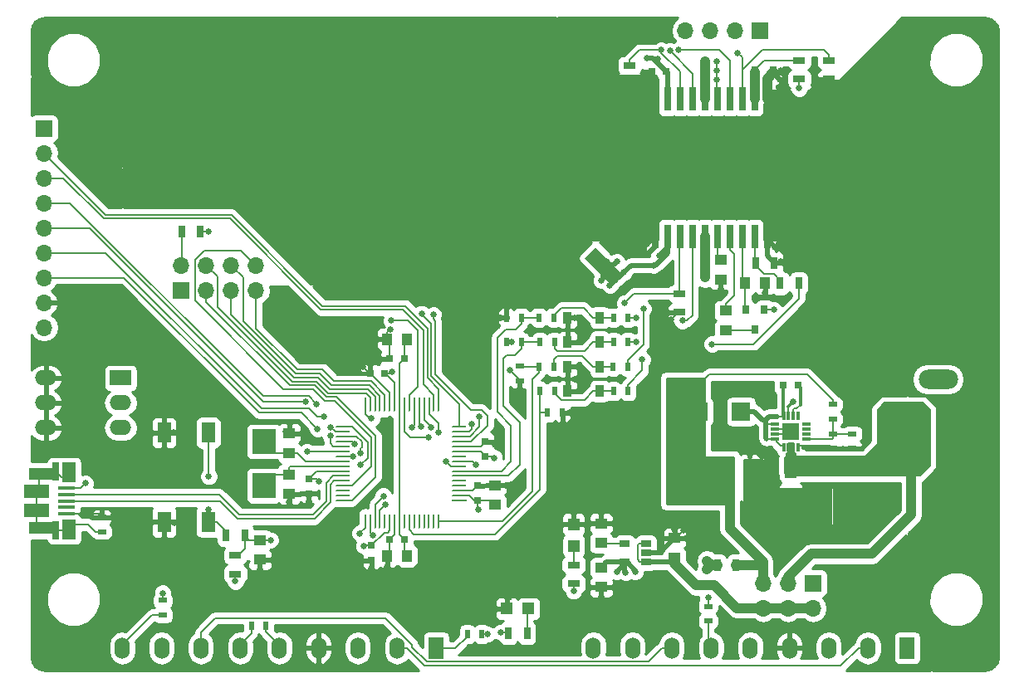
<source format=gtl>
G04 #@! TF.GenerationSoftware,KiCad,Pcbnew,(2017-08-04 revision 7bf9f8e1c)-master*
G04 #@! TF.CreationDate,2019-03-18T20:52:30+01:00*
G04 #@! TF.ProjectId,pcb_ledtorus_controller,7063625F6C6564746F7275735F636F6E,rev?*
G04 #@! TF.SameCoordinates,Original*
G04 #@! TF.FileFunction,Copper,L1,Top,Signal*
G04 #@! TF.FilePolarity,Positive*
%FSLAX46Y46*%
G04 Gerber Fmt 4.6, Leading zero omitted, Abs format (unit mm)*
G04 Created by KiCad (PCBNEW (2017-08-04 revision 7bf9f8e1c)-master) date Mon Mar 18 20:52:30 2019*
%MOMM*%
%LPD*%
G01*
G04 APERTURE LIST*
%ADD10C,1.600200*%
%ADD11C,0.100000*%
%ADD12C,0.950000*%
%ADD13R,14.800000X8.600000*%
%ADD14R,17.700000X5.000000*%
%ADD15R,0.700000X2.400000*%
%ADD16R,1.850000X1.900000*%
%ADD17O,1.998980X4.500880*%
%ADD18O,1.998980X4.000500*%
%ADD19O,4.000500X1.998980*%
%ADD20R,1.524000X2.199640*%
%ADD21O,1.524000X2.199640*%
%ADD22O,2.199640X1.524000*%
%ADD23R,2.199640X1.524000*%
%ADD24R,2.451100X1.300480*%
%ADD25R,0.701040X1.826260*%
%ADD26R,1.399540X1.998980*%
%ADD27R,2.499360X1.424940*%
%ADD28R,1.750060X0.398780*%
%ADD29R,1.700000X1.700000*%
%ADD30R,0.500000X1.700000*%
%ADD31R,1.700000X0.500000*%
%ADD32R,0.850000X0.300000*%
%ADD33R,0.300000X0.850000*%
%ADD34R,0.700000X1.300000*%
%ADD35R,0.900000X1.200000*%
%ADD36R,0.500000X0.900000*%
%ADD37R,1.399540X2.100580*%
%ADD38R,1.250000X1.000000*%
%ADD39R,0.750000X0.800000*%
%ADD40R,0.800000X0.750000*%
%ADD41R,1.000000X1.250000*%
%ADD42R,1.200000X1.200000*%
%ADD43R,0.800000X0.900000*%
%ADD44R,0.900000X0.500000*%
%ADD45R,1.300000X0.700000*%
%ADD46R,1.524000X0.248920*%
%ADD47O,1.524000X0.248920*%
%ADD48O,0.248920X1.524000*%
%ADD49R,1.060000X0.650000*%
%ADD50R,2.400000X2.500000*%
%ADD51O,1.700000X1.700000*%
%ADD52C,0.635000*%
%ADD53C,0.203200*%
%ADD54C,0.508000*%
%ADD55C,1.016000*%
%ADD56C,0.305000*%
%ADD57C,0.304800*%
%ADD58C,0.200000*%
%ADD59C,0.254000*%
G04 APERTURE END LIST*
D10*
X108945123Y-107945123D03*
D11*
G36*
X107106865Y-107238377D02*
X108238377Y-106106865D01*
X110783381Y-108651869D01*
X109651869Y-109783381D01*
X107106865Y-107238377D01*
X107106865Y-107238377D01*
G37*
D10*
X105054877Y-104054877D03*
D11*
G36*
X103216619Y-103348131D02*
X104348131Y-102216619D01*
X106893135Y-104761623D01*
X105761623Y-105893135D01*
X103216619Y-103348131D01*
X103216619Y-103348131D01*
G37*
D12*
X114000000Y-95000000D03*
X115000000Y-95000000D03*
X116000000Y-95000000D03*
X117000000Y-95000000D03*
X118000000Y-95000000D03*
X119000000Y-95000000D03*
X120000000Y-95000000D03*
X121000000Y-95000000D03*
X122000000Y-95000000D03*
X123000000Y-95000000D03*
X124000000Y-95000000D03*
X125000000Y-95000000D03*
X126000000Y-95000000D03*
X112000000Y-96000000D03*
X113000000Y-96000000D03*
X114000000Y-96000000D03*
X115000000Y-96000000D03*
X116000000Y-96000000D03*
X117000000Y-96000000D03*
X118000000Y-96000000D03*
X119000000Y-96000000D03*
X120000000Y-96000000D03*
X121000000Y-96000000D03*
X122000000Y-96000000D03*
X123000000Y-96000000D03*
X124000000Y-96000000D03*
X125000000Y-96000000D03*
X126000000Y-96000000D03*
X127000000Y-96000000D03*
X128000000Y-96000000D03*
X112000000Y-97000000D03*
X113000000Y-97000000D03*
X114000000Y-97000000D03*
X115000000Y-97000000D03*
X116000000Y-97000000D03*
X117000000Y-97000000D03*
X118000000Y-97000000D03*
X119000000Y-97000000D03*
X120000000Y-97000000D03*
X121000000Y-97000000D03*
X122000000Y-97000000D03*
X123000000Y-97000000D03*
X124000000Y-97000000D03*
X125000000Y-97000000D03*
X126000000Y-97000000D03*
X127000000Y-97000000D03*
X128000000Y-97000000D03*
X112000000Y-98000000D03*
X113000000Y-98000000D03*
X114000000Y-98000000D03*
X115000000Y-98000000D03*
X116000000Y-98000000D03*
X117000000Y-98000000D03*
X118000000Y-98000000D03*
X119000000Y-98000000D03*
X120000000Y-98000000D03*
X121000000Y-98000000D03*
X122000000Y-98000000D03*
X123000000Y-98000000D03*
X124000000Y-98000000D03*
X125000000Y-98000000D03*
X126000000Y-98000000D03*
X127000000Y-98000000D03*
X128000000Y-98000000D03*
X112000000Y-99000000D03*
X113000000Y-99000000D03*
X114000000Y-99000000D03*
X115000000Y-99000000D03*
X116000000Y-99000000D03*
X117000000Y-99000000D03*
X118000000Y-99000000D03*
X119000000Y-99000000D03*
X120000000Y-99000000D03*
X121000000Y-99000000D03*
X122000000Y-99000000D03*
X123000000Y-99000000D03*
X124000000Y-99000000D03*
X125000000Y-99000000D03*
X126000000Y-99000000D03*
X127000000Y-99000000D03*
X128000000Y-99000000D03*
X112000000Y-100000000D03*
X113000000Y-100000000D03*
X114000000Y-100000000D03*
X115000000Y-100000000D03*
X116000000Y-100000000D03*
X117000000Y-100000000D03*
X118000000Y-100000000D03*
X119000000Y-100000000D03*
X120000000Y-100000000D03*
X121000000Y-100000000D03*
X122000000Y-100000000D03*
X123000000Y-100000000D03*
X124000000Y-100000000D03*
X125000000Y-100000000D03*
X126000000Y-100000000D03*
X127000000Y-100000000D03*
X128000000Y-100000000D03*
X114000000Y-101000000D03*
X115000000Y-101000000D03*
X116000000Y-101000000D03*
X117000000Y-101000000D03*
X118000000Y-101000000D03*
X119000000Y-101000000D03*
X120000000Y-101000000D03*
X121000000Y-101000000D03*
X122000000Y-101000000D03*
X123000000Y-101000000D03*
X124000000Y-101000000D03*
X125000000Y-101000000D03*
X126000000Y-101000000D03*
D13*
X120000000Y-98000000D03*
D14*
X120000000Y-98000000D03*
D15*
X125715000Y-105000000D03*
X124445000Y-105000000D03*
X123175000Y-105000000D03*
X121905000Y-105000000D03*
X120635000Y-105000000D03*
X119365000Y-105000000D03*
X118095000Y-105000000D03*
X116825000Y-105000000D03*
X115555000Y-105000000D03*
X114285000Y-105000000D03*
X114285000Y-91000000D03*
X115555000Y-91000000D03*
X116825000Y-91000000D03*
X118095000Y-91000000D03*
X119365000Y-91000000D03*
X120635000Y-91000000D03*
X121905000Y-91000000D03*
X123175000Y-91000000D03*
X124445000Y-91000000D03*
X125715000Y-91000000D03*
D16*
X123075000Y-122900000D03*
X118725000Y-122900000D03*
D17*
X140399060Y-124900000D03*
D18*
X146401080Y-124900000D03*
D19*
X143149880Y-119599020D03*
D20*
X92000000Y-147000000D03*
D21*
X88000000Y-147000000D03*
X84000000Y-147000000D03*
X80000000Y-147000000D03*
X76000000Y-147000000D03*
X72000000Y-147000000D03*
X68000000Y-147000000D03*
X64000000Y-147000000D03*
X60000000Y-147000000D03*
D20*
X140000000Y-147000000D03*
D21*
X136000000Y-147000000D03*
X132000000Y-147000000D03*
X128000000Y-147000000D03*
X124000000Y-147000000D03*
X120000000Y-147000000D03*
X116000000Y-147000000D03*
X112000000Y-147000000D03*
X108000000Y-147000000D03*
D22*
X52190000Y-124540000D03*
X59810000Y-124540000D03*
X52190000Y-122000000D03*
X59810000Y-122000000D03*
X52190000Y-119460000D03*
D23*
X59810000Y-119460000D03*
D24*
X51649860Y-134725420D03*
D25*
X53199260Y-134987040D03*
X53199260Y-129012960D03*
D24*
X51649860Y-129274580D03*
D26*
X54530220Y-134900680D03*
X54530220Y-129099320D03*
D27*
X51251080Y-132962660D03*
X51251080Y-131037340D03*
D28*
X54324480Y-133300480D03*
X54324480Y-132650240D03*
X54324480Y-132000000D03*
X54324480Y-131349760D03*
X54324480Y-130699520D03*
D29*
X128150000Y-124900000D03*
D30*
X128150000Y-124900000D03*
D31*
X128150000Y-124900000D03*
D32*
X126550000Y-125650000D03*
X126550000Y-125150000D03*
X126550000Y-124650000D03*
X126550000Y-124150000D03*
D33*
X127400000Y-123300000D03*
X127900000Y-123300000D03*
X128400000Y-123300000D03*
X128900000Y-123300000D03*
D32*
X129750000Y-124150000D03*
X129750000Y-124650000D03*
X129750000Y-125150000D03*
X129750000Y-125650000D03*
D33*
X128900000Y-126500000D03*
X128400000Y-126500000D03*
X127900000Y-126500000D03*
X127400000Y-126500000D03*
D34*
X120650000Y-138600000D03*
X122550000Y-138600000D03*
D35*
X105350000Y-120800000D03*
X108650000Y-120800000D03*
X108650000Y-118300000D03*
X105350000Y-118300000D03*
X105350000Y-115800000D03*
X108650000Y-115800000D03*
X108650000Y-113300000D03*
X105350000Y-113300000D03*
D36*
X110050000Y-115800000D03*
X111550000Y-115800000D03*
X104050000Y-115800000D03*
X102550000Y-115800000D03*
X99150000Y-115800000D03*
X100650000Y-115800000D03*
D37*
X68750440Y-125050860D03*
X68750440Y-134149140D03*
X64249560Y-125050860D03*
X64249560Y-134149140D03*
D38*
X74000000Y-138000000D03*
X74000000Y-136000000D03*
D39*
X79000000Y-131250000D03*
X79000000Y-129750000D03*
X85400000Y-136550000D03*
X85400000Y-138050000D03*
X96200000Y-130450000D03*
X96200000Y-131950000D03*
X97000000Y-127450000D03*
X97000000Y-125950000D03*
D40*
X86750000Y-119000000D03*
X85250000Y-119000000D03*
D38*
X98000000Y-130400000D03*
X98000000Y-132400000D03*
X77000000Y-131300000D03*
X77000000Y-129300000D03*
X77000000Y-127100000D03*
X77000000Y-125100000D03*
D40*
X88750000Y-135900000D03*
X87250000Y-135900000D03*
X88750000Y-117500000D03*
X87250000Y-117500000D03*
D41*
X87000000Y-137600000D03*
X89000000Y-137600000D03*
X89000000Y-115500000D03*
X87000000Y-115500000D03*
D40*
X113950000Y-88200000D03*
X115450000Y-88200000D03*
D41*
X125500000Y-109800000D03*
X123500000Y-109800000D03*
D38*
X121500000Y-112600000D03*
X121500000Y-114600000D03*
X121000000Y-109400000D03*
X121000000Y-107400000D03*
D40*
X127350000Y-120200000D03*
X128850000Y-120200000D03*
D38*
X128150000Y-129150000D03*
X128150000Y-131150000D03*
D41*
X123900000Y-128400000D03*
X121900000Y-128400000D03*
X121900000Y-130900000D03*
X123900000Y-130900000D03*
D38*
X116300000Y-135800000D03*
X116300000Y-137800000D03*
X108800000Y-138800000D03*
X108800000Y-140800000D03*
X108800000Y-136300000D03*
X108800000Y-134300000D03*
D42*
X106000000Y-134400000D03*
X106000000Y-136600000D03*
X101400000Y-143000000D03*
X99200000Y-143000000D03*
D43*
X125450000Y-112500000D03*
X123550000Y-112500000D03*
X124500000Y-114500000D03*
D44*
X57900000Y-135150000D03*
X57900000Y-133650000D03*
D34*
X72450000Y-135500000D03*
X70550000Y-135500000D03*
D45*
X71500000Y-139450000D03*
X71500000Y-137550000D03*
X106000000Y-138550000D03*
X106000000Y-140450000D03*
D34*
X66050000Y-104500000D03*
X67950000Y-104500000D03*
X99350000Y-145500000D03*
X101250000Y-145500000D03*
D36*
X111550000Y-113300000D03*
X110050000Y-113300000D03*
X102450000Y-113300000D03*
X103950000Y-113300000D03*
X100650000Y-113300000D03*
X99150000Y-113300000D03*
D45*
X116800000Y-112750000D03*
X116800000Y-110850000D03*
X132000000Y-87050000D03*
X132000000Y-88950000D03*
X111700000Y-89450000D03*
X111700000Y-87550000D03*
D34*
X124450000Y-88300000D03*
X126350000Y-88300000D03*
X126450000Y-107700000D03*
X124550000Y-107700000D03*
D36*
X111550000Y-120800000D03*
X110050000Y-120800000D03*
X102550000Y-120800000D03*
X104050000Y-120800000D03*
X104850000Y-123000000D03*
X103350000Y-123000000D03*
X110000000Y-118300000D03*
X111500000Y-118300000D03*
X103950000Y-118300000D03*
X102450000Y-118300000D03*
D44*
X100500000Y-119750000D03*
X100500000Y-118250000D03*
D45*
X129000000Y-88950000D03*
X129000000Y-87050000D03*
D34*
X127050000Y-109800000D03*
X128950000Y-109800000D03*
D44*
X64100000Y-143650000D03*
X64100000Y-142150000D03*
D36*
X74650000Y-144700000D03*
X73150000Y-144700000D03*
X96650000Y-145600000D03*
X95150000Y-145600000D03*
D44*
X119700000Y-144250000D03*
X119700000Y-142750000D03*
X132400000Y-123650000D03*
X132400000Y-122150000D03*
X132400000Y-125150000D03*
X132400000Y-126650000D03*
X134400000Y-126650000D03*
X134400000Y-125150000D03*
D46*
X94369940Y-131949040D03*
D47*
X94369940Y-131448660D03*
X94369940Y-130948280D03*
X94369940Y-130447900D03*
X94369940Y-129947520D03*
X94369940Y-129449680D03*
X94369940Y-128949300D03*
X94369940Y-128448920D03*
X94369940Y-127948540D03*
X94369940Y-127448160D03*
X94369940Y-126947780D03*
X94369940Y-126449940D03*
X94369940Y-125949560D03*
X94369940Y-125449180D03*
X94369940Y-124948800D03*
X94369940Y-124448420D03*
D48*
X92249040Y-122167500D03*
X91748660Y-122167500D03*
X91248280Y-122167500D03*
X90747900Y-122167500D03*
X90247520Y-122167500D03*
X89749680Y-122167500D03*
X89249300Y-122167500D03*
X88748920Y-122167500D03*
X88248540Y-122167500D03*
X87748160Y-122167500D03*
X87247780Y-122167500D03*
X86749940Y-122167500D03*
X86249560Y-122167500D03*
X85749180Y-122167500D03*
X85248800Y-122167500D03*
X84748420Y-122167500D03*
D47*
X82467500Y-124448420D03*
X82467500Y-124948800D03*
X82467500Y-125449180D03*
X82467500Y-125949560D03*
X82467500Y-126449940D03*
X82467500Y-126947780D03*
X82467500Y-127448160D03*
X82467500Y-127948540D03*
X82467500Y-128448920D03*
X82467500Y-128949300D03*
X82467500Y-129449680D03*
X82467500Y-129947520D03*
X82467500Y-130447900D03*
X82467500Y-130948280D03*
X82467500Y-131448660D03*
X82467500Y-131949040D03*
D48*
X84748420Y-134069940D03*
X85248800Y-134069940D03*
X86249560Y-134069940D03*
X85749180Y-134087720D03*
X86749940Y-134069940D03*
X87247780Y-134069940D03*
X87748160Y-134069940D03*
X88248540Y-134069940D03*
X88748920Y-134069940D03*
X89249300Y-134069940D03*
X89742060Y-134069940D03*
X90242440Y-134069940D03*
X90742820Y-134069940D03*
X91243200Y-134069940D03*
X91741040Y-134069940D03*
X92241420Y-134069940D03*
D49*
X113400000Y-138250000D03*
X113400000Y-137300000D03*
X113400000Y-136350000D03*
X111200000Y-136350000D03*
X111200000Y-138250000D03*
D50*
X74400000Y-130450000D03*
X74400000Y-125950000D03*
D29*
X125000000Y-84000000D03*
D51*
X122460000Y-84000000D03*
X119920000Y-84000000D03*
X117380000Y-84000000D03*
D29*
X66000000Y-110500000D03*
D51*
X66000000Y-107960000D03*
X68540000Y-110500000D03*
X68540000Y-107960000D03*
X71080000Y-110500000D03*
X71080000Y-107960000D03*
X73620000Y-110500000D03*
X73620000Y-107960000D03*
D29*
X52000000Y-94000000D03*
D51*
X52000000Y-96540000D03*
X52000000Y-99080000D03*
X52000000Y-101620000D03*
X52000000Y-104160000D03*
X52000000Y-106700000D03*
X52000000Y-109240000D03*
X52000000Y-111780000D03*
X52000000Y-114320000D03*
D29*
X130400000Y-140400000D03*
D51*
X130400000Y-142940000D03*
X127860000Y-140400000D03*
X127860000Y-142940000D03*
X125320000Y-140400000D03*
X125320000Y-142940000D03*
D52*
X129500000Y-101500000D03*
X127500000Y-101500000D03*
X125500000Y-101500000D03*
X123500000Y-101500000D03*
X121500000Y-101500000D03*
X129500000Y-99500000D03*
X127500000Y-99500000D03*
X125500000Y-99500000D03*
X123500000Y-99500000D03*
X121500000Y-99500000D03*
X129500000Y-97500000D03*
X127500000Y-97500000D03*
X125500000Y-97500000D03*
X123500000Y-97500000D03*
X121500000Y-97500000D03*
X129500000Y-95500000D03*
X127500000Y-95500000D03*
X125500000Y-95500000D03*
X123500000Y-95500000D03*
X121500000Y-95500000D03*
X108500000Y-100500000D03*
X110500000Y-100500000D03*
X112500000Y-100500000D03*
X114500000Y-100500000D03*
X108500000Y-98500000D03*
X110500000Y-98500000D03*
X112500000Y-98500000D03*
X114500000Y-98500000D03*
X108500000Y-96500000D03*
X110500000Y-96500000D03*
X112500000Y-96500000D03*
X114500000Y-96500000D03*
X108500000Y-94500000D03*
X110500000Y-94500000D03*
X112500000Y-94500000D03*
X114500000Y-94500000D03*
X68800000Y-129500000D03*
X68800000Y-132900000D03*
X103900000Y-102100000D03*
X103000000Y-102800000D03*
X127000000Y-89000000D03*
X127100000Y-88100000D03*
X113500000Y-89800000D03*
X113300000Y-88800000D03*
X111700000Y-90300000D03*
X132000000Y-89700000D03*
X126500000Y-106100000D03*
X126700000Y-104800000D03*
X115900000Y-113500000D03*
X106000000Y-133299998D03*
X108800000Y-133200000D03*
X117200000Y-135000000D03*
X117500000Y-135800000D03*
X116300000Y-134900000D03*
X108800000Y-141800000D03*
X86200000Y-117500000D03*
X85400000Y-138900000D03*
X87000000Y-138700000D03*
X127100000Y-107600000D03*
X125500000Y-110800000D03*
X121000000Y-110400000D03*
X99400000Y-141900000D03*
X106100000Y-119600000D03*
X105600000Y-123000000D03*
X106100000Y-113300000D03*
X98600000Y-113300000D03*
X99700000Y-115800000D03*
X99500000Y-118700000D03*
X84500000Y-118300000D03*
X87300000Y-114500000D03*
X98000000Y-126300000D03*
X99100000Y-130400000D03*
X74000000Y-139000000D03*
X59000000Y-133600000D03*
X65300000Y-134200000D03*
X65200000Y-125000000D03*
X76627562Y-124952518D03*
X77000000Y-132100000D03*
X79000000Y-132000000D03*
X83531400Y-127464341D03*
X113500000Y-105800000D03*
X113600000Y-106700000D03*
X128700000Y-133400000D03*
X127900000Y-133400000D03*
X127100000Y-133400000D03*
X126300000Y-133400000D03*
X128700000Y-132600000D03*
X127900000Y-132600000D03*
X127100000Y-132600000D03*
X126300000Y-132600000D03*
X127650000Y-125400000D03*
X127650000Y-124400000D03*
X128650000Y-125400000D03*
X128650000Y-124400000D03*
X75100000Y-136000000D03*
X78800000Y-127000000D03*
X87500000Y-118800000D03*
X97900000Y-127600000D03*
X96300000Y-132900000D03*
X71500000Y-140200000D03*
X64100000Y-141400000D03*
X80000000Y-130000000D03*
X84600000Y-136600000D03*
X97200000Y-145600000D03*
X106000000Y-141200000D03*
X111300000Y-139300000D03*
X112300000Y-139200002D03*
X110400000Y-139200000D03*
X119700000Y-141900000D03*
X114153028Y-107966891D03*
X114600000Y-86900000D03*
X113500000Y-86800000D03*
X114700000Y-107000000D03*
X111100000Y-108700000D03*
X109700000Y-110000000D03*
X110400000Y-107600000D03*
X108800000Y-109500000D03*
X126400000Y-112500000D03*
X130000000Y-128000000D03*
X130900000Y-128000000D03*
X128400000Y-121900000D03*
X87400000Y-113619110D03*
X91700000Y-113000000D03*
X91200000Y-125500000D03*
X95601418Y-124204773D03*
X96400000Y-123400000D03*
X91438200Y-124495462D03*
X92200000Y-125000000D03*
X119600000Y-139000000D03*
X119600000Y-138100000D03*
X90500000Y-112900000D03*
X113003043Y-117571279D03*
X119400000Y-107400000D03*
X119400000Y-108300000D03*
X119400000Y-109200000D03*
X112400010Y-115800000D03*
X120600000Y-87200000D03*
X120600000Y-89000010D03*
X120600000Y-88100012D03*
X112400008Y-113300000D03*
X119400000Y-87199992D03*
X119400000Y-89000000D03*
X119400000Y-88100000D03*
X113100000Y-112400000D03*
X68800000Y-104500000D03*
X79800000Y-122100000D03*
X85499998Y-135500000D03*
X84200000Y-135300000D03*
X78700000Y-121900000D03*
X86600000Y-131500000D03*
X80500000Y-123400000D03*
X79867801Y-124636873D03*
X86800000Y-132400000D03*
X56200000Y-130200000D03*
X98600000Y-145400000D03*
X111200000Y-111800000D03*
X85400000Y-123600000D03*
X84300000Y-128300000D03*
X122700000Y-86300000D03*
X114900000Y-86000000D03*
X81186584Y-124496508D03*
X96000000Y-128300000D03*
X129000000Y-89900000D03*
X120100000Y-116000000D03*
X93000000Y-128000000D03*
X90431530Y-124394374D03*
X89500000Y-124500000D03*
X84300000Y-127100000D03*
X117077690Y-113620712D03*
X83702595Y-126206686D03*
X116700000Y-86000000D03*
X115800000Y-86100000D03*
X81195033Y-125334670D03*
D53*
X68800000Y-129500000D02*
X68800000Y-125100420D01*
X68800000Y-125100420D02*
X68750440Y-125050860D01*
X68750440Y-134149140D02*
X68750440Y-132949560D01*
X68750440Y-132949560D02*
X68800000Y-132900000D01*
X70550000Y-135500000D02*
X70550000Y-135045730D01*
X70550000Y-135045730D02*
X69653410Y-134149140D01*
X69653410Y-134149140D02*
X68750440Y-134149140D01*
X126650000Y-125150000D02*
X127400000Y-125150000D01*
X127400000Y-125150000D02*
X127650000Y-125400000D01*
X126650000Y-124650000D02*
X127400000Y-124650000D01*
X127400000Y-124650000D02*
X127650000Y-124400000D01*
X132125000Y-126375000D02*
X128925000Y-126375000D01*
X128925000Y-126375000D02*
X128900000Y-126400000D01*
D54*
X105054877Y-104054877D02*
X104100000Y-103100000D01*
X104100000Y-103100000D02*
X103300000Y-103100000D01*
X103300000Y-103100000D02*
X103000000Y-102800000D01*
X105054877Y-104054877D02*
X104000000Y-103000000D01*
X104000000Y-103000000D02*
X104000000Y-102200000D01*
X104000000Y-102200000D02*
X103900000Y-102100000D01*
X126350000Y-88300000D02*
X126350000Y-88350000D01*
X126350000Y-88350000D02*
X127000000Y-89000000D01*
X126350000Y-88300000D02*
X126900000Y-88300000D01*
X126900000Y-88300000D02*
X127100000Y-88100000D01*
X113950000Y-88957000D02*
X113950000Y-89350000D01*
X113950000Y-89350000D02*
X113500000Y-89800000D01*
X113950000Y-88200000D02*
X113900000Y-88200000D01*
X113900000Y-88200000D02*
X113300000Y-88800000D01*
X113950000Y-88200000D02*
X113950000Y-88957000D01*
X114285000Y-89292000D02*
X114285000Y-91000000D01*
X113950000Y-88957000D02*
X114285000Y-89292000D01*
X111700000Y-89450000D02*
X111700000Y-90300000D01*
X132000000Y-88950000D02*
X132000000Y-89700000D01*
X125715000Y-105000000D02*
X125715000Y-105315000D01*
X125715000Y-105315000D02*
X126500000Y-106100000D01*
X125715000Y-105000000D02*
X125715000Y-106965000D01*
X125715000Y-106965000D02*
X126450000Y-107700000D01*
X125715000Y-105000000D02*
X126500000Y-105000000D01*
X126500000Y-105000000D02*
X126700000Y-104800000D01*
D53*
X116800000Y-112750000D02*
X116650000Y-112750000D01*
X116650000Y-112750000D02*
X115900000Y-113500000D01*
X106000000Y-134400000D02*
X106000000Y-133299998D01*
X108800000Y-134300000D02*
X108800000Y-133200000D01*
X116300000Y-135800000D02*
X116400000Y-135800000D01*
X116400000Y-135800000D02*
X117200000Y-135000000D01*
X116300000Y-135800000D02*
X117500000Y-135800000D01*
X116300000Y-135800000D02*
X116300000Y-134900000D01*
X108800000Y-140800000D02*
X108800000Y-141800000D01*
X87250000Y-117500000D02*
X86200000Y-117500000D01*
X85400000Y-138050000D02*
X85400000Y-138900000D01*
X87000000Y-137600000D02*
X87000000Y-138700000D01*
X126450000Y-107700000D02*
X127000000Y-107700000D01*
X127000000Y-107700000D02*
X127100000Y-107600000D01*
X125500000Y-109800000D02*
X125500000Y-110800000D01*
X121000000Y-109400000D02*
X121000000Y-110400000D01*
X99200000Y-143000000D02*
X99200000Y-142100000D01*
X99200000Y-142100000D02*
X99400000Y-141900000D01*
X105350000Y-119500000D02*
X105350000Y-118300000D01*
X105350000Y-120800000D02*
X105350000Y-119500000D01*
X106000000Y-119500000D02*
X106100000Y-119600000D01*
X105350000Y-119500000D02*
X106000000Y-119500000D01*
X105350000Y-115800000D02*
X105350000Y-113300000D01*
X104850000Y-123000000D02*
X105600000Y-123000000D01*
X105350000Y-113300000D02*
X106100000Y-113300000D01*
X99150000Y-113300000D02*
X98600000Y-113300000D01*
X99150000Y-115800000D02*
X99700000Y-115800000D01*
X100500000Y-119750000D02*
X100500000Y-119700000D01*
X100500000Y-119700000D02*
X99500000Y-118700000D01*
X85250000Y-119000000D02*
X85200000Y-119000000D01*
X85200000Y-119000000D02*
X84500000Y-118300000D01*
X87000000Y-115500000D02*
X87000000Y-114800000D01*
X87000000Y-114800000D02*
X87300000Y-114500000D01*
X97000000Y-125950000D02*
X97650000Y-125950000D01*
X97650000Y-125950000D02*
X98000000Y-126300000D01*
X98000000Y-130400000D02*
X99100000Y-130400000D01*
X74000000Y-138000000D02*
X74000000Y-139000000D01*
X57900000Y-133650000D02*
X58950000Y-133650000D01*
X58950000Y-133650000D02*
X59000000Y-133600000D01*
X54324480Y-133300480D02*
X57550480Y-133300480D01*
X57550480Y-133300480D02*
X57900000Y-133650000D01*
X64249560Y-134149140D02*
X65249140Y-134149140D01*
X65249140Y-134149140D02*
X65300000Y-134200000D01*
X64249560Y-125050860D02*
X65149140Y-125050860D01*
X65149140Y-125050860D02*
X65200000Y-125000000D01*
X76961802Y-125138198D02*
X76813242Y-125138198D01*
X77000000Y-125100000D02*
X76961802Y-125138198D01*
X76813242Y-125138198D02*
X76627562Y-124952518D01*
X77000000Y-131300000D02*
X77000000Y-132100000D01*
X77050000Y-131250000D02*
X77000000Y-131300000D01*
X79000000Y-131250000D02*
X79000000Y-132000000D01*
X82467500Y-127448160D02*
X83515219Y-127448160D01*
X83515219Y-127448160D02*
X83531400Y-127464341D01*
D54*
X114285000Y-105000000D02*
X114285000Y-105015000D01*
X114285000Y-105015000D02*
X113500000Y-105800000D01*
X114285000Y-105000000D02*
X114285000Y-106015000D01*
X114285000Y-106015000D02*
X113600000Y-106700000D01*
D53*
X96200000Y-130450000D02*
X97950000Y-130450000D01*
X97950000Y-130450000D02*
X98000000Y-130400000D01*
X94369940Y-130948280D02*
X95701720Y-130948280D01*
X95701720Y-130948280D02*
X96200000Y-130450000D01*
X94369940Y-126449940D02*
X96500060Y-126449940D01*
X96500060Y-126449940D02*
X97000000Y-125950000D01*
X87250000Y-135900000D02*
X87250000Y-137350000D01*
X87250000Y-137350000D02*
X87000000Y-137600000D01*
X87748160Y-134069940D02*
X87748160Y-135401840D01*
X87748160Y-135401840D02*
X87250000Y-135900000D01*
X87250000Y-117500000D02*
X87250000Y-115750000D01*
X87250000Y-115750000D02*
X87000000Y-115500000D01*
X87247780Y-122167500D02*
X87247780Y-120972780D01*
X87247780Y-120972780D02*
X85275000Y-119000000D01*
X85275000Y-119000000D02*
X85250000Y-119000000D01*
D55*
X125715000Y-91000000D02*
X125715000Y-88935000D01*
X125715000Y-88935000D02*
X126350000Y-88300000D01*
D54*
X113400000Y-137300000D02*
X114800000Y-137300000D01*
X114800000Y-137300000D02*
X116300000Y-135800000D01*
D53*
X132400000Y-126650000D02*
X134400000Y-126650000D01*
X132125000Y-126375000D02*
X132400000Y-126650000D01*
X127700000Y-124450000D02*
X128600000Y-124450000D01*
X75100000Y-136000000D02*
X74000000Y-136000000D01*
X82467500Y-126947780D02*
X78852220Y-126947780D01*
X78852220Y-126947780D02*
X78800000Y-127000000D01*
X71500000Y-137550000D02*
X71800000Y-137550000D01*
X71800000Y-137550000D02*
X72450000Y-136900000D01*
X72450000Y-136900000D02*
X72450000Y-135500000D01*
X74000000Y-136000000D02*
X72950000Y-136000000D01*
X72950000Y-136000000D02*
X72450000Y-135500000D01*
X66050000Y-104500000D02*
X66050000Y-107910000D01*
X66050000Y-107910000D02*
X66000000Y-107960000D01*
X86750000Y-119000000D02*
X87300000Y-119000000D01*
X87300000Y-119000000D02*
X87500000Y-118800000D01*
X97000000Y-127450000D02*
X97750000Y-127450000D01*
X97750000Y-127450000D02*
X97900000Y-127600000D01*
X96200000Y-131950000D02*
X96200000Y-132800000D01*
X96200000Y-132800000D02*
X96300000Y-132900000D01*
X74650000Y-144700000D02*
X74650000Y-145350000D01*
X74650000Y-145350000D02*
X76000000Y-146700000D01*
X76000000Y-146700000D02*
X76000000Y-147000000D01*
X71500000Y-139450000D02*
X71500000Y-140200000D01*
X64100000Y-142150000D02*
X64100000Y-141400000D01*
X79000000Y-129750000D02*
X79750000Y-129750000D01*
X79750000Y-129750000D02*
X80000000Y-130000000D01*
X82467500Y-128949300D02*
X79775700Y-128949300D01*
X79775700Y-128949300D02*
X79000000Y-129725000D01*
X79000000Y-129725000D02*
X79000000Y-129750000D01*
X85400000Y-136550000D02*
X84650000Y-136550000D01*
X84650000Y-136550000D02*
X84600000Y-136600000D01*
X96650000Y-145600000D02*
X97200000Y-145600000D01*
X106000000Y-140450000D02*
X106000000Y-141200000D01*
D54*
X111200000Y-138250000D02*
X111200000Y-139200000D01*
X111200000Y-139200000D02*
X111300000Y-139300000D01*
X112300000Y-139145000D02*
X112300000Y-139200002D01*
X111405000Y-138250000D02*
X112300000Y-139145000D01*
X111200000Y-138250000D02*
X111405000Y-138250000D01*
X111200000Y-138250000D02*
X111200000Y-138400000D01*
X111200000Y-138400000D02*
X110400000Y-139200000D01*
D53*
X119700000Y-142750000D02*
X119700000Y-141900000D01*
X96200000Y-131950000D02*
X97550000Y-131950000D01*
X97550000Y-131950000D02*
X98000000Y-132400000D01*
X94369940Y-131448660D02*
X95335140Y-131448660D01*
X95836480Y-131950000D02*
X96200000Y-131950000D01*
X95335140Y-131448660D02*
X95836480Y-131950000D01*
X94369940Y-126947780D02*
X96497780Y-126947780D01*
X96497780Y-126947780D02*
X97000000Y-127450000D01*
X87247780Y-134069940D02*
X87247780Y-135035140D01*
X86704801Y-135220199D02*
X85400000Y-136525000D01*
X87247780Y-135035140D02*
X87062721Y-135220199D01*
X87062721Y-135220199D02*
X86704801Y-135220199D01*
X85400000Y-136525000D02*
X85400000Y-136550000D01*
X87748160Y-122167500D02*
X87748160Y-119973160D01*
X87748160Y-119973160D02*
X86775000Y-119000000D01*
X86775000Y-119000000D02*
X86750000Y-119000000D01*
D54*
X111200000Y-138250000D02*
X109350000Y-138250000D01*
X109350000Y-138250000D02*
X108800000Y-138800000D01*
D53*
X77000000Y-129300000D02*
X75550000Y-129300000D01*
X75550000Y-129300000D02*
X74400000Y-130450000D01*
X82467500Y-128448920D02*
X77147880Y-128448920D01*
X77147880Y-128448920D02*
X77000000Y-128596800D01*
X77000000Y-128596800D02*
X77000000Y-129300000D01*
X82467500Y-127948540D02*
X78676740Y-127948540D01*
X78676740Y-127948540D02*
X77828200Y-127100000D01*
X77828200Y-127100000D02*
X77000000Y-127100000D01*
X77000000Y-127100000D02*
X75550000Y-127100000D01*
X75550000Y-127100000D02*
X74400000Y-125950000D01*
X88248540Y-134069940D02*
X88248540Y-122167500D01*
X88750000Y-135900000D02*
X88750000Y-137350000D01*
X88750000Y-137350000D02*
X89000000Y-137600000D01*
X88248540Y-134069940D02*
X88248540Y-135398540D01*
X88248540Y-135398540D02*
X88750000Y-135900000D01*
X88750000Y-117500000D02*
X88750000Y-115750000D01*
X88750000Y-115750000D02*
X89000000Y-115500000D01*
X88248540Y-122167500D02*
X88248540Y-118001460D01*
X88248540Y-118001460D02*
X88750000Y-117500000D01*
D54*
X114153028Y-107966891D02*
X111833109Y-107966891D01*
X111833109Y-107966891D02*
X111100000Y-108700000D01*
D53*
X127900000Y-123400000D02*
X127900000Y-122400000D01*
D56*
X127900000Y-122400000D02*
X128400000Y-121900000D01*
D55*
X127860000Y-140400000D02*
X127860000Y-139740000D01*
X127860000Y-139740000D02*
X130200000Y-137400000D01*
X130200000Y-137400000D02*
X136400000Y-137400000D01*
X136400000Y-137400000D02*
X140399060Y-133400940D01*
X140399060Y-133400940D02*
X140399060Y-124900000D01*
D54*
X114296109Y-107966891D02*
X114153028Y-107966891D01*
X115555000Y-106708000D02*
X114296109Y-107966891D01*
X115555000Y-105000000D02*
X115555000Y-106708000D01*
X114550000Y-87300000D02*
X114050000Y-86800000D01*
X115450000Y-88200000D02*
X114550000Y-87300000D01*
X114550000Y-86950000D02*
X114600000Y-86900000D01*
X114550000Y-87300000D02*
X114550000Y-86950000D01*
X114050000Y-86800000D02*
X113500000Y-86800000D01*
X115555000Y-91000000D02*
X115555000Y-88305000D01*
X115555000Y-88305000D02*
X115450000Y-88200000D01*
X115555000Y-105000000D02*
X115555000Y-106145000D01*
X115555000Y-106145000D02*
X114700000Y-107000000D01*
X110488335Y-109288335D02*
X111076670Y-108700000D01*
X111076670Y-108700000D02*
X111100000Y-108700000D01*
X108945123Y-107945123D02*
X110288335Y-109288335D01*
X110288335Y-109288335D02*
X110488335Y-109288335D01*
X110300000Y-109300000D02*
X110300000Y-109400000D01*
X110300000Y-109400000D02*
X109700000Y-110000000D01*
X108945123Y-107945123D02*
X110300000Y-109300000D01*
X108945123Y-107945123D02*
X110054877Y-107945123D01*
X110054877Y-107945123D02*
X110400000Y-107600000D01*
X108945123Y-107945123D02*
X108945123Y-109354877D01*
X108945123Y-109354877D02*
X108800000Y-109500000D01*
D53*
X125450000Y-112500000D02*
X126400000Y-112500000D01*
X123500000Y-109800000D02*
X123500000Y-112450000D01*
X123500000Y-112450000D02*
X123550000Y-112500000D01*
X123175000Y-105000000D02*
X123175000Y-109475000D01*
X123175000Y-109475000D02*
X123500000Y-109800000D01*
X121905000Y-105000000D02*
X121905000Y-106403200D01*
X121905000Y-106403200D02*
X122328200Y-106826400D01*
X122328200Y-106826400D02*
X122328200Y-111068600D01*
X122328200Y-111068600D02*
X121500000Y-111896800D01*
X121500000Y-111896800D02*
X121500000Y-112600000D01*
X121500000Y-114600000D02*
X124400000Y-114600000D01*
X124400000Y-114600000D02*
X124500000Y-114500000D01*
X120635000Y-105000000D02*
X120635000Y-107035000D01*
X120635000Y-107035000D02*
X121000000Y-107400000D01*
X128400000Y-123400000D02*
X128400000Y-122682118D01*
X128400000Y-122682118D02*
X128508719Y-122573399D01*
X128508719Y-122573399D02*
X128726601Y-122573399D01*
X128726601Y-122573399D02*
X129100000Y-122200000D01*
D57*
X129100000Y-122200000D02*
X129100000Y-120450000D01*
X129100000Y-120450000D02*
X128850000Y-120200000D01*
D53*
X118725000Y-122900000D02*
X118725000Y-120175000D01*
X118725000Y-120175000D02*
X119800000Y-119100000D01*
X119800000Y-119100000D02*
X129803200Y-119100000D01*
X129803200Y-119100000D02*
X132400000Y-121696800D01*
X132400000Y-121696800D02*
X132400000Y-122150000D01*
D55*
X125320000Y-138220000D02*
X124940000Y-138600000D01*
X124940000Y-138600000D02*
X122550000Y-138600000D01*
X121900000Y-134800000D02*
X121900000Y-130900000D01*
X125320000Y-140400000D02*
X125320000Y-138220000D01*
X125320000Y-138220000D02*
X121900000Y-134800000D01*
X125320000Y-142940000D02*
X122640000Y-142940000D01*
X122640000Y-142940000D02*
X120300000Y-140600000D01*
X120300000Y-140600000D02*
X118500000Y-140600000D01*
X118500000Y-140600000D02*
X116300000Y-138400000D01*
X116300000Y-138400000D02*
X116300000Y-137800000D01*
D53*
X89249300Y-122167500D02*
X89249300Y-121202300D01*
X89249300Y-121202300D02*
X90100000Y-120351600D01*
X90100000Y-120351600D02*
X90100000Y-114600000D01*
X90100000Y-114600000D02*
X89119110Y-113619110D01*
X89119110Y-113619110D02*
X87849012Y-113619110D01*
X87849012Y-113619110D02*
X87400000Y-113619110D01*
X97200000Y-124300000D02*
X95550440Y-125949560D01*
X96600000Y-122700000D02*
X97200000Y-123300000D01*
X97200000Y-123300000D02*
X97200000Y-124300000D01*
X95500000Y-122700000D02*
X96600000Y-122700000D01*
X91900000Y-119100000D02*
X95500000Y-122700000D01*
X91900000Y-113649012D02*
X91900000Y-119100000D01*
X91700000Y-113449012D02*
X91900000Y-113649012D01*
X91700000Y-113000000D02*
X91700000Y-113449012D01*
X95550440Y-125949560D02*
X94369940Y-125949560D01*
X88800000Y-112100000D02*
X91088788Y-114388788D01*
X52000000Y-96540000D02*
X58260000Y-102800000D01*
X80400000Y-112100000D02*
X88800000Y-112100000D01*
X58260000Y-102800000D02*
X71100000Y-102800000D01*
X91088788Y-114388788D02*
X91088788Y-119429240D01*
X91088788Y-119429240D02*
X92249040Y-120589492D01*
X71100000Y-102800000D02*
X80400000Y-112100000D01*
X92249040Y-120589492D02*
X92249040Y-122167500D01*
X88606411Y-112506411D02*
X90682377Y-114582377D01*
X52000000Y-99080000D02*
X53969774Y-99080000D01*
X80236185Y-112506411D02*
X88606411Y-112506411D01*
X70932985Y-103203211D02*
X80236185Y-112506411D01*
X58092985Y-103203211D02*
X70932985Y-103203211D01*
X53969774Y-99080000D02*
X58092985Y-103203211D01*
X90682377Y-114582377D02*
X90682377Y-120136017D01*
X90682377Y-120136017D02*
X91748660Y-121202300D01*
X91748660Y-121202300D02*
X91748660Y-122167500D01*
X88748920Y-124948920D02*
X89300000Y-125500000D01*
X89300000Y-125500000D02*
X91200000Y-125500000D01*
X88748920Y-122167500D02*
X88748920Y-124948920D01*
X95601418Y-124653785D02*
X95601418Y-124204773D01*
X94369940Y-124948800D02*
X95335140Y-124948800D01*
X95335140Y-124948800D02*
X95601418Y-124682522D01*
X95601418Y-124682522D02*
X95601418Y-124653785D01*
X96400000Y-124456639D02*
X96400000Y-123849012D01*
X96400000Y-123849012D02*
X96400000Y-123400000D01*
X94369940Y-125449180D02*
X95407459Y-125449180D01*
X95407459Y-125449180D02*
X96400000Y-124456639D01*
X90747900Y-123726892D02*
X91438200Y-124417192D01*
X90747900Y-122167500D02*
X90747900Y-123726892D01*
X91438200Y-124417192D02*
X91438200Y-124495462D01*
X91248280Y-122167500D02*
X91248280Y-123132700D01*
X92200000Y-124084420D02*
X92200000Y-125000000D01*
X91248280Y-123132700D02*
X92200000Y-124084420D01*
X81502300Y-129449680D02*
X80800000Y-130151980D01*
X69849760Y-131349760D02*
X54324480Y-131349760D01*
X71900000Y-133400000D02*
X69849760Y-131349760D01*
X82467500Y-129449680D02*
X81502300Y-129449680D01*
X80800000Y-130151980D02*
X80800000Y-132000000D01*
X80800000Y-132000000D02*
X79400000Y-133400000D01*
X79400000Y-133400000D02*
X71900000Y-133400000D01*
X81579210Y-129947520D02*
X82467500Y-129947520D01*
X79567015Y-133803211D02*
X81206411Y-132163815D01*
X54324480Y-132000000D02*
X69929774Y-132000000D01*
X71732985Y-133803211D02*
X79567015Y-133803211D01*
X81206411Y-132163815D02*
X81206411Y-130320319D01*
X81206411Y-130320319D02*
X81579210Y-129947520D01*
X69929774Y-132000000D02*
X71732985Y-133803211D01*
X129650000Y-125650000D02*
X132353200Y-125650000D01*
D54*
X123075000Y-122900000D02*
X124400000Y-122900000D01*
D53*
X127400000Y-123400000D02*
X127375000Y-123400000D01*
D57*
X127375000Y-123400000D02*
X127350000Y-123375000D01*
D53*
X127400000Y-123400000D02*
X126800000Y-123400000D01*
X126650000Y-125650000D02*
X126650000Y-125978200D01*
X126650000Y-125978200D02*
X127071800Y-126400000D01*
X127071800Y-126400000D02*
X127400000Y-126400000D01*
X126650000Y-125650000D02*
X125650000Y-125650000D01*
X126650000Y-124150000D02*
X125650000Y-124150000D01*
D55*
X120650000Y-138600000D02*
X120000000Y-138600000D01*
X120000000Y-138600000D02*
X119600000Y-139000000D01*
X120650000Y-138600000D02*
X120100000Y-138600000D01*
X120100000Y-138600000D02*
X119600000Y-138100000D01*
D53*
X113400000Y-138250000D02*
X112750000Y-138250000D01*
X112750000Y-138250000D02*
X112500000Y-138000001D01*
X112500000Y-138000001D02*
X112500000Y-136499999D01*
X112500000Y-136499999D02*
X112650000Y-136349999D01*
X112650000Y-136349999D02*
X113400001Y-136350000D01*
D55*
X127860000Y-142940000D02*
X130400000Y-142940000D01*
X125320000Y-142940000D02*
X127860000Y-142940000D01*
D54*
X113400000Y-138250000D02*
X115850000Y-138250000D01*
X115850000Y-138250000D02*
X116300000Y-137800000D01*
D53*
X111200001Y-136350000D02*
X108850000Y-136350000D01*
X108850000Y-136350000D02*
X108800000Y-136300000D01*
X106000000Y-136600000D02*
X106000000Y-138550000D01*
X101250000Y-145500000D02*
X101250000Y-143150000D01*
X101250000Y-143150000D02*
X101400000Y-143000000D01*
X103950000Y-113100000D02*
X103950000Y-113300000D01*
X108650000Y-113300000D02*
X107996800Y-113300000D01*
X104727699Y-112322301D02*
X103950000Y-113100000D01*
X107019101Y-112322301D02*
X104727699Y-112322301D01*
X107996800Y-113300000D02*
X107019101Y-112322301D01*
X110050000Y-113300000D02*
X108650000Y-113300000D01*
X104050000Y-115800000D02*
X104050000Y-116453200D01*
X104050000Y-116453200D02*
X104301601Y-116704801D01*
X104301601Y-116704801D02*
X107091999Y-116704801D01*
X107091999Y-116704801D02*
X107996800Y-115800000D01*
X107996800Y-115800000D02*
X108650000Y-115800000D01*
X110050000Y-115800000D02*
X108650000Y-115800000D01*
X104050000Y-120800000D02*
X104050000Y-121000000D01*
X104050000Y-121000000D02*
X104754801Y-121704801D01*
X104754801Y-121704801D02*
X107091999Y-121704801D01*
X107091999Y-121704801D02*
X107996800Y-120800000D01*
X107996800Y-120800000D02*
X108650000Y-120800000D01*
X108650000Y-120800000D02*
X110050000Y-120800000D01*
X108650000Y-118300000D02*
X107996800Y-118300000D01*
X107996800Y-118300000D02*
X106896800Y-117200000D01*
X106896800Y-117200000D02*
X104300000Y-117200000D01*
X104300000Y-117200000D02*
X103950000Y-117550000D01*
X103950000Y-117550000D02*
X103950000Y-118300000D01*
X108650000Y-118300000D02*
X110000000Y-118300000D01*
X94369940Y-122140166D02*
X91496789Y-119267015D01*
X90817499Y-113217499D02*
X90500000Y-112900000D01*
X91496789Y-113896789D02*
X90817499Y-113217499D01*
X91496789Y-119267015D02*
X91496789Y-113896789D01*
X94369940Y-124448420D02*
X94369940Y-122140166D01*
D58*
X113003043Y-118696957D02*
X113003043Y-117571279D01*
X111550000Y-120150000D02*
X113003043Y-118696957D01*
X111550000Y-120800000D02*
X111550000Y-120150000D01*
D55*
X119365000Y-107365000D02*
X119400000Y-107400000D01*
X119365000Y-105000000D02*
X119365000Y-107365000D01*
X119365000Y-108265000D02*
X119400000Y-108300000D01*
X119365000Y-105000000D02*
X119365000Y-108265000D01*
X119365000Y-105000000D02*
X119365000Y-109165000D01*
X119365000Y-109165000D02*
X119400000Y-109200000D01*
D58*
X111550000Y-115800000D02*
X112400010Y-115800000D01*
X120600000Y-88100012D02*
X120600000Y-87200000D01*
X120600000Y-90965000D02*
X120600000Y-89000010D01*
X120635000Y-91000000D02*
X120600000Y-90965000D01*
X120600000Y-88100012D02*
X120600000Y-89000010D01*
X111550000Y-113300000D02*
X112400008Y-113300000D01*
D55*
X119365000Y-87234992D02*
X119400000Y-87199992D01*
X119365000Y-91000000D02*
X119365000Y-87234992D01*
X119400000Y-90965000D02*
X119400000Y-89000000D01*
X119365000Y-91000000D02*
X119400000Y-90965000D01*
X119365000Y-88135000D02*
X119400000Y-88100000D01*
X119365000Y-91000000D02*
X119365000Y-88135000D01*
D58*
X111500000Y-118300000D02*
X111500000Y-117646800D01*
X111500000Y-117646800D02*
X113100000Y-116046800D01*
X113100000Y-116046800D02*
X113100000Y-112400000D01*
D53*
X57900000Y-135150000D02*
X57246800Y-135150000D01*
X56522500Y-134425700D02*
X54530220Y-134425700D01*
X57246800Y-135150000D02*
X56522500Y-134425700D01*
X53199260Y-129012960D02*
X51761620Y-129012960D01*
X51761620Y-129012960D02*
X51500000Y-129274580D01*
X53199260Y-134987040D02*
X53968880Y-134987040D01*
X53968880Y-134987040D02*
X54530220Y-134425700D01*
X51500000Y-134725420D02*
X52937640Y-134725420D01*
X52937640Y-134725420D02*
X53199260Y-134987040D01*
X51251080Y-132962660D02*
X51251080Y-134476500D01*
X51251080Y-134476500D02*
X51500000Y-134725420D01*
X51251080Y-131037340D02*
X51251080Y-132962660D01*
X51500000Y-129274580D02*
X51500000Y-130788420D01*
X51500000Y-130788420D02*
X51251080Y-131037340D01*
X54530220Y-129574300D02*
X53760600Y-129574300D01*
X53760600Y-129574300D02*
X53199260Y-129012960D01*
X85800000Y-125380903D02*
X85800000Y-129581740D01*
X85800000Y-129581740D02*
X83432700Y-131949040D01*
X79631938Y-120212842D02*
X80825526Y-121406430D01*
X68540000Y-111702081D02*
X77050761Y-120212842D01*
X77050761Y-120212842D02*
X79631938Y-120212842D01*
X68540000Y-110500000D02*
X68540000Y-111702081D01*
X83432700Y-131949040D02*
X82467500Y-131949040D01*
X80825526Y-121406430D02*
X81825527Y-121406430D01*
X81825527Y-121406430D02*
X85800000Y-125380903D01*
X69694801Y-109114801D02*
X68540000Y-107960000D01*
X69694801Y-112205479D02*
X69694801Y-109114801D01*
X77298952Y-119809630D02*
X69694801Y-112205479D01*
X79798954Y-119809632D02*
X77298952Y-119809630D01*
X80992541Y-121003219D02*
X79798954Y-119809632D01*
X84828759Y-121003220D02*
X80992541Y-121003219D01*
X85248800Y-121423261D02*
X84828759Y-121003220D01*
X85248800Y-122167500D02*
X85248800Y-121423261D01*
X67950000Y-104500000D02*
X68800000Y-104500000D01*
X85000300Y-120600010D02*
X81159557Y-120600009D01*
X71080000Y-113020452D02*
X71080000Y-110500000D01*
X77465968Y-119406420D02*
X71080000Y-113020452D01*
X85749180Y-122167500D02*
X85749180Y-121348890D01*
X81159557Y-120600009D02*
X79965970Y-119406422D01*
X85749180Y-121348890D02*
X85000300Y-120600010D01*
X79965970Y-119406422D02*
X77465968Y-119406420D01*
X77632984Y-119003210D02*
X72300000Y-113670226D01*
X72300000Y-113670226D02*
X72300000Y-109180000D01*
X80132985Y-119003211D02*
X77632984Y-119003210D01*
X72300000Y-109180000D02*
X71080000Y-107960000D01*
X81326573Y-120196799D02*
X80132985Y-119003211D01*
X85171840Y-120196799D02*
X81326573Y-120196799D01*
X86249560Y-121274519D02*
X85171840Y-120196799D01*
X86249560Y-122167500D02*
X86249560Y-121274519D01*
X86749940Y-122167500D02*
X86749940Y-121200148D01*
X86749940Y-121200148D02*
X85343381Y-119793589D01*
X85343381Y-119793589D02*
X81593589Y-119793589D01*
X81593589Y-119793589D02*
X80400000Y-118600000D01*
X80400000Y-118600000D02*
X77800000Y-118600000D01*
X77800000Y-118600000D02*
X73620000Y-114420000D01*
X73620000Y-114420000D02*
X73620000Y-110500000D01*
X68350894Y-106440000D02*
X72100000Y-106440000D01*
X67385199Y-107405695D02*
X68350894Y-106440000D01*
X76415056Y-120616052D02*
X67385199Y-111586195D01*
X81658512Y-121809641D02*
X80658511Y-121809641D01*
X80658511Y-121809641D02*
X79464922Y-120616052D01*
X79464922Y-120616052D02*
X76415056Y-120616052D01*
X85393589Y-128487011D02*
X85393589Y-125544719D01*
X83432700Y-130447900D02*
X85393589Y-128487011D01*
X82467500Y-130447900D02*
X83432700Y-130447900D01*
X85393589Y-125544719D02*
X81658512Y-121809641D01*
X72100000Y-106440000D02*
X73620000Y-107960000D01*
X67385199Y-111586195D02*
X67385199Y-107405695D01*
X78977698Y-121277698D02*
X79800000Y-122100000D01*
X52000000Y-101620000D02*
X54669501Y-101620000D01*
X54669501Y-101620000D02*
X74327199Y-121277698D01*
X74327199Y-121277698D02*
X78977698Y-121277698D01*
X85248800Y-135248802D02*
X85499998Y-135500000D01*
X85248800Y-134069940D02*
X85248800Y-135248802D01*
X84200000Y-135255900D02*
X84200000Y-135300000D01*
X84748420Y-134069940D02*
X84748420Y-134707480D01*
X84748420Y-134707480D02*
X84200000Y-135255900D01*
X56634750Y-104160000D02*
X74374750Y-121900000D01*
X52000000Y-104160000D02*
X56634750Y-104160000D01*
X74374750Y-121900000D02*
X78700000Y-121900000D01*
X85749180Y-132350820D02*
X86600000Y-131500000D01*
X85749180Y-134087720D02*
X85749180Y-132350820D01*
X79850988Y-123400000D02*
X80500000Y-123400000D01*
X79044577Y-122593589D02*
X79850988Y-123400000D01*
X74168339Y-122593589D02*
X79044577Y-122593589D01*
X58274750Y-106700000D02*
X74168339Y-122593589D01*
X52000000Y-106700000D02*
X58274750Y-106700000D01*
X52000000Y-109240000D02*
X60140000Y-109240000D01*
X60140000Y-109240000D02*
X73900000Y-123000000D01*
X73900000Y-123000000D02*
X78230928Y-123000000D01*
X78230928Y-123000000D02*
X79867801Y-124636873D01*
X86249560Y-132950440D02*
X86800000Y-132400000D01*
X86249560Y-134069940D02*
X86249560Y-132950440D01*
X54324480Y-130699520D02*
X55700480Y-130699520D01*
X55700480Y-130699520D02*
X56200000Y-130200000D01*
X99250000Y-145400000D02*
X99350000Y-145500000D01*
X98600000Y-145400000D02*
X99250000Y-145400000D01*
X102450000Y-113300000D02*
X100650000Y-113300000D01*
X100650000Y-113300000D02*
X100650000Y-113953200D01*
X100650000Y-113953200D02*
X100103200Y-114500000D01*
X100103200Y-114500000D02*
X99100000Y-114500000D01*
X99100000Y-114500000D02*
X98200000Y-115400000D01*
X98200000Y-115400000D02*
X98200000Y-122900000D01*
X98200000Y-122900000D02*
X99600000Y-124300000D01*
X98650700Y-128949300D02*
X94369940Y-128949300D01*
X99600000Y-124300000D02*
X99600000Y-128000000D01*
X99600000Y-128000000D02*
X98650700Y-128949300D01*
X112150000Y-110850000D02*
X111200000Y-111800000D01*
X116800000Y-110850000D02*
X112150000Y-110850000D01*
X116800000Y-110850000D02*
X116800000Y-105025000D01*
X116800000Y-105025000D02*
X116825000Y-105000000D01*
X85215720Y-123600000D02*
X85400000Y-123600000D01*
X84748420Y-122167500D02*
X84748420Y-123132700D01*
X84748420Y-123132700D02*
X85215720Y-123600000D01*
X116825000Y-105000000D02*
X116825000Y-105850000D01*
X84987178Y-127612822D02*
X84300000Y-128300000D01*
X82467500Y-124448420D02*
X83440086Y-124448420D01*
X84987178Y-125995512D02*
X84987178Y-127612822D01*
X83440086Y-124448420D02*
X84987178Y-125995512D01*
X123175000Y-88026358D02*
X123175000Y-88300000D01*
X123175000Y-88300000D02*
X123175000Y-91000000D01*
X122700000Y-86300000D02*
X123175000Y-86775000D01*
X123175000Y-86775000D02*
X123175000Y-88300000D01*
X131503200Y-86000000D02*
X125201358Y-86000000D01*
X125201358Y-86000000D02*
X123175000Y-88026358D01*
X132000000Y-87050000D02*
X132000000Y-86496800D01*
X132000000Y-86496800D02*
X131503200Y-86000000D01*
X116825000Y-88203992D02*
X116825000Y-91000000D01*
X114900000Y-86278992D02*
X116825000Y-88203992D01*
X114900000Y-86000000D02*
X114900000Y-86278992D01*
X114900000Y-86000000D02*
X112696800Y-86000000D01*
X112696800Y-86000000D02*
X111700000Y-86996800D01*
X111700000Y-86996800D02*
X111700000Y-87550000D01*
X81690745Y-124948800D02*
X81238453Y-124496508D01*
X81238453Y-124496508D02*
X81186584Y-124496508D01*
X82467500Y-124948800D02*
X81690745Y-124948800D01*
X102550000Y-115800000D02*
X100650000Y-115800000D01*
X100500000Y-128300000D02*
X99350320Y-129449680D01*
X99350320Y-129449680D02*
X94369940Y-129449680D01*
X100500000Y-124000000D02*
X100500000Y-128300000D01*
X98800000Y-122300000D02*
X100500000Y-124000000D01*
X98800000Y-117500000D02*
X98800000Y-122300000D01*
X99200000Y-117100000D02*
X98800000Y-117500000D01*
X100003200Y-117100000D02*
X99200000Y-117100000D01*
X100650000Y-115800000D02*
X100650000Y-116453200D01*
X100650000Y-116453200D02*
X100003200Y-117100000D01*
X129000000Y-87050000D02*
X125400000Y-87050000D01*
X125400000Y-87050000D02*
X124450000Y-88000000D01*
X124450000Y-88000000D02*
X124450000Y-88300000D01*
D55*
X124450000Y-88300000D02*
X124450000Y-90995000D01*
X124450000Y-90995000D02*
X124445000Y-91000000D01*
D53*
X124550000Y-107700000D02*
X124550000Y-108000000D01*
X124550000Y-108000000D02*
X125420199Y-108870199D01*
X125420199Y-108870199D02*
X126420199Y-108870199D01*
X126420199Y-108870199D02*
X127050000Y-109500000D01*
X127050000Y-109500000D02*
X127050000Y-109800000D01*
X124445000Y-105000000D02*
X124445000Y-107595000D01*
X124445000Y-107595000D02*
X124550000Y-107700000D01*
X102550000Y-123000000D02*
X102550000Y-130850000D01*
X102550000Y-130850000D02*
X98000000Y-135400000D01*
X98000000Y-135400000D02*
X89700000Y-135400000D01*
X89700000Y-135400000D02*
X89249300Y-134949300D01*
X89249300Y-134949300D02*
X89249300Y-134069940D01*
X102550000Y-120800000D02*
X102550000Y-123000000D01*
X103350000Y-123000000D02*
X102550000Y-123000000D01*
X102450000Y-118953200D02*
X102450000Y-118300000D01*
X101800000Y-119603200D02*
X102450000Y-118953200D01*
X101800000Y-131025250D02*
X101800000Y-119603200D01*
X98755310Y-134069940D02*
X101800000Y-131025250D01*
X92241420Y-134069940D02*
X98755310Y-134069940D01*
X102450000Y-118300000D02*
X100550000Y-118300000D01*
X100550000Y-118300000D02*
X100500000Y-118250000D01*
X95648540Y-127948540D02*
X96000000Y-128300000D01*
X94369940Y-127948540D02*
X95648540Y-127948540D01*
X129000000Y-88950000D02*
X129000000Y-89900000D01*
X124349012Y-116000000D02*
X120100000Y-116000000D01*
X128950000Y-109800000D02*
X128950000Y-111399012D01*
X128950000Y-111399012D02*
X124349012Y-116000000D01*
X94369940Y-128448920D02*
X93448920Y-128448920D01*
X93448920Y-128448920D02*
X93000000Y-128000000D01*
X60000000Y-147000000D02*
X60000000Y-146662180D01*
X60000000Y-146662180D02*
X63012180Y-143650000D01*
X63012180Y-143650000D02*
X64100000Y-143650000D01*
X72000000Y-147000000D02*
X72000000Y-146662180D01*
X72000000Y-146662180D02*
X73150000Y-145512180D01*
X73150000Y-145512180D02*
X73150000Y-144700000D01*
X90247520Y-122167500D02*
X90247520Y-124210364D01*
X90247520Y-124210364D02*
X90431530Y-124394374D01*
X92000000Y-147000000D02*
X93950000Y-147000000D01*
X93950000Y-147000000D02*
X95150000Y-145800000D01*
X95150000Y-145800000D02*
X95150000Y-145600000D01*
X119700000Y-144250000D02*
X119700000Y-146700000D01*
X119700000Y-146700000D02*
X120000000Y-147000000D01*
X68000000Y-147000000D02*
X68000000Y-145400000D01*
X68000000Y-145400000D02*
X69454801Y-143945199D01*
X69454801Y-143945199D02*
X86791716Y-143945199D01*
X86791716Y-143945199D02*
X89546517Y-146700000D01*
X89546517Y-146700000D02*
X89546517Y-146956979D01*
X89546517Y-146956979D02*
X90994159Y-148404621D01*
X90994159Y-148404621D02*
X113630179Y-148404621D01*
X113630179Y-148404621D02*
X115034800Y-147000000D01*
X115034800Y-147000000D02*
X116000000Y-147000000D01*
X89749680Y-124250320D02*
X89500000Y-124500000D01*
X89749680Y-122167500D02*
X89749680Y-124250320D01*
X135034800Y-147000000D02*
X136000000Y-147000000D01*
X90776241Y-148811041D02*
X133223759Y-148811041D01*
X88965200Y-147000000D02*
X90776241Y-148811041D01*
X133223759Y-148811041D02*
X135034800Y-147000000D01*
X88000000Y-147000000D02*
X88965200Y-147000000D01*
X84300000Y-126650988D02*
X84300000Y-127100000D01*
X84400000Y-126550988D02*
X84300000Y-126650988D01*
X82467500Y-125449180D02*
X83866095Y-125449180D01*
X83866095Y-125449180D02*
X84400000Y-125983085D01*
X84400000Y-125983085D02*
X84400000Y-126550988D01*
X118095000Y-105000000D02*
X118095000Y-113052414D01*
X117526702Y-113620712D02*
X117077690Y-113620712D01*
X118095000Y-113052414D02*
X117526702Y-113620712D01*
X118095000Y-106005000D02*
X118095000Y-105000000D01*
X83445469Y-125949560D02*
X83702595Y-126206686D01*
X82467500Y-125949560D02*
X83445469Y-125949560D01*
X120800000Y-86000000D02*
X121905000Y-87105000D01*
X121905000Y-87105000D02*
X121905000Y-91000000D01*
X116700000Y-86000000D02*
X120800000Y-86000000D01*
X118095000Y-88395000D02*
X115800000Y-86100000D01*
X118095000Y-91000000D02*
X118095000Y-88395000D01*
X81502300Y-126449940D02*
X81195033Y-126142673D01*
X81195033Y-126142673D02*
X81195033Y-125334670D01*
X82467500Y-126449940D02*
X81502300Y-126449940D01*
X132400000Y-125150000D02*
X132400000Y-123650000D01*
X132400000Y-125150000D02*
X134400000Y-125150000D01*
X132353200Y-125650000D02*
X132400000Y-125603200D01*
X132400000Y-125603200D02*
X132400000Y-125150000D01*
D54*
X125200000Y-123700000D02*
X124400000Y-122900000D01*
X125600000Y-123700000D02*
X125200000Y-123700000D01*
X125600000Y-125600000D02*
X125600000Y-124100000D01*
X125600000Y-124100000D02*
X125600000Y-123700000D01*
D53*
X125650000Y-124150000D02*
X125600000Y-124100000D01*
D54*
X125900000Y-123400000D02*
X126800000Y-123400000D01*
X125600000Y-123700000D02*
X125900000Y-123400000D01*
X125650000Y-125650000D02*
X125600000Y-125600000D01*
D57*
X127350000Y-120200000D02*
X127350000Y-123375000D01*
D58*
G36*
X142300000Y-122691422D02*
X142300000Y-128361340D01*
X141355763Y-129400000D01*
X127741422Y-129400000D01*
X127500000Y-129158578D01*
X127500000Y-127641422D01*
X127670711Y-127470711D01*
X127692388Y-127438268D01*
X127700000Y-127400000D01*
X127700000Y-127185580D01*
X127766288Y-127141288D01*
X127832593Y-127042054D01*
X127855877Y-126925000D01*
X127855877Y-126100000D01*
X128444123Y-126100000D01*
X128444123Y-126925000D01*
X128467407Y-127042054D01*
X128533712Y-127141288D01*
X128600000Y-127185580D01*
X128600000Y-127400000D01*
X128607612Y-127438268D01*
X128629289Y-127470711D01*
X128661732Y-127492388D01*
X128700000Y-127500000D01*
X135650000Y-127500000D01*
X135688268Y-127492388D01*
X135720711Y-127470711D01*
X136970711Y-126220711D01*
X136992388Y-126188268D01*
X137000000Y-126150000D01*
X137000000Y-122691422D01*
X137691422Y-122000000D01*
X141608578Y-122000000D01*
X142300000Y-122691422D01*
X142300000Y-122691422D01*
G37*
X142300000Y-122691422D02*
X142300000Y-128361340D01*
X141355763Y-129400000D01*
X127741422Y-129400000D01*
X127500000Y-129158578D01*
X127500000Y-127641422D01*
X127670711Y-127470711D01*
X127692388Y-127438268D01*
X127700000Y-127400000D01*
X127700000Y-127185580D01*
X127766288Y-127141288D01*
X127832593Y-127042054D01*
X127855877Y-126925000D01*
X127855877Y-126100000D01*
X128444123Y-126100000D01*
X128444123Y-126925000D01*
X128467407Y-127042054D01*
X128533712Y-127141288D01*
X128600000Y-127185580D01*
X128600000Y-127400000D01*
X128607612Y-127438268D01*
X128629289Y-127470711D01*
X128661732Y-127492388D01*
X128700000Y-127500000D01*
X135650000Y-127500000D01*
X135688268Y-127492388D01*
X135720711Y-127470711D01*
X136970711Y-126220711D01*
X136992388Y-126188268D01*
X137000000Y-126150000D01*
X137000000Y-122691422D01*
X137691422Y-122000000D01*
X141608578Y-122000000D01*
X142300000Y-122691422D01*
G36*
X125300000Y-130700000D02*
X125307612Y-130738268D01*
X125329289Y-130770711D01*
X125361732Y-130792388D01*
X125400000Y-130800000D01*
X132300000Y-130800000D01*
X132300000Y-134300000D01*
X124341422Y-134300000D01*
X123400000Y-133358578D01*
X123400000Y-127800000D01*
X125300000Y-127800000D01*
X125300000Y-130700000D01*
X125300000Y-130700000D01*
G37*
X125300000Y-130700000D02*
X125307612Y-130738268D01*
X125329289Y-130770711D01*
X125361732Y-130792388D01*
X125400000Y-130800000D01*
X132300000Y-130800000D01*
X132300000Y-134300000D01*
X124341422Y-134300000D01*
X123400000Y-133358578D01*
X123400000Y-127800000D01*
X125300000Y-127800000D01*
X125300000Y-130700000D01*
D59*
G36*
X119273000Y-127400000D02*
X119282667Y-127448601D01*
X119310197Y-127489803D01*
X119351399Y-127517333D01*
X119400000Y-127527000D01*
X122273000Y-127527000D01*
X122273000Y-132273000D01*
X115527000Y-132273000D01*
X115527000Y-119527000D01*
X119273000Y-119527000D01*
X119273000Y-127400000D01*
X119273000Y-127400000D01*
G37*
X119273000Y-127400000D02*
X119282667Y-127448601D01*
X119310197Y-127489803D01*
X119351399Y-127517333D01*
X119400000Y-127527000D01*
X122273000Y-127527000D01*
X122273000Y-132273000D01*
X115527000Y-132273000D01*
X115527000Y-119527000D01*
X119273000Y-119527000D01*
X119273000Y-127400000D01*
G36*
X109910197Y-88589803D02*
X109951399Y-88617333D01*
X110000000Y-88627000D01*
X114412903Y-88627000D01*
X114451843Y-88822765D01*
X114573000Y-89004088D01*
X114573000Y-89722377D01*
X114557560Y-89800000D01*
X114557560Y-92200000D01*
X114606843Y-92447765D01*
X114747191Y-92657809D01*
X114957235Y-92798157D01*
X115205000Y-92847440D01*
X115905000Y-92847440D01*
X116152765Y-92798157D01*
X116190000Y-92773277D01*
X116227235Y-92798157D01*
X116475000Y-92847440D01*
X117175000Y-92847440D01*
X117422765Y-92798157D01*
X117460000Y-92773277D01*
X117497235Y-92798157D01*
X117745000Y-92847440D01*
X118445000Y-92847440D01*
X118692765Y-92798157D01*
X118730000Y-92773277D01*
X118767235Y-92798157D01*
X119015000Y-92847440D01*
X119715000Y-92847440D01*
X119962765Y-92798157D01*
X120000000Y-92773277D01*
X120037235Y-92798157D01*
X120285000Y-92847440D01*
X120985000Y-92847440D01*
X121232765Y-92798157D01*
X121270000Y-92773277D01*
X121307235Y-92798157D01*
X121555000Y-92847440D01*
X122255000Y-92847440D01*
X122502765Y-92798157D01*
X122540000Y-92773277D01*
X122577235Y-92798157D01*
X122825000Y-92847440D01*
X123525000Y-92847440D01*
X123772765Y-92798157D01*
X123810000Y-92773277D01*
X123847235Y-92798157D01*
X124095000Y-92847440D01*
X124795000Y-92847440D01*
X125042765Y-92798157D01*
X125252809Y-92657809D01*
X125393157Y-92447765D01*
X125442440Y-92200000D01*
X125442440Y-91527522D01*
X125505994Y-91432407D01*
X125593000Y-90995000D01*
X125593000Y-90127000D01*
X128063188Y-90127000D01*
X128192039Y-90438843D01*
X128459747Y-90707020D01*
X128809705Y-90852335D01*
X129188633Y-90852665D01*
X129538843Y-90707961D01*
X129807020Y-90440253D01*
X129937094Y-90127000D01*
X130000000Y-90127000D01*
X130048601Y-90117333D01*
X130089803Y-90089803D01*
X131052606Y-89127000D01*
X133000000Y-89127000D01*
X133048601Y-89117333D01*
X133089803Y-89089803D01*
X134628066Y-87551540D01*
X142214518Y-87551540D01*
X142637616Y-88575515D01*
X143420365Y-89359631D01*
X144443599Y-89784515D01*
X145551540Y-89785482D01*
X146575515Y-89362384D01*
X147359631Y-88579635D01*
X147784515Y-87556401D01*
X147785482Y-86448460D01*
X147362384Y-85424485D01*
X146579635Y-84640369D01*
X145556401Y-84215485D01*
X144448460Y-84214518D01*
X143424485Y-84637616D01*
X142640369Y-85420365D01*
X142215485Y-86443599D01*
X142214518Y-87551540D01*
X134628066Y-87551540D01*
X139469606Y-82710000D01*
X147930069Y-82710000D01*
X148488338Y-82821046D01*
X148902333Y-83097669D01*
X149178953Y-83511660D01*
X149290000Y-84069931D01*
X149290000Y-147930069D01*
X149178953Y-148488340D01*
X148902333Y-148902331D01*
X148488338Y-149178954D01*
X147930069Y-149290000D01*
X142627000Y-149290000D01*
X142627000Y-146500000D01*
X142617333Y-146451399D01*
X142589803Y-146410197D01*
X140127000Y-143947394D01*
X140127000Y-142551540D01*
X142214518Y-142551540D01*
X142637616Y-143575515D01*
X143420365Y-144359631D01*
X144443599Y-144784515D01*
X145551540Y-144785482D01*
X146575515Y-144362384D01*
X147359631Y-143579635D01*
X147784515Y-142556401D01*
X147785482Y-141448460D01*
X147362384Y-140424485D01*
X146579635Y-139640369D01*
X145556401Y-139215485D01*
X144448460Y-139214518D01*
X143424485Y-139637616D01*
X142640369Y-140420365D01*
X142215485Y-141443599D01*
X142214518Y-142551540D01*
X140127000Y-142551540D01*
X140127000Y-135289446D01*
X141207283Y-134209163D01*
X141455054Y-133838347D01*
X141542060Y-133400940D01*
X141542060Y-130103212D01*
X141670634Y-130074441D01*
X141869862Y-129927147D01*
X142869862Y-128827147D01*
X142986664Y-128643004D01*
X143035000Y-128400000D01*
X143035000Y-122650000D01*
X142986664Y-122406996D01*
X142849013Y-122200987D01*
X142099013Y-121450987D01*
X141893004Y-121313336D01*
X141650000Y-121265000D01*
X140127000Y-121265000D01*
X140127000Y-119599020D01*
X140463002Y-119599020D01*
X140587420Y-120224512D01*
X140941733Y-120754779D01*
X141472000Y-121109092D01*
X142097492Y-121233510D01*
X144202268Y-121233510D01*
X144827760Y-121109092D01*
X145358027Y-120754779D01*
X145712340Y-120224512D01*
X145836758Y-119599020D01*
X145712340Y-118973528D01*
X145358027Y-118443261D01*
X144827760Y-118088948D01*
X144202268Y-117964530D01*
X142097492Y-117964530D01*
X141472000Y-118088948D01*
X140941733Y-118443261D01*
X140587420Y-118973528D01*
X140463002Y-119599020D01*
X140127000Y-119599020D01*
X140127000Y-116000000D01*
X140117333Y-115951399D01*
X140089803Y-115910197D01*
X129589803Y-105410197D01*
X129548601Y-105382667D01*
X129500000Y-105373000D01*
X125442440Y-105373000D01*
X125442440Y-103800000D01*
X125393157Y-103552235D01*
X125252809Y-103342191D01*
X125042765Y-103201843D01*
X124795000Y-103152560D01*
X124095000Y-103152560D01*
X123847235Y-103201843D01*
X123810000Y-103226723D01*
X123772765Y-103201843D01*
X123525000Y-103152560D01*
X122825000Y-103152560D01*
X122577235Y-103201843D01*
X122540000Y-103226723D01*
X122502765Y-103201843D01*
X122255000Y-103152560D01*
X121555000Y-103152560D01*
X121307235Y-103201843D01*
X121270000Y-103226723D01*
X121232765Y-103201843D01*
X120985000Y-103152560D01*
X120285000Y-103152560D01*
X120037235Y-103201843D01*
X120000000Y-103226723D01*
X119962765Y-103201843D01*
X119715000Y-103152560D01*
X119015000Y-103152560D01*
X118767235Y-103201843D01*
X118730000Y-103226723D01*
X118692765Y-103201843D01*
X118445000Y-103152560D01*
X117745000Y-103152560D01*
X117497235Y-103201843D01*
X117460000Y-103226723D01*
X117422765Y-103201843D01*
X117175000Y-103152560D01*
X116475000Y-103152560D01*
X116227235Y-103201843D01*
X116190000Y-103226723D01*
X116152765Y-103201843D01*
X115905000Y-103152560D01*
X115205000Y-103152560D01*
X114957235Y-103201843D01*
X114747191Y-103342191D01*
X114606843Y-103552235D01*
X114557560Y-103800000D01*
X114557560Y-105373000D01*
X107000000Y-105373000D01*
X106951399Y-105382667D01*
X106910197Y-105410197D01*
X102447394Y-109873000D01*
X79214710Y-109873000D01*
X71620855Y-102279145D01*
X71381885Y-102119470D01*
X71100000Y-102063400D01*
X60127000Y-102063400D01*
X60127000Y-98000000D01*
X60117333Y-97951399D01*
X60089803Y-97910197D01*
X50710000Y-88530394D01*
X50710000Y-87551540D01*
X52214518Y-87551540D01*
X52637616Y-88575515D01*
X53420365Y-89359631D01*
X54443599Y-89784515D01*
X55551540Y-89785482D01*
X56575515Y-89362384D01*
X57359631Y-88579635D01*
X57784515Y-87556401D01*
X57785482Y-86448460D01*
X57362384Y-85424485D01*
X56579635Y-84640369D01*
X55556401Y-84215485D01*
X54448460Y-84214518D01*
X53424485Y-84637616D01*
X52640369Y-85420365D01*
X52215485Y-86443599D01*
X52214518Y-87551540D01*
X50710000Y-87551540D01*
X50710000Y-84069931D01*
X50821046Y-83511662D01*
X51097669Y-83097667D01*
X51511660Y-82821047D01*
X52069931Y-82710000D01*
X104030394Y-82710000D01*
X109910197Y-88589803D01*
X109910197Y-88589803D01*
G37*
X109910197Y-88589803D02*
X109951399Y-88617333D01*
X110000000Y-88627000D01*
X114412903Y-88627000D01*
X114451843Y-88822765D01*
X114573000Y-89004088D01*
X114573000Y-89722377D01*
X114557560Y-89800000D01*
X114557560Y-92200000D01*
X114606843Y-92447765D01*
X114747191Y-92657809D01*
X114957235Y-92798157D01*
X115205000Y-92847440D01*
X115905000Y-92847440D01*
X116152765Y-92798157D01*
X116190000Y-92773277D01*
X116227235Y-92798157D01*
X116475000Y-92847440D01*
X117175000Y-92847440D01*
X117422765Y-92798157D01*
X117460000Y-92773277D01*
X117497235Y-92798157D01*
X117745000Y-92847440D01*
X118445000Y-92847440D01*
X118692765Y-92798157D01*
X118730000Y-92773277D01*
X118767235Y-92798157D01*
X119015000Y-92847440D01*
X119715000Y-92847440D01*
X119962765Y-92798157D01*
X120000000Y-92773277D01*
X120037235Y-92798157D01*
X120285000Y-92847440D01*
X120985000Y-92847440D01*
X121232765Y-92798157D01*
X121270000Y-92773277D01*
X121307235Y-92798157D01*
X121555000Y-92847440D01*
X122255000Y-92847440D01*
X122502765Y-92798157D01*
X122540000Y-92773277D01*
X122577235Y-92798157D01*
X122825000Y-92847440D01*
X123525000Y-92847440D01*
X123772765Y-92798157D01*
X123810000Y-92773277D01*
X123847235Y-92798157D01*
X124095000Y-92847440D01*
X124795000Y-92847440D01*
X125042765Y-92798157D01*
X125252809Y-92657809D01*
X125393157Y-92447765D01*
X125442440Y-92200000D01*
X125442440Y-91527522D01*
X125505994Y-91432407D01*
X125593000Y-90995000D01*
X125593000Y-90127000D01*
X128063188Y-90127000D01*
X128192039Y-90438843D01*
X128459747Y-90707020D01*
X128809705Y-90852335D01*
X129188633Y-90852665D01*
X129538843Y-90707961D01*
X129807020Y-90440253D01*
X129937094Y-90127000D01*
X130000000Y-90127000D01*
X130048601Y-90117333D01*
X130089803Y-90089803D01*
X131052606Y-89127000D01*
X133000000Y-89127000D01*
X133048601Y-89117333D01*
X133089803Y-89089803D01*
X134628066Y-87551540D01*
X142214518Y-87551540D01*
X142637616Y-88575515D01*
X143420365Y-89359631D01*
X144443599Y-89784515D01*
X145551540Y-89785482D01*
X146575515Y-89362384D01*
X147359631Y-88579635D01*
X147784515Y-87556401D01*
X147785482Y-86448460D01*
X147362384Y-85424485D01*
X146579635Y-84640369D01*
X145556401Y-84215485D01*
X144448460Y-84214518D01*
X143424485Y-84637616D01*
X142640369Y-85420365D01*
X142215485Y-86443599D01*
X142214518Y-87551540D01*
X134628066Y-87551540D01*
X139469606Y-82710000D01*
X147930069Y-82710000D01*
X148488338Y-82821046D01*
X148902333Y-83097669D01*
X149178953Y-83511660D01*
X149290000Y-84069931D01*
X149290000Y-147930069D01*
X149178953Y-148488340D01*
X148902333Y-148902331D01*
X148488338Y-149178954D01*
X147930069Y-149290000D01*
X142627000Y-149290000D01*
X142627000Y-146500000D01*
X142617333Y-146451399D01*
X142589803Y-146410197D01*
X140127000Y-143947394D01*
X140127000Y-142551540D01*
X142214518Y-142551540D01*
X142637616Y-143575515D01*
X143420365Y-144359631D01*
X144443599Y-144784515D01*
X145551540Y-144785482D01*
X146575515Y-144362384D01*
X147359631Y-143579635D01*
X147784515Y-142556401D01*
X147785482Y-141448460D01*
X147362384Y-140424485D01*
X146579635Y-139640369D01*
X145556401Y-139215485D01*
X144448460Y-139214518D01*
X143424485Y-139637616D01*
X142640369Y-140420365D01*
X142215485Y-141443599D01*
X142214518Y-142551540D01*
X140127000Y-142551540D01*
X140127000Y-135289446D01*
X141207283Y-134209163D01*
X141455054Y-133838347D01*
X141542060Y-133400940D01*
X141542060Y-130103212D01*
X141670634Y-130074441D01*
X141869862Y-129927147D01*
X142869862Y-128827147D01*
X142986664Y-128643004D01*
X143035000Y-128400000D01*
X143035000Y-122650000D01*
X142986664Y-122406996D01*
X142849013Y-122200987D01*
X142099013Y-121450987D01*
X141893004Y-121313336D01*
X141650000Y-121265000D01*
X140127000Y-121265000D01*
X140127000Y-119599020D01*
X140463002Y-119599020D01*
X140587420Y-120224512D01*
X140941733Y-120754779D01*
X141472000Y-121109092D01*
X142097492Y-121233510D01*
X144202268Y-121233510D01*
X144827760Y-121109092D01*
X145358027Y-120754779D01*
X145712340Y-120224512D01*
X145836758Y-119599020D01*
X145712340Y-118973528D01*
X145358027Y-118443261D01*
X144827760Y-118088948D01*
X144202268Y-117964530D01*
X142097492Y-117964530D01*
X141472000Y-118088948D01*
X140941733Y-118443261D01*
X140587420Y-118973528D01*
X140463002Y-119599020D01*
X140127000Y-119599020D01*
X140127000Y-116000000D01*
X140117333Y-115951399D01*
X140089803Y-115910197D01*
X129589803Y-105410197D01*
X129548601Y-105382667D01*
X129500000Y-105373000D01*
X125442440Y-105373000D01*
X125442440Y-103800000D01*
X125393157Y-103552235D01*
X125252809Y-103342191D01*
X125042765Y-103201843D01*
X124795000Y-103152560D01*
X124095000Y-103152560D01*
X123847235Y-103201843D01*
X123810000Y-103226723D01*
X123772765Y-103201843D01*
X123525000Y-103152560D01*
X122825000Y-103152560D01*
X122577235Y-103201843D01*
X122540000Y-103226723D01*
X122502765Y-103201843D01*
X122255000Y-103152560D01*
X121555000Y-103152560D01*
X121307235Y-103201843D01*
X121270000Y-103226723D01*
X121232765Y-103201843D01*
X120985000Y-103152560D01*
X120285000Y-103152560D01*
X120037235Y-103201843D01*
X120000000Y-103226723D01*
X119962765Y-103201843D01*
X119715000Y-103152560D01*
X119015000Y-103152560D01*
X118767235Y-103201843D01*
X118730000Y-103226723D01*
X118692765Y-103201843D01*
X118445000Y-103152560D01*
X117745000Y-103152560D01*
X117497235Y-103201843D01*
X117460000Y-103226723D01*
X117422765Y-103201843D01*
X117175000Y-103152560D01*
X116475000Y-103152560D01*
X116227235Y-103201843D01*
X116190000Y-103226723D01*
X116152765Y-103201843D01*
X115905000Y-103152560D01*
X115205000Y-103152560D01*
X114957235Y-103201843D01*
X114747191Y-103342191D01*
X114606843Y-103552235D01*
X114557560Y-103800000D01*
X114557560Y-105373000D01*
X107000000Y-105373000D01*
X106951399Y-105382667D01*
X106910197Y-105410197D01*
X102447394Y-109873000D01*
X79214710Y-109873000D01*
X71620855Y-102279145D01*
X71381885Y-102119470D01*
X71100000Y-102063400D01*
X60127000Y-102063400D01*
X60127000Y-98000000D01*
X60117333Y-97951399D01*
X60089803Y-97910197D01*
X50710000Y-88530394D01*
X50710000Y-87551540D01*
X52214518Y-87551540D01*
X52637616Y-88575515D01*
X53420365Y-89359631D01*
X54443599Y-89784515D01*
X55551540Y-89785482D01*
X56575515Y-89362384D01*
X57359631Y-88579635D01*
X57784515Y-87556401D01*
X57785482Y-86448460D01*
X57362384Y-85424485D01*
X56579635Y-84640369D01*
X55556401Y-84215485D01*
X54448460Y-84214518D01*
X53424485Y-84637616D01*
X52640369Y-85420365D01*
X52215485Y-86443599D01*
X52214518Y-87551540D01*
X50710000Y-87551540D01*
X50710000Y-84069931D01*
X50821046Y-83511662D01*
X51097669Y-83097667D01*
X51511660Y-82821047D01*
X52069931Y-82710000D01*
X104030394Y-82710000D01*
X109910197Y-88589803D01*
G36*
X139873000Y-144000000D02*
X139882667Y-144048601D01*
X139910197Y-144089803D01*
X142373000Y-146552606D01*
X142373000Y-149290000D01*
X133786510Y-149290000D01*
X134893892Y-148182618D01*
X135012172Y-148359635D01*
X135465391Y-148662467D01*
X136000000Y-148768807D01*
X136534609Y-148662467D01*
X136987828Y-148359635D01*
X137290660Y-147906416D01*
X137397000Y-147371807D01*
X137397000Y-146628193D01*
X137290660Y-146093584D01*
X137161432Y-145900180D01*
X138590560Y-145900180D01*
X138590560Y-148099820D01*
X138639843Y-148347585D01*
X138780191Y-148557629D01*
X138990235Y-148697977D01*
X139238000Y-148747260D01*
X140762000Y-148747260D01*
X141009765Y-148697977D01*
X141219809Y-148557629D01*
X141360157Y-148347585D01*
X141409440Y-148099820D01*
X141409440Y-145900180D01*
X141360157Y-145652415D01*
X141219809Y-145442371D01*
X141009765Y-145302023D01*
X140762000Y-145252740D01*
X139238000Y-145252740D01*
X138990235Y-145302023D01*
X138780191Y-145442371D01*
X138639843Y-145652415D01*
X138590560Y-145900180D01*
X137161432Y-145900180D01*
X136987828Y-145640365D01*
X136534609Y-145337533D01*
X136000000Y-145231193D01*
X135465391Y-145337533D01*
X135012172Y-145640365D01*
X134709340Y-146093584D01*
X134650842Y-146387673D01*
X134513945Y-146479145D01*
X133341310Y-147651780D01*
X133397000Y-147371807D01*
X133397000Y-146628193D01*
X133290660Y-146093584D01*
X132987828Y-145640365D01*
X132534609Y-145337533D01*
X132000000Y-145231193D01*
X131465391Y-145337533D01*
X131012172Y-145640365D01*
X130709340Y-146093584D01*
X130603000Y-146628193D01*
X130603000Y-147371807D01*
X130709340Y-147906416D01*
X130821611Y-148074441D01*
X129173622Y-148074441D01*
X129242059Y-147989761D01*
X129397000Y-147464820D01*
X129397000Y-147127000D01*
X128127000Y-147127000D01*
X128127000Y-147147000D01*
X127873000Y-147147000D01*
X127873000Y-147127000D01*
X126603000Y-147127000D01*
X126603000Y-147464820D01*
X126757941Y-147989761D01*
X126826378Y-148074441D01*
X125178389Y-148074441D01*
X125290660Y-147906416D01*
X125397000Y-147371807D01*
X125397000Y-146628193D01*
X125378499Y-146535180D01*
X126603000Y-146535180D01*
X126603000Y-146873000D01*
X127873000Y-146873000D01*
X127873000Y-145430460D01*
X128127000Y-145430460D01*
X128127000Y-146873000D01*
X129397000Y-146873000D01*
X129397000Y-146535180D01*
X129242059Y-146010239D01*
X128898026Y-145584550D01*
X128417277Y-145322920D01*
X128343070Y-145307960D01*
X128127000Y-145430460D01*
X127873000Y-145430460D01*
X127656930Y-145307960D01*
X127582723Y-145322920D01*
X127101974Y-145584550D01*
X126757941Y-146010239D01*
X126603000Y-146535180D01*
X125378499Y-146535180D01*
X125290660Y-146093584D01*
X124987828Y-145640365D01*
X124534609Y-145337533D01*
X124000000Y-145231193D01*
X123465391Y-145337533D01*
X123012172Y-145640365D01*
X122709340Y-146093584D01*
X122603000Y-146628193D01*
X122603000Y-147371807D01*
X122709340Y-147906416D01*
X122821611Y-148074441D01*
X121178389Y-148074441D01*
X121290660Y-147906416D01*
X121397000Y-147371807D01*
X121397000Y-146628193D01*
X121290660Y-146093584D01*
X120987828Y-145640365D01*
X120534609Y-145337533D01*
X120436600Y-145318038D01*
X120436600Y-145072208D01*
X120607809Y-144957809D01*
X120748157Y-144747765D01*
X120797440Y-144500000D01*
X120797440Y-144000000D01*
X120748157Y-143752235D01*
X120607809Y-143542191D01*
X120544666Y-143500000D01*
X120607809Y-143457809D01*
X120748157Y-143247765D01*
X120797440Y-143000000D01*
X120797440Y-142713886D01*
X121831777Y-143748223D01*
X122202593Y-143995994D01*
X122640000Y-144083000D01*
X124365509Y-144083000D01*
X124751715Y-144341054D01*
X125320000Y-144454093D01*
X125888285Y-144341054D01*
X126274491Y-144083000D01*
X126905509Y-144083000D01*
X127291715Y-144341054D01*
X127860000Y-144454093D01*
X128428285Y-144341054D01*
X128814491Y-144083000D01*
X129445509Y-144083000D01*
X129831715Y-144341054D01*
X130400000Y-144454093D01*
X130968285Y-144341054D01*
X131450054Y-144019147D01*
X131771961Y-143537378D01*
X131885000Y-142969093D01*
X131885000Y-142910907D01*
X131771961Y-142342622D01*
X131450054Y-141860853D01*
X131446357Y-141858383D01*
X131497765Y-141848157D01*
X131707809Y-141707809D01*
X131848157Y-141497765D01*
X131897440Y-141250000D01*
X131897440Y-139550000D01*
X131848157Y-139302235D01*
X131707809Y-139092191D01*
X131497765Y-138951843D01*
X131250000Y-138902560D01*
X130313886Y-138902560D01*
X130673446Y-138543000D01*
X136400000Y-138543000D01*
X136837407Y-138455994D01*
X137208223Y-138208223D01*
X139873000Y-135543446D01*
X139873000Y-144000000D01*
X139873000Y-144000000D01*
G37*
X139873000Y-144000000D02*
X139882667Y-144048601D01*
X139910197Y-144089803D01*
X142373000Y-146552606D01*
X142373000Y-149290000D01*
X133786510Y-149290000D01*
X134893892Y-148182618D01*
X135012172Y-148359635D01*
X135465391Y-148662467D01*
X136000000Y-148768807D01*
X136534609Y-148662467D01*
X136987828Y-148359635D01*
X137290660Y-147906416D01*
X137397000Y-147371807D01*
X137397000Y-146628193D01*
X137290660Y-146093584D01*
X137161432Y-145900180D01*
X138590560Y-145900180D01*
X138590560Y-148099820D01*
X138639843Y-148347585D01*
X138780191Y-148557629D01*
X138990235Y-148697977D01*
X139238000Y-148747260D01*
X140762000Y-148747260D01*
X141009765Y-148697977D01*
X141219809Y-148557629D01*
X141360157Y-148347585D01*
X141409440Y-148099820D01*
X141409440Y-145900180D01*
X141360157Y-145652415D01*
X141219809Y-145442371D01*
X141009765Y-145302023D01*
X140762000Y-145252740D01*
X139238000Y-145252740D01*
X138990235Y-145302023D01*
X138780191Y-145442371D01*
X138639843Y-145652415D01*
X138590560Y-145900180D01*
X137161432Y-145900180D01*
X136987828Y-145640365D01*
X136534609Y-145337533D01*
X136000000Y-145231193D01*
X135465391Y-145337533D01*
X135012172Y-145640365D01*
X134709340Y-146093584D01*
X134650842Y-146387673D01*
X134513945Y-146479145D01*
X133341310Y-147651780D01*
X133397000Y-147371807D01*
X133397000Y-146628193D01*
X133290660Y-146093584D01*
X132987828Y-145640365D01*
X132534609Y-145337533D01*
X132000000Y-145231193D01*
X131465391Y-145337533D01*
X131012172Y-145640365D01*
X130709340Y-146093584D01*
X130603000Y-146628193D01*
X130603000Y-147371807D01*
X130709340Y-147906416D01*
X130821611Y-148074441D01*
X129173622Y-148074441D01*
X129242059Y-147989761D01*
X129397000Y-147464820D01*
X129397000Y-147127000D01*
X128127000Y-147127000D01*
X128127000Y-147147000D01*
X127873000Y-147147000D01*
X127873000Y-147127000D01*
X126603000Y-147127000D01*
X126603000Y-147464820D01*
X126757941Y-147989761D01*
X126826378Y-148074441D01*
X125178389Y-148074441D01*
X125290660Y-147906416D01*
X125397000Y-147371807D01*
X125397000Y-146628193D01*
X125378499Y-146535180D01*
X126603000Y-146535180D01*
X126603000Y-146873000D01*
X127873000Y-146873000D01*
X127873000Y-145430460D01*
X128127000Y-145430460D01*
X128127000Y-146873000D01*
X129397000Y-146873000D01*
X129397000Y-146535180D01*
X129242059Y-146010239D01*
X128898026Y-145584550D01*
X128417277Y-145322920D01*
X128343070Y-145307960D01*
X128127000Y-145430460D01*
X127873000Y-145430460D01*
X127656930Y-145307960D01*
X127582723Y-145322920D01*
X127101974Y-145584550D01*
X126757941Y-146010239D01*
X126603000Y-146535180D01*
X125378499Y-146535180D01*
X125290660Y-146093584D01*
X124987828Y-145640365D01*
X124534609Y-145337533D01*
X124000000Y-145231193D01*
X123465391Y-145337533D01*
X123012172Y-145640365D01*
X122709340Y-146093584D01*
X122603000Y-146628193D01*
X122603000Y-147371807D01*
X122709340Y-147906416D01*
X122821611Y-148074441D01*
X121178389Y-148074441D01*
X121290660Y-147906416D01*
X121397000Y-147371807D01*
X121397000Y-146628193D01*
X121290660Y-146093584D01*
X120987828Y-145640365D01*
X120534609Y-145337533D01*
X120436600Y-145318038D01*
X120436600Y-145072208D01*
X120607809Y-144957809D01*
X120748157Y-144747765D01*
X120797440Y-144500000D01*
X120797440Y-144000000D01*
X120748157Y-143752235D01*
X120607809Y-143542191D01*
X120544666Y-143500000D01*
X120607809Y-143457809D01*
X120748157Y-143247765D01*
X120797440Y-143000000D01*
X120797440Y-142713886D01*
X121831777Y-143748223D01*
X122202593Y-143995994D01*
X122640000Y-144083000D01*
X124365509Y-144083000D01*
X124751715Y-144341054D01*
X125320000Y-144454093D01*
X125888285Y-144341054D01*
X126274491Y-144083000D01*
X126905509Y-144083000D01*
X127291715Y-144341054D01*
X127860000Y-144454093D01*
X128428285Y-144341054D01*
X128814491Y-144083000D01*
X129445509Y-144083000D01*
X129831715Y-144341054D01*
X130400000Y-144454093D01*
X130968285Y-144341054D01*
X131450054Y-144019147D01*
X131771961Y-143537378D01*
X131885000Y-142969093D01*
X131885000Y-142910907D01*
X131771961Y-142342622D01*
X131450054Y-141860853D01*
X131446357Y-141858383D01*
X131497765Y-141848157D01*
X131707809Y-141707809D01*
X131848157Y-141497765D01*
X131897440Y-141250000D01*
X131897440Y-139550000D01*
X131848157Y-139302235D01*
X131707809Y-139092191D01*
X131497765Y-138951843D01*
X131250000Y-138902560D01*
X130313886Y-138902560D01*
X130673446Y-138543000D01*
X136400000Y-138543000D01*
X136837407Y-138455994D01*
X137208223Y-138208223D01*
X139873000Y-135543446D01*
X139873000Y-144000000D01*
G36*
X139873000Y-116052606D02*
X139873000Y-121265000D01*
X137650000Y-121265000D01*
X137406996Y-121313336D01*
X137200987Y-121450987D01*
X136450987Y-122200987D01*
X136313336Y-122406996D01*
X136265000Y-122650000D01*
X136265000Y-125886974D01*
X135386974Y-126765000D01*
X129664250Y-126765000D01*
X129526250Y-126627000D01*
X129335000Y-126627000D01*
X129335000Y-126447440D01*
X130175000Y-126447440D01*
X130422765Y-126398157D01*
X130440061Y-126386600D01*
X131335350Y-126386600D01*
X131473750Y-126525000D01*
X132273000Y-126525000D01*
X132273000Y-126503000D01*
X132527000Y-126503000D01*
X132527000Y-126525000D01*
X133326250Y-126525000D01*
X133400000Y-126451250D01*
X133473750Y-126525000D01*
X134273000Y-126525000D01*
X134273000Y-126503000D01*
X134527000Y-126503000D01*
X134527000Y-126525000D01*
X135326250Y-126525000D01*
X135485000Y-126366250D01*
X135485000Y-126273691D01*
X135388327Y-126040302D01*
X135246680Y-125898654D01*
X135307809Y-125857809D01*
X135448157Y-125647765D01*
X135497440Y-125400000D01*
X135497440Y-124900000D01*
X135448157Y-124652235D01*
X135307809Y-124442191D01*
X135097765Y-124301843D01*
X134850000Y-124252560D01*
X133950000Y-124252560D01*
X133702235Y-124301843D01*
X133535279Y-124413400D01*
X133264721Y-124413400D01*
X133244666Y-124400000D01*
X133307809Y-124357809D01*
X133448157Y-124147765D01*
X133497440Y-123900000D01*
X133497440Y-123400000D01*
X133448157Y-123152235D01*
X133307809Y-122942191D01*
X133244666Y-122900000D01*
X133307809Y-122857809D01*
X133448157Y-122647765D01*
X133497440Y-122400000D01*
X133497440Y-121900000D01*
X133448157Y-121652235D01*
X133307809Y-121442191D01*
X133097765Y-121301843D01*
X132990755Y-121280558D01*
X132920855Y-121175945D01*
X130324055Y-118579145D01*
X130085085Y-118419470D01*
X129803200Y-118363400D01*
X119800005Y-118363400D01*
X119800000Y-118363399D01*
X119564883Y-118410167D01*
X119518115Y-118419470D01*
X119304843Y-118561974D01*
X119279145Y-118579145D01*
X119093290Y-118765000D01*
X115400000Y-118765000D01*
X115156996Y-118813336D01*
X114950987Y-118950987D01*
X114813336Y-119156996D01*
X114765000Y-119400000D01*
X114765000Y-132400000D01*
X114813336Y-132643004D01*
X114950987Y-132849013D01*
X115156996Y-132986664D01*
X115400000Y-133035000D01*
X120757000Y-133035000D01*
X120757000Y-134800000D01*
X120844006Y-135237407D01*
X121091777Y-135608223D01*
X122786114Y-137302560D01*
X122200000Y-137302560D01*
X121952235Y-137351843D01*
X121742191Y-137492191D01*
X121601843Y-137702235D01*
X121600000Y-137711500D01*
X121598157Y-137702235D01*
X121457809Y-137492191D01*
X121247765Y-137351843D01*
X121000000Y-137302560D01*
X120419006Y-137302560D01*
X120408223Y-137291777D01*
X120037407Y-137044006D01*
X119600000Y-136957000D01*
X119162593Y-137044006D01*
X118791777Y-137291777D01*
X118544006Y-137662593D01*
X118457000Y-138100000D01*
X118544006Y-138537407D01*
X118552420Y-138550000D01*
X118544006Y-138562593D01*
X118466863Y-138950417D01*
X117572440Y-138055994D01*
X117572440Y-137300000D01*
X117523157Y-137052235D01*
X117382809Y-136842191D01*
X117321680Y-136801346D01*
X117463327Y-136659698D01*
X117560000Y-136426309D01*
X117560000Y-136085750D01*
X117401250Y-135927000D01*
X116427000Y-135927000D01*
X116427000Y-135947000D01*
X116173000Y-135947000D01*
X116173000Y-135927000D01*
X115198750Y-135927000D01*
X115040000Y-136085750D01*
X115040000Y-136426309D01*
X115136673Y-136659698D01*
X115278320Y-136801346D01*
X115217191Y-136842191D01*
X115076843Y-137052235D01*
X115027560Y-137300000D01*
X115027560Y-137361000D01*
X114228884Y-137361000D01*
X114177765Y-137326843D01*
X114042815Y-137300000D01*
X114177765Y-137273157D01*
X114327659Y-137173000D01*
X114406250Y-137173000D01*
X114565000Y-137014250D01*
X114565000Y-136848690D01*
X114550064Y-136812631D01*
X114577440Y-136675000D01*
X114577440Y-136025000D01*
X114528157Y-135777235D01*
X114387809Y-135567191D01*
X114177765Y-135426843D01*
X113930000Y-135377560D01*
X112870000Y-135377560D01*
X112622235Y-135426843D01*
X112412191Y-135567191D01*
X112324279Y-135698759D01*
X112290709Y-135721190D01*
X112187809Y-135567191D01*
X111977765Y-135426843D01*
X111730000Y-135377560D01*
X110670000Y-135377560D01*
X110422235Y-135426843D01*
X110212191Y-135567191D01*
X110181315Y-135613400D01*
X110035323Y-135613400D01*
X110023157Y-135552235D01*
X109882809Y-135342191D01*
X109821680Y-135301346D01*
X109949334Y-135173691D01*
X115040000Y-135173691D01*
X115040000Y-135514250D01*
X115198750Y-135673000D01*
X116173000Y-135673000D01*
X116173000Y-134823750D01*
X116427000Y-134823750D01*
X116427000Y-135673000D01*
X117401250Y-135673000D01*
X117560000Y-135514250D01*
X117560000Y-135173691D01*
X117463327Y-134940302D01*
X117284699Y-134761673D01*
X117051310Y-134665000D01*
X116585750Y-134665000D01*
X116427000Y-134823750D01*
X116173000Y-134823750D01*
X116014250Y-134665000D01*
X115548690Y-134665000D01*
X115315301Y-134761673D01*
X115136673Y-134940302D01*
X115040000Y-135173691D01*
X109949334Y-135173691D01*
X109963327Y-135159698D01*
X110060000Y-134926309D01*
X110060000Y-134585750D01*
X109901250Y-134427000D01*
X108927000Y-134427000D01*
X108927000Y-134447000D01*
X108673000Y-134447000D01*
X108673000Y-134427000D01*
X107698750Y-134427000D01*
X107540000Y-134585750D01*
X107540000Y-134926309D01*
X107636673Y-135159698D01*
X107778320Y-135301346D01*
X107717191Y-135342191D01*
X107576843Y-135552235D01*
X107527560Y-135800000D01*
X107527560Y-136800000D01*
X107576843Y-137047765D01*
X107717191Y-137257809D01*
X107927235Y-137398157D01*
X108175000Y-137447440D01*
X108981704Y-137447440D01*
X108721382Y-137621382D01*
X108690204Y-137652560D01*
X108175000Y-137652560D01*
X107927235Y-137701843D01*
X107717191Y-137842191D01*
X107576843Y-138052235D01*
X107527560Y-138300000D01*
X107527560Y-139300000D01*
X107576843Y-139547765D01*
X107717191Y-139757809D01*
X107778320Y-139798654D01*
X107636673Y-139940302D01*
X107540000Y-140173691D01*
X107540000Y-140514250D01*
X107698750Y-140673000D01*
X108673000Y-140673000D01*
X108673000Y-140653000D01*
X108927000Y-140653000D01*
X108927000Y-140673000D01*
X109901250Y-140673000D01*
X110060000Y-140514250D01*
X110060000Y-140173691D01*
X110018219Y-140072823D01*
X110209705Y-140152335D01*
X110588633Y-140152665D01*
X110742038Y-140089279D01*
X110759747Y-140107020D01*
X111109705Y-140252335D01*
X111488633Y-140252665D01*
X111838843Y-140107961D01*
X111887019Y-140059870D01*
X112109705Y-140152337D01*
X112488633Y-140152667D01*
X112838843Y-140007963D01*
X113107020Y-139740255D01*
X113252335Y-139390297D01*
X113252481Y-139222440D01*
X113930000Y-139222440D01*
X114177765Y-139173157D01*
X114228884Y-139139000D01*
X115445524Y-139139000D01*
X115491777Y-139208223D01*
X117691777Y-141408223D01*
X118062593Y-141655994D01*
X118500000Y-141743000D01*
X118747636Y-141743000D01*
X118747335Y-142088633D01*
X118752617Y-142101417D01*
X118651843Y-142252235D01*
X118602560Y-142500000D01*
X118602560Y-143000000D01*
X118651843Y-143247765D01*
X118792191Y-143457809D01*
X118855334Y-143500000D01*
X118792191Y-143542191D01*
X118651843Y-143752235D01*
X118602560Y-144000000D01*
X118602560Y-144500000D01*
X118651843Y-144747765D01*
X118792191Y-144957809D01*
X118963400Y-145072208D01*
X118963400Y-145713357D01*
X118709340Y-146093584D01*
X118603000Y-146628193D01*
X118603000Y-147371807D01*
X118709340Y-147906416D01*
X118821611Y-148074441D01*
X117178389Y-148074441D01*
X117290660Y-147906416D01*
X117397000Y-147371807D01*
X117397000Y-146628193D01*
X117290660Y-146093584D01*
X116987828Y-145640365D01*
X116534609Y-145337533D01*
X116000000Y-145231193D01*
X115465391Y-145337533D01*
X115012172Y-145640365D01*
X114709340Y-146093584D01*
X114650842Y-146387673D01*
X114513945Y-146479145D01*
X113341310Y-147651780D01*
X113397000Y-147371807D01*
X113397000Y-146628193D01*
X113290660Y-146093584D01*
X112987828Y-145640365D01*
X112534609Y-145337533D01*
X112000000Y-145231193D01*
X111465391Y-145337533D01*
X111012172Y-145640365D01*
X110709340Y-146093584D01*
X110603000Y-146628193D01*
X110603000Y-147371807D01*
X110661920Y-147668021D01*
X109338080Y-147668021D01*
X109397000Y-147371807D01*
X109397000Y-146628193D01*
X109290660Y-146093584D01*
X108987828Y-145640365D01*
X108534609Y-145337533D01*
X108000000Y-145231193D01*
X107465391Y-145337533D01*
X107012172Y-145640365D01*
X106709340Y-146093584D01*
X106603000Y-146628193D01*
X106603000Y-147371807D01*
X106661920Y-147668021D01*
X94250606Y-147668021D01*
X94470855Y-147520855D01*
X95294270Y-146697440D01*
X95400000Y-146697440D01*
X95647765Y-146648157D01*
X95857809Y-146507809D01*
X95900000Y-146444666D01*
X95942191Y-146507809D01*
X96152235Y-146648157D01*
X96400000Y-146697440D01*
X96900000Y-146697440D01*
X97147765Y-146648157D01*
X97290805Y-146552580D01*
X97388633Y-146552665D01*
X97738843Y-146407961D01*
X98000046Y-146147215D01*
X98059747Y-146207020D01*
X98391285Y-146344686D01*
X98401843Y-146397765D01*
X98542191Y-146607809D01*
X98752235Y-146748157D01*
X99000000Y-146797440D01*
X99700000Y-146797440D01*
X99947765Y-146748157D01*
X100157809Y-146607809D01*
X100298157Y-146397765D01*
X100300000Y-146388500D01*
X100301843Y-146397765D01*
X100442191Y-146607809D01*
X100652235Y-146748157D01*
X100900000Y-146797440D01*
X101600000Y-146797440D01*
X101847765Y-146748157D01*
X102057809Y-146607809D01*
X102198157Y-146397765D01*
X102247440Y-146150000D01*
X102247440Y-144850000D01*
X102198157Y-144602235D01*
X102057809Y-144392191D01*
X101986600Y-144344610D01*
X101986600Y-144247440D01*
X102000000Y-144247440D01*
X102247765Y-144198157D01*
X102457809Y-144057809D01*
X102598157Y-143847765D01*
X102647440Y-143600000D01*
X102647440Y-142400000D01*
X102598157Y-142152235D01*
X102457809Y-141942191D01*
X102247765Y-141801843D01*
X102000000Y-141752560D01*
X100800000Y-141752560D01*
X100552235Y-141801843D01*
X100342191Y-141942191D01*
X100301346Y-142003320D01*
X100159698Y-141861673D01*
X99926309Y-141765000D01*
X99485750Y-141765000D01*
X99327000Y-141923750D01*
X99327000Y-142873000D01*
X99347000Y-142873000D01*
X99347000Y-143127000D01*
X99327000Y-143127000D01*
X99327000Y-143147000D01*
X99073000Y-143147000D01*
X99073000Y-143127000D01*
X98123750Y-143127000D01*
X97965000Y-143285750D01*
X97965000Y-143726310D01*
X98061673Y-143959699D01*
X98240302Y-144138327D01*
X98473691Y-144235000D01*
X98836911Y-144235000D01*
X98752235Y-144251843D01*
X98542191Y-144392191D01*
X98505290Y-144447417D01*
X98411367Y-144447335D01*
X98061157Y-144592039D01*
X97799954Y-144852785D01*
X97740253Y-144792980D01*
X97390295Y-144647665D01*
X97291042Y-144647579D01*
X97147765Y-144551843D01*
X96900000Y-144502560D01*
X96400000Y-144502560D01*
X96152235Y-144551843D01*
X95942191Y-144692191D01*
X95900000Y-144755334D01*
X95857809Y-144692191D01*
X95647765Y-144551843D01*
X95400000Y-144502560D01*
X94900000Y-144502560D01*
X94652235Y-144551843D01*
X94442191Y-144692191D01*
X94301843Y-144902235D01*
X94252560Y-145150000D01*
X94252560Y-145655730D01*
X93644890Y-146263400D01*
X93409440Y-146263400D01*
X93409440Y-145900180D01*
X93360157Y-145652415D01*
X93219809Y-145442371D01*
X93009765Y-145302023D01*
X92762000Y-145252740D01*
X91238000Y-145252740D01*
X90990235Y-145302023D01*
X90780191Y-145442371D01*
X90639843Y-145652415D01*
X90590560Y-145900180D01*
X90590560Y-146959312D01*
X90271166Y-146639918D01*
X90227047Y-146418115D01*
X90067372Y-146179145D01*
X87312571Y-143424344D01*
X87073601Y-143264669D01*
X86791716Y-143208599D01*
X69454801Y-143208599D01*
X69172916Y-143264669D01*
X68933946Y-143424344D01*
X67479145Y-144879145D01*
X67319470Y-145118115D01*
X67263400Y-145400000D01*
X67263400Y-145472499D01*
X67012172Y-145640365D01*
X66709340Y-146093584D01*
X66603000Y-146628193D01*
X66603000Y-147371807D01*
X66709340Y-147906416D01*
X67012172Y-148359635D01*
X67465391Y-148662467D01*
X68000000Y-148768807D01*
X68534609Y-148662467D01*
X68987828Y-148359635D01*
X69290660Y-147906416D01*
X69397000Y-147371807D01*
X69397000Y-146628193D01*
X69290660Y-146093584D01*
X68987828Y-145640365D01*
X68876040Y-145565670D01*
X69759911Y-144681799D01*
X72252560Y-144681799D01*
X72252560Y-145150000D01*
X72279780Y-145286844D01*
X72000000Y-145231193D01*
X71465391Y-145337533D01*
X71012172Y-145640365D01*
X70709340Y-146093584D01*
X70603000Y-146628193D01*
X70603000Y-147371807D01*
X70709340Y-147906416D01*
X71012172Y-148359635D01*
X71465391Y-148662467D01*
X72000000Y-148768807D01*
X72534609Y-148662467D01*
X72987828Y-148359635D01*
X73290660Y-147906416D01*
X73397000Y-147371807D01*
X73397000Y-146628193D01*
X73343693Y-146360197D01*
X73670855Y-146033035D01*
X73826564Y-145800000D01*
X73830530Y-145794065D01*
X73871719Y-145586991D01*
X73900000Y-145544666D01*
X73942191Y-145607809D01*
X73968128Y-145625140D01*
X73969470Y-145631885D01*
X74129145Y-145870855D01*
X74650033Y-146391743D01*
X74603000Y-146628193D01*
X74603000Y-147371807D01*
X74709340Y-147906416D01*
X75012172Y-148359635D01*
X75465391Y-148662467D01*
X76000000Y-148768807D01*
X76534609Y-148662467D01*
X76987828Y-148359635D01*
X77290660Y-147906416D01*
X77397000Y-147371807D01*
X77397000Y-147127000D01*
X78603000Y-147127000D01*
X78603000Y-147464820D01*
X78757941Y-147989761D01*
X79101974Y-148415450D01*
X79582723Y-148677080D01*
X79656930Y-148692040D01*
X79873000Y-148569540D01*
X79873000Y-147127000D01*
X80127000Y-147127000D01*
X80127000Y-148569540D01*
X80343070Y-148692040D01*
X80417277Y-148677080D01*
X80898026Y-148415450D01*
X81242059Y-147989761D01*
X81397000Y-147464820D01*
X81397000Y-147127000D01*
X80127000Y-147127000D01*
X79873000Y-147127000D01*
X78603000Y-147127000D01*
X77397000Y-147127000D01*
X77397000Y-146628193D01*
X77378499Y-146535180D01*
X78603000Y-146535180D01*
X78603000Y-146873000D01*
X79873000Y-146873000D01*
X79873000Y-145430460D01*
X80127000Y-145430460D01*
X80127000Y-146873000D01*
X81397000Y-146873000D01*
X81397000Y-146628193D01*
X82603000Y-146628193D01*
X82603000Y-147371807D01*
X82709340Y-147906416D01*
X83012172Y-148359635D01*
X83465391Y-148662467D01*
X84000000Y-148768807D01*
X84534609Y-148662467D01*
X84987828Y-148359635D01*
X85290660Y-147906416D01*
X85397000Y-147371807D01*
X85397000Y-146628193D01*
X85290660Y-146093584D01*
X84987828Y-145640365D01*
X84534609Y-145337533D01*
X84000000Y-145231193D01*
X83465391Y-145337533D01*
X83012172Y-145640365D01*
X82709340Y-146093584D01*
X82603000Y-146628193D01*
X81397000Y-146628193D01*
X81397000Y-146535180D01*
X81242059Y-146010239D01*
X80898026Y-145584550D01*
X80417277Y-145322920D01*
X80343070Y-145307960D01*
X80127000Y-145430460D01*
X79873000Y-145430460D01*
X79656930Y-145307960D01*
X79582723Y-145322920D01*
X79101974Y-145584550D01*
X78757941Y-146010239D01*
X78603000Y-146535180D01*
X77378499Y-146535180D01*
X77290660Y-146093584D01*
X76987828Y-145640365D01*
X76534609Y-145337533D01*
X76000000Y-145231193D01*
X75643763Y-145302053D01*
X75538194Y-145196484D01*
X75547440Y-145150000D01*
X75547440Y-144681799D01*
X86486606Y-144681799D01*
X87271736Y-145466929D01*
X87012172Y-145640365D01*
X86709340Y-146093584D01*
X86603000Y-146628193D01*
X86603000Y-147371807D01*
X86709340Y-147906416D01*
X87012172Y-148359635D01*
X87465391Y-148662467D01*
X88000000Y-148768807D01*
X88534609Y-148662467D01*
X88987828Y-148359635D01*
X89106108Y-148182618D01*
X90213490Y-149290000D01*
X52069931Y-149290000D01*
X51511660Y-149178953D01*
X51097669Y-148902333D01*
X50821046Y-148488338D01*
X50710000Y-147930069D01*
X50710000Y-146628193D01*
X58603000Y-146628193D01*
X58603000Y-147371807D01*
X58709340Y-147906416D01*
X59012172Y-148359635D01*
X59465391Y-148662467D01*
X60000000Y-148768807D01*
X60534609Y-148662467D01*
X60987828Y-148359635D01*
X61290660Y-147906416D01*
X61397000Y-147371807D01*
X61397000Y-146628193D01*
X62603000Y-146628193D01*
X62603000Y-147371807D01*
X62709340Y-147906416D01*
X63012172Y-148359635D01*
X63465391Y-148662467D01*
X64000000Y-148768807D01*
X64534609Y-148662467D01*
X64987828Y-148359635D01*
X65290660Y-147906416D01*
X65397000Y-147371807D01*
X65397000Y-146628193D01*
X65290660Y-146093584D01*
X64987828Y-145640365D01*
X64534609Y-145337533D01*
X64000000Y-145231193D01*
X63465391Y-145337533D01*
X63012172Y-145640365D01*
X62709340Y-146093584D01*
X62603000Y-146628193D01*
X61397000Y-146628193D01*
X61343693Y-146360197D01*
X63284441Y-144419449D01*
X63402235Y-144498157D01*
X63650000Y-144547440D01*
X64550000Y-144547440D01*
X64797765Y-144498157D01*
X65007809Y-144357809D01*
X65148157Y-144147765D01*
X65197440Y-143900000D01*
X65197440Y-143400000D01*
X65148157Y-143152235D01*
X65007809Y-142942191D01*
X64944666Y-142900000D01*
X65007809Y-142857809D01*
X65148157Y-142647765D01*
X65197440Y-142400000D01*
X65197440Y-142273690D01*
X97965000Y-142273690D01*
X97965000Y-142714250D01*
X98123750Y-142873000D01*
X99073000Y-142873000D01*
X99073000Y-141923750D01*
X98914250Y-141765000D01*
X98473691Y-141765000D01*
X98240302Y-141861673D01*
X98061673Y-142040301D01*
X97965000Y-142273690D01*
X65197440Y-142273690D01*
X65197440Y-141900000D01*
X65148157Y-141652235D01*
X65052406Y-141508934D01*
X65052665Y-141211367D01*
X64907961Y-140861157D01*
X64640253Y-140592980D01*
X64290295Y-140447665D01*
X63911367Y-140447335D01*
X63561157Y-140592039D01*
X63292980Y-140859747D01*
X63147665Y-141209705D01*
X63147404Y-141509219D01*
X63051843Y-141652235D01*
X63002560Y-141900000D01*
X63002560Y-142400000D01*
X63051843Y-142647765D01*
X63192191Y-142857809D01*
X63255334Y-142900000D01*
X63235279Y-142913400D01*
X63012180Y-142913400D01*
X62730295Y-142969470D01*
X62636885Y-143031885D01*
X62491325Y-143129145D01*
X60324692Y-145295778D01*
X60000000Y-145231193D01*
X59465391Y-145337533D01*
X59012172Y-145640365D01*
X58709340Y-146093584D01*
X58603000Y-146628193D01*
X50710000Y-146628193D01*
X50710000Y-142551540D01*
X52214518Y-142551540D01*
X52637616Y-143575515D01*
X53420365Y-144359631D01*
X54443599Y-144784515D01*
X55551540Y-144785482D01*
X56575515Y-144362384D01*
X57359631Y-143579635D01*
X57784515Y-142556401D01*
X57785482Y-141448460D01*
X57362384Y-140424485D01*
X56579635Y-139640369D01*
X55556401Y-139215485D01*
X54448460Y-139214518D01*
X53424485Y-139637616D01*
X52640369Y-140420365D01*
X52215485Y-141443599D01*
X52214518Y-142551540D01*
X50710000Y-142551540D01*
X50710000Y-136023100D01*
X52225752Y-136023100D01*
X52250583Y-136147935D01*
X52390931Y-136357979D01*
X52600975Y-136498327D01*
X52848740Y-136547610D01*
X53549780Y-136547610D01*
X53690115Y-136519696D01*
X53830450Y-136547610D01*
X55229990Y-136547610D01*
X55477755Y-136498327D01*
X55687799Y-136357979D01*
X55828147Y-136147935D01*
X55877430Y-135900170D01*
X55877430Y-135162300D01*
X56217390Y-135162300D01*
X56725945Y-135670855D01*
X56964915Y-135830530D01*
X56975351Y-135832606D01*
X56992191Y-135857809D01*
X57202235Y-135998157D01*
X57450000Y-136047440D01*
X58350000Y-136047440D01*
X58597765Y-135998157D01*
X58807809Y-135857809D01*
X58948157Y-135647765D01*
X58997440Y-135400000D01*
X58997440Y-134900000D01*
X58948157Y-134652235D01*
X58807809Y-134442191D01*
X58796883Y-134434890D01*
X62914790Y-134434890D01*
X62914790Y-135325740D01*
X63011463Y-135559129D01*
X63190092Y-135737757D01*
X63423481Y-135834430D01*
X63963810Y-135834430D01*
X64122560Y-135675680D01*
X64122560Y-134276140D01*
X64376560Y-134276140D01*
X64376560Y-135675680D01*
X64535310Y-135834430D01*
X65075639Y-135834430D01*
X65309028Y-135737757D01*
X65487657Y-135559129D01*
X65584330Y-135325740D01*
X65584330Y-134434890D01*
X65425580Y-134276140D01*
X64376560Y-134276140D01*
X64122560Y-134276140D01*
X63073540Y-134276140D01*
X62914790Y-134434890D01*
X58796883Y-134434890D01*
X58746680Y-134401346D01*
X58888327Y-134259698D01*
X58985000Y-134026309D01*
X58985000Y-133933750D01*
X58826250Y-133775000D01*
X58027000Y-133775000D01*
X58027000Y-133797000D01*
X57773000Y-133797000D01*
X57773000Y-133775000D01*
X56973750Y-133775000D01*
X56923794Y-133824956D01*
X56804385Y-133745170D01*
X56522500Y-133689100D01*
X55835243Y-133689100D01*
X55828147Y-133653425D01*
X55825108Y-133648877D01*
X55834510Y-133626179D01*
X55834510Y-133558925D01*
X55675760Y-133400175D01*
X55623137Y-133400175D01*
X55570834Y-133365227D01*
X55657319Y-133307439D01*
X55679868Y-133273691D01*
X56815000Y-133273691D01*
X56815000Y-133366250D01*
X56973750Y-133525000D01*
X57773000Y-133525000D01*
X57773000Y-132923750D01*
X58027000Y-132923750D01*
X58027000Y-133525000D01*
X58826250Y-133525000D01*
X58985000Y-133366250D01*
X58985000Y-133273691D01*
X58888327Y-133040302D01*
X58709699Y-132861673D01*
X58476310Y-132765000D01*
X58185750Y-132765000D01*
X58027000Y-132923750D01*
X57773000Y-132923750D01*
X57614250Y-132765000D01*
X57323690Y-132765000D01*
X57090301Y-132861673D01*
X56911673Y-133040302D01*
X56815000Y-133273691D01*
X55679868Y-133273691D01*
X55797667Y-133097395D01*
X55802265Y-133074280D01*
X55834510Y-133042035D01*
X55834510Y-132974781D01*
X55826096Y-132954469D01*
X55846950Y-132849630D01*
X55846950Y-132736600D01*
X63014014Y-132736600D01*
X63011463Y-132739151D01*
X62914790Y-132972540D01*
X62914790Y-133863390D01*
X63073540Y-134022140D01*
X64122560Y-134022140D01*
X64122560Y-134002140D01*
X64376560Y-134002140D01*
X64376560Y-134022140D01*
X65425580Y-134022140D01*
X65584330Y-133863390D01*
X65584330Y-132972540D01*
X65487657Y-132739151D01*
X65485106Y-132736600D01*
X67529010Y-132736600D01*
X67452513Y-132851085D01*
X67403230Y-133098850D01*
X67403230Y-135199430D01*
X67452513Y-135447195D01*
X67592861Y-135657239D01*
X67802905Y-135797587D01*
X68050670Y-135846870D01*
X69450210Y-135846870D01*
X69552560Y-135826512D01*
X69552560Y-136150000D01*
X69601843Y-136397765D01*
X69742191Y-136607809D01*
X69952235Y-136748157D01*
X70200000Y-136797440D01*
X70355275Y-136797440D01*
X70251843Y-136952235D01*
X70202560Y-137200000D01*
X70202560Y-137900000D01*
X70251843Y-138147765D01*
X70392191Y-138357809D01*
X70602235Y-138498157D01*
X70611500Y-138500000D01*
X70602235Y-138501843D01*
X70392191Y-138642191D01*
X70251843Y-138852235D01*
X70202560Y-139100000D01*
X70202560Y-139800000D01*
X70251843Y-140047765D01*
X70392191Y-140257809D01*
X70547359Y-140361490D01*
X70547335Y-140388633D01*
X70692039Y-140738843D01*
X70959747Y-141007020D01*
X71309705Y-141152335D01*
X71688633Y-141152665D01*
X72038843Y-141007961D01*
X72307020Y-140740253D01*
X72452335Y-140390295D01*
X72452360Y-140361678D01*
X72607809Y-140257809D01*
X72748157Y-140047765D01*
X72797440Y-139800000D01*
X72797440Y-139100000D01*
X72748157Y-138852235D01*
X72607809Y-138642191D01*
X72397765Y-138501843D01*
X72388500Y-138500000D01*
X72397765Y-138498157D01*
X72607809Y-138357809D01*
X72748157Y-138147765D01*
X72752287Y-138127002D01*
X72898748Y-138127002D01*
X72740000Y-138285750D01*
X72740000Y-138626309D01*
X72836673Y-138859698D01*
X73015301Y-139038327D01*
X73248690Y-139135000D01*
X73714250Y-139135000D01*
X73873000Y-138976250D01*
X73873000Y-138127000D01*
X74127000Y-138127000D01*
X74127000Y-138976250D01*
X74285750Y-139135000D01*
X74751310Y-139135000D01*
X74984699Y-139038327D01*
X75163327Y-138859698D01*
X75260000Y-138626309D01*
X75260000Y-138335750D01*
X84390000Y-138335750D01*
X84390000Y-138576309D01*
X84486673Y-138809698D01*
X84665301Y-138988327D01*
X84898690Y-139085000D01*
X85114250Y-139085000D01*
X85273000Y-138926250D01*
X85273000Y-138177000D01*
X84548750Y-138177000D01*
X84390000Y-138335750D01*
X75260000Y-138335750D01*
X75260000Y-138285750D01*
X75101250Y-138127000D01*
X74127000Y-138127000D01*
X73873000Y-138127000D01*
X73853000Y-138127000D01*
X73853000Y-137873000D01*
X73873000Y-137873000D01*
X73873000Y-137853000D01*
X74127000Y-137853000D01*
X74127000Y-137873000D01*
X75101250Y-137873000D01*
X75260000Y-137714250D01*
X75260000Y-137373691D01*
X75163327Y-137140302D01*
X75021680Y-136998654D01*
X75082809Y-136957809D01*
X75086364Y-136952489D01*
X75288633Y-136952665D01*
X75638843Y-136807961D01*
X75907020Y-136540253D01*
X76052335Y-136190295D01*
X76052665Y-135811367D01*
X75907961Y-135461157D01*
X75640253Y-135192980D01*
X75290295Y-135047665D01*
X75086348Y-135047487D01*
X75082809Y-135042191D01*
X74872765Y-134901843D01*
X74625000Y-134852560D01*
X73447440Y-134852560D01*
X73447440Y-134850000D01*
X73398157Y-134602235D01*
X73356446Y-134539811D01*
X79567015Y-134539811D01*
X79848900Y-134483741D01*
X80087870Y-134324066D01*
X81719887Y-132692049D01*
X81802591Y-132708500D01*
X83132409Y-132708500D01*
X83247335Y-132685640D01*
X83432700Y-132685640D01*
X83714585Y-132629570D01*
X83953555Y-132469895D01*
X86320855Y-130102595D01*
X86363726Y-130038434D01*
X86480530Y-129863625D01*
X86536600Y-129581740D01*
X86536600Y-125380903D01*
X86480530Y-125099018D01*
X86320855Y-124860048D01*
X85889257Y-124428450D01*
X85938843Y-124407961D01*
X86207020Y-124140253D01*
X86352335Y-123790295D01*
X86352526Y-123571388D01*
X86499750Y-123542104D01*
X86749940Y-123591869D01*
X87040573Y-123534059D01*
X87042899Y-123532505D01*
X87067910Y-123542892D01*
X87119521Y-123481307D01*
X87249050Y-123394758D01*
X87372807Y-123477450D01*
X87427650Y-123542892D01*
X87454227Y-123531854D01*
X87457527Y-123534059D01*
X87511940Y-123544882D01*
X87511940Y-131212805D01*
X87407961Y-130961157D01*
X87140253Y-130692980D01*
X86790295Y-130547665D01*
X86411367Y-130547335D01*
X86061157Y-130692039D01*
X85792980Y-130959747D01*
X85647665Y-131309705D01*
X85647577Y-131410713D01*
X85228325Y-131829965D01*
X85068650Y-132068935D01*
X85012580Y-132350820D01*
X85012580Y-132692558D01*
X84998610Y-132695336D01*
X84748420Y-132645571D01*
X84457787Y-132703381D01*
X84211401Y-132868012D01*
X84046770Y-133114398D01*
X83988960Y-133405031D01*
X83988960Y-134356593D01*
X83661157Y-134492039D01*
X83392980Y-134759747D01*
X83247665Y-135109705D01*
X83247335Y-135488633D01*
X83392039Y-135838843D01*
X83659747Y-136107020D01*
X83756644Y-136147255D01*
X83647665Y-136409705D01*
X83647335Y-136788633D01*
X83792039Y-137138843D01*
X84059747Y-137407020D01*
X84390000Y-137544153D01*
X84390000Y-137764250D01*
X84548750Y-137923000D01*
X85273000Y-137923000D01*
X85273000Y-137903000D01*
X85527000Y-137903000D01*
X85527000Y-137923000D01*
X85547000Y-137923000D01*
X85547000Y-138177000D01*
X85527000Y-138177000D01*
X85527000Y-138926250D01*
X85685750Y-139085000D01*
X85901310Y-139085000D01*
X86134699Y-138988327D01*
X86295438Y-138827587D01*
X86373691Y-138860000D01*
X86714250Y-138860000D01*
X86873000Y-138701250D01*
X86873000Y-137727000D01*
X86853000Y-137727000D01*
X86853000Y-137473000D01*
X86873000Y-137473000D01*
X86873000Y-137453000D01*
X87127000Y-137453000D01*
X87127000Y-137473000D01*
X87147000Y-137473000D01*
X87147000Y-137727000D01*
X87127000Y-137727000D01*
X87127000Y-138701250D01*
X87285750Y-138860000D01*
X87626309Y-138860000D01*
X87859698Y-138763327D01*
X88001346Y-138621680D01*
X88042191Y-138682809D01*
X88252235Y-138823157D01*
X88500000Y-138872440D01*
X89500000Y-138872440D01*
X89747765Y-138823157D01*
X89957809Y-138682809D01*
X90098157Y-138472765D01*
X90147440Y-138225000D01*
X90147440Y-138200000D01*
X104702560Y-138200000D01*
X104702560Y-138900000D01*
X104751843Y-139147765D01*
X104892191Y-139357809D01*
X105102235Y-139498157D01*
X105111500Y-139500000D01*
X105102235Y-139501843D01*
X104892191Y-139642191D01*
X104751843Y-139852235D01*
X104702560Y-140100000D01*
X104702560Y-140800000D01*
X104751843Y-141047765D01*
X104892191Y-141257809D01*
X105047359Y-141361490D01*
X105047335Y-141388633D01*
X105192039Y-141738843D01*
X105459747Y-142007020D01*
X105809705Y-142152335D01*
X106188633Y-142152665D01*
X106538843Y-142007961D01*
X106807020Y-141740253D01*
X106952335Y-141390295D01*
X106952360Y-141361678D01*
X107107809Y-141257809D01*
X107222776Y-141085750D01*
X107540000Y-141085750D01*
X107540000Y-141426309D01*
X107636673Y-141659698D01*
X107815301Y-141838327D01*
X108048690Y-141935000D01*
X108514250Y-141935000D01*
X108673000Y-141776250D01*
X108673000Y-140927000D01*
X108927000Y-140927000D01*
X108927000Y-141776250D01*
X109085750Y-141935000D01*
X109551310Y-141935000D01*
X109784699Y-141838327D01*
X109963327Y-141659698D01*
X110060000Y-141426309D01*
X110060000Y-141085750D01*
X109901250Y-140927000D01*
X108927000Y-140927000D01*
X108673000Y-140927000D01*
X107698750Y-140927000D01*
X107540000Y-141085750D01*
X107222776Y-141085750D01*
X107248157Y-141047765D01*
X107297440Y-140800000D01*
X107297440Y-140100000D01*
X107248157Y-139852235D01*
X107107809Y-139642191D01*
X106897765Y-139501843D01*
X106888500Y-139500000D01*
X106897765Y-139498157D01*
X107107809Y-139357809D01*
X107248157Y-139147765D01*
X107297440Y-138900000D01*
X107297440Y-138200000D01*
X107248157Y-137952235D01*
X107107809Y-137742191D01*
X107019666Y-137683295D01*
X107057809Y-137657809D01*
X107198157Y-137447765D01*
X107247440Y-137200000D01*
X107247440Y-136000000D01*
X107198157Y-135752235D01*
X107057809Y-135542191D01*
X106996680Y-135501346D01*
X107138327Y-135359698D01*
X107235000Y-135126309D01*
X107235000Y-134685750D01*
X107076250Y-134527000D01*
X106127000Y-134527000D01*
X106127000Y-134547000D01*
X105873000Y-134547000D01*
X105873000Y-134527000D01*
X104923750Y-134527000D01*
X104765000Y-134685750D01*
X104765000Y-135126309D01*
X104861673Y-135359698D01*
X105003320Y-135501346D01*
X104942191Y-135542191D01*
X104801843Y-135752235D01*
X104752560Y-136000000D01*
X104752560Y-137200000D01*
X104801843Y-137447765D01*
X104942191Y-137657809D01*
X104980334Y-137683295D01*
X104892191Y-137742191D01*
X104751843Y-137952235D01*
X104702560Y-138200000D01*
X90147440Y-138200000D01*
X90147440Y-136975000D01*
X90098157Y-136727235D01*
X89957809Y-136517191D01*
X89773731Y-136394193D01*
X89797440Y-136275000D01*
X89797440Y-136136600D01*
X98000000Y-136136600D01*
X98281885Y-136080530D01*
X98520855Y-135920855D01*
X100768019Y-133673691D01*
X104765000Y-133673691D01*
X104765000Y-134114250D01*
X104923750Y-134273000D01*
X105873000Y-134273000D01*
X105873000Y-133323750D01*
X106127000Y-133323750D01*
X106127000Y-134273000D01*
X107076250Y-134273000D01*
X107235000Y-134114250D01*
X107235000Y-133673691D01*
X107540000Y-133673691D01*
X107540000Y-134014250D01*
X107698750Y-134173000D01*
X108673000Y-134173000D01*
X108673000Y-133323750D01*
X108927000Y-133323750D01*
X108927000Y-134173000D01*
X109901250Y-134173000D01*
X110060000Y-134014250D01*
X110060000Y-133673691D01*
X109963327Y-133440302D01*
X109784699Y-133261673D01*
X109551310Y-133165000D01*
X109085750Y-133165000D01*
X108927000Y-133323750D01*
X108673000Y-133323750D01*
X108514250Y-133165000D01*
X108048690Y-133165000D01*
X107815301Y-133261673D01*
X107636673Y-133440302D01*
X107540000Y-133673691D01*
X107235000Y-133673691D01*
X107138327Y-133440302D01*
X106959699Y-133261673D01*
X106726310Y-133165000D01*
X106285750Y-133165000D01*
X106127000Y-133323750D01*
X105873000Y-133323750D01*
X105714250Y-133165000D01*
X105273690Y-133165000D01*
X105040301Y-133261673D01*
X104861673Y-133440302D01*
X104765000Y-133673691D01*
X100768019Y-133673691D01*
X103070855Y-131370855D01*
X103111714Y-131309705D01*
X103230530Y-131131885D01*
X103286600Y-130850000D01*
X103286600Y-124097440D01*
X103600000Y-124097440D01*
X103847765Y-124048157D01*
X104057809Y-123907809D01*
X104098654Y-123846680D01*
X104240302Y-123988327D01*
X104473691Y-124085000D01*
X104566250Y-124085000D01*
X104725000Y-123926250D01*
X104725000Y-123127000D01*
X104975000Y-123127000D01*
X104975000Y-123926250D01*
X105133750Y-124085000D01*
X105226309Y-124085000D01*
X105459698Y-123988327D01*
X105638327Y-123809699D01*
X105735000Y-123576310D01*
X105735000Y-123285750D01*
X105576250Y-123127000D01*
X104975000Y-123127000D01*
X104725000Y-123127000D01*
X104703000Y-123127000D01*
X104703000Y-122873000D01*
X104725000Y-122873000D01*
X104725000Y-122853000D01*
X104975000Y-122853000D01*
X104975000Y-122873000D01*
X105576250Y-122873000D01*
X105735000Y-122714250D01*
X105735000Y-122441401D01*
X107091999Y-122441401D01*
X107373884Y-122385331D01*
X107612854Y-122225656D01*
X107885167Y-121953343D01*
X107952235Y-121998157D01*
X108200000Y-122047440D01*
X109100000Y-122047440D01*
X109347765Y-121998157D01*
X109557809Y-121857809D01*
X109562848Y-121850268D01*
X109800000Y-121897440D01*
X110300000Y-121897440D01*
X110547765Y-121848157D01*
X110757809Y-121707809D01*
X110800000Y-121644666D01*
X110842191Y-121707809D01*
X111052235Y-121848157D01*
X111300000Y-121897440D01*
X111800000Y-121897440D01*
X112047765Y-121848157D01*
X112257809Y-121707809D01*
X112398157Y-121497765D01*
X112447440Y-121250000D01*
X112447440Y-120350000D01*
X112437818Y-120301628D01*
X113522766Y-119216681D01*
X113682094Y-118978229D01*
X113697655Y-118900000D01*
X113738043Y-118696957D01*
X113738043Y-118183426D01*
X113810063Y-118111532D01*
X113955378Y-117761574D01*
X113955708Y-117382646D01*
X113811004Y-117032436D01*
X113543296Y-116764259D01*
X113457580Y-116728667D01*
X113619724Y-116566523D01*
X113779051Y-116328072D01*
X113835000Y-116046800D01*
X113835000Y-113012147D01*
X113907020Y-112940253D01*
X114052335Y-112590295D01*
X114052665Y-112211367D01*
X113907961Y-111861157D01*
X113640253Y-111592980D01*
X113624888Y-111586600D01*
X115644610Y-111586600D01*
X115692191Y-111657809D01*
X115902235Y-111798157D01*
X115930209Y-111803721D01*
X115790301Y-111861673D01*
X115611673Y-112040302D01*
X115515000Y-112273691D01*
X115515000Y-112464250D01*
X115673750Y-112623000D01*
X116673000Y-112623000D01*
X116673000Y-112603000D01*
X116927000Y-112603000D01*
X116927000Y-112623000D01*
X116947000Y-112623000D01*
X116947000Y-112668097D01*
X116889057Y-112668047D01*
X116538847Y-112812751D01*
X116474485Y-112877000D01*
X115673750Y-112877000D01*
X115515000Y-113035750D01*
X115515000Y-113226309D01*
X115611673Y-113459698D01*
X115790301Y-113638327D01*
X116023690Y-113735000D01*
X116125090Y-113735000D01*
X116125025Y-113809345D01*
X116269729Y-114159555D01*
X116537437Y-114427732D01*
X116887395Y-114573047D01*
X117266323Y-114573377D01*
X117616533Y-114428673D01*
X117728162Y-114317239D01*
X117808587Y-114301242D01*
X118047557Y-114141567D01*
X118615855Y-113573269D01*
X118665224Y-113499383D01*
X118775530Y-113334299D01*
X118831600Y-113052414D01*
X118831600Y-110168467D01*
X118962593Y-110255994D01*
X119400000Y-110343000D01*
X119835311Y-110256411D01*
X119836673Y-110259698D01*
X120015301Y-110438327D01*
X120248690Y-110535000D01*
X120714250Y-110535000D01*
X120873000Y-110376250D01*
X120873000Y-109527000D01*
X120853000Y-109527000D01*
X120853000Y-109273000D01*
X120873000Y-109273000D01*
X120873000Y-109253000D01*
X121127000Y-109253000D01*
X121127000Y-109273000D01*
X121147000Y-109273000D01*
X121147000Y-109527000D01*
X121127000Y-109527000D01*
X121127000Y-110376250D01*
X121285750Y-110535000D01*
X121591600Y-110535000D01*
X121591600Y-110763490D01*
X120979145Y-111375945D01*
X120927952Y-111452560D01*
X120875000Y-111452560D01*
X120627235Y-111501843D01*
X120417191Y-111642191D01*
X120276843Y-111852235D01*
X120227560Y-112100000D01*
X120227560Y-113100000D01*
X120276843Y-113347765D01*
X120417191Y-113557809D01*
X120480334Y-113600000D01*
X120417191Y-113642191D01*
X120276843Y-113852235D01*
X120227560Y-114100000D01*
X120227560Y-115047610D01*
X119911367Y-115047335D01*
X119561157Y-115192039D01*
X119292980Y-115459747D01*
X119147665Y-115809705D01*
X119147335Y-116188633D01*
X119292039Y-116538843D01*
X119559747Y-116807020D01*
X119909705Y-116952335D01*
X120288633Y-116952665D01*
X120638843Y-116807961D01*
X120710329Y-116736600D01*
X124349012Y-116736600D01*
X124630897Y-116680530D01*
X124869867Y-116520855D01*
X129470855Y-111919867D01*
X129533408Y-111826250D01*
X129630530Y-111680897D01*
X129686600Y-111399012D01*
X129686600Y-110955390D01*
X129757809Y-110907809D01*
X129898157Y-110697765D01*
X129947440Y-110450000D01*
X129947440Y-109150000D01*
X129898157Y-108902235D01*
X129757809Y-108692191D01*
X129547765Y-108551843D01*
X129300000Y-108502560D01*
X128600000Y-108502560D01*
X128352235Y-108551843D01*
X128142191Y-108692191D01*
X128001843Y-108902235D01*
X128000000Y-108911500D01*
X127998157Y-108902235D01*
X127857809Y-108692191D01*
X127647765Y-108551843D01*
X127422290Y-108506994D01*
X127435000Y-108476310D01*
X127435000Y-107985750D01*
X127276250Y-107827000D01*
X126577000Y-107827000D01*
X126577000Y-107847000D01*
X126323000Y-107847000D01*
X126323000Y-107827000D01*
X126303000Y-107827000D01*
X126303000Y-107573000D01*
X126323000Y-107573000D01*
X126323000Y-107553000D01*
X126577000Y-107553000D01*
X126577000Y-107573000D01*
X127276250Y-107573000D01*
X127435000Y-107414250D01*
X127435000Y-106923690D01*
X127338327Y-106690301D01*
X127159698Y-106511673D01*
X126926309Y-106415000D01*
X126735750Y-106415000D01*
X126612007Y-106538743D01*
X126700000Y-106326310D01*
X126700000Y-105627000D01*
X129447394Y-105627000D01*
X139873000Y-116052606D01*
X139873000Y-116052606D01*
G37*
X139873000Y-116052606D02*
X139873000Y-121265000D01*
X137650000Y-121265000D01*
X137406996Y-121313336D01*
X137200987Y-121450987D01*
X136450987Y-122200987D01*
X136313336Y-122406996D01*
X136265000Y-122650000D01*
X136265000Y-125886974D01*
X135386974Y-126765000D01*
X129664250Y-126765000D01*
X129526250Y-126627000D01*
X129335000Y-126627000D01*
X129335000Y-126447440D01*
X130175000Y-126447440D01*
X130422765Y-126398157D01*
X130440061Y-126386600D01*
X131335350Y-126386600D01*
X131473750Y-126525000D01*
X132273000Y-126525000D01*
X132273000Y-126503000D01*
X132527000Y-126503000D01*
X132527000Y-126525000D01*
X133326250Y-126525000D01*
X133400000Y-126451250D01*
X133473750Y-126525000D01*
X134273000Y-126525000D01*
X134273000Y-126503000D01*
X134527000Y-126503000D01*
X134527000Y-126525000D01*
X135326250Y-126525000D01*
X135485000Y-126366250D01*
X135485000Y-126273691D01*
X135388327Y-126040302D01*
X135246680Y-125898654D01*
X135307809Y-125857809D01*
X135448157Y-125647765D01*
X135497440Y-125400000D01*
X135497440Y-124900000D01*
X135448157Y-124652235D01*
X135307809Y-124442191D01*
X135097765Y-124301843D01*
X134850000Y-124252560D01*
X133950000Y-124252560D01*
X133702235Y-124301843D01*
X133535279Y-124413400D01*
X133264721Y-124413400D01*
X133244666Y-124400000D01*
X133307809Y-124357809D01*
X133448157Y-124147765D01*
X133497440Y-123900000D01*
X133497440Y-123400000D01*
X133448157Y-123152235D01*
X133307809Y-122942191D01*
X133244666Y-122900000D01*
X133307809Y-122857809D01*
X133448157Y-122647765D01*
X133497440Y-122400000D01*
X133497440Y-121900000D01*
X133448157Y-121652235D01*
X133307809Y-121442191D01*
X133097765Y-121301843D01*
X132990755Y-121280558D01*
X132920855Y-121175945D01*
X130324055Y-118579145D01*
X130085085Y-118419470D01*
X129803200Y-118363400D01*
X119800005Y-118363400D01*
X119800000Y-118363399D01*
X119564883Y-118410167D01*
X119518115Y-118419470D01*
X119304843Y-118561974D01*
X119279145Y-118579145D01*
X119093290Y-118765000D01*
X115400000Y-118765000D01*
X115156996Y-118813336D01*
X114950987Y-118950987D01*
X114813336Y-119156996D01*
X114765000Y-119400000D01*
X114765000Y-132400000D01*
X114813336Y-132643004D01*
X114950987Y-132849013D01*
X115156996Y-132986664D01*
X115400000Y-133035000D01*
X120757000Y-133035000D01*
X120757000Y-134800000D01*
X120844006Y-135237407D01*
X121091777Y-135608223D01*
X122786114Y-137302560D01*
X122200000Y-137302560D01*
X121952235Y-137351843D01*
X121742191Y-137492191D01*
X121601843Y-137702235D01*
X121600000Y-137711500D01*
X121598157Y-137702235D01*
X121457809Y-137492191D01*
X121247765Y-137351843D01*
X121000000Y-137302560D01*
X120419006Y-137302560D01*
X120408223Y-137291777D01*
X120037407Y-137044006D01*
X119600000Y-136957000D01*
X119162593Y-137044006D01*
X118791777Y-137291777D01*
X118544006Y-137662593D01*
X118457000Y-138100000D01*
X118544006Y-138537407D01*
X118552420Y-138550000D01*
X118544006Y-138562593D01*
X118466863Y-138950417D01*
X117572440Y-138055994D01*
X117572440Y-137300000D01*
X117523157Y-137052235D01*
X117382809Y-136842191D01*
X117321680Y-136801346D01*
X117463327Y-136659698D01*
X117560000Y-136426309D01*
X117560000Y-136085750D01*
X117401250Y-135927000D01*
X116427000Y-135927000D01*
X116427000Y-135947000D01*
X116173000Y-135947000D01*
X116173000Y-135927000D01*
X115198750Y-135927000D01*
X115040000Y-136085750D01*
X115040000Y-136426309D01*
X115136673Y-136659698D01*
X115278320Y-136801346D01*
X115217191Y-136842191D01*
X115076843Y-137052235D01*
X115027560Y-137300000D01*
X115027560Y-137361000D01*
X114228884Y-137361000D01*
X114177765Y-137326843D01*
X114042815Y-137300000D01*
X114177765Y-137273157D01*
X114327659Y-137173000D01*
X114406250Y-137173000D01*
X114565000Y-137014250D01*
X114565000Y-136848690D01*
X114550064Y-136812631D01*
X114577440Y-136675000D01*
X114577440Y-136025000D01*
X114528157Y-135777235D01*
X114387809Y-135567191D01*
X114177765Y-135426843D01*
X113930000Y-135377560D01*
X112870000Y-135377560D01*
X112622235Y-135426843D01*
X112412191Y-135567191D01*
X112324279Y-135698759D01*
X112290709Y-135721190D01*
X112187809Y-135567191D01*
X111977765Y-135426843D01*
X111730000Y-135377560D01*
X110670000Y-135377560D01*
X110422235Y-135426843D01*
X110212191Y-135567191D01*
X110181315Y-135613400D01*
X110035323Y-135613400D01*
X110023157Y-135552235D01*
X109882809Y-135342191D01*
X109821680Y-135301346D01*
X109949334Y-135173691D01*
X115040000Y-135173691D01*
X115040000Y-135514250D01*
X115198750Y-135673000D01*
X116173000Y-135673000D01*
X116173000Y-134823750D01*
X116427000Y-134823750D01*
X116427000Y-135673000D01*
X117401250Y-135673000D01*
X117560000Y-135514250D01*
X117560000Y-135173691D01*
X117463327Y-134940302D01*
X117284699Y-134761673D01*
X117051310Y-134665000D01*
X116585750Y-134665000D01*
X116427000Y-134823750D01*
X116173000Y-134823750D01*
X116014250Y-134665000D01*
X115548690Y-134665000D01*
X115315301Y-134761673D01*
X115136673Y-134940302D01*
X115040000Y-135173691D01*
X109949334Y-135173691D01*
X109963327Y-135159698D01*
X110060000Y-134926309D01*
X110060000Y-134585750D01*
X109901250Y-134427000D01*
X108927000Y-134427000D01*
X108927000Y-134447000D01*
X108673000Y-134447000D01*
X108673000Y-134427000D01*
X107698750Y-134427000D01*
X107540000Y-134585750D01*
X107540000Y-134926309D01*
X107636673Y-135159698D01*
X107778320Y-135301346D01*
X107717191Y-135342191D01*
X107576843Y-135552235D01*
X107527560Y-135800000D01*
X107527560Y-136800000D01*
X107576843Y-137047765D01*
X107717191Y-137257809D01*
X107927235Y-137398157D01*
X108175000Y-137447440D01*
X108981704Y-137447440D01*
X108721382Y-137621382D01*
X108690204Y-137652560D01*
X108175000Y-137652560D01*
X107927235Y-137701843D01*
X107717191Y-137842191D01*
X107576843Y-138052235D01*
X107527560Y-138300000D01*
X107527560Y-139300000D01*
X107576843Y-139547765D01*
X107717191Y-139757809D01*
X107778320Y-139798654D01*
X107636673Y-139940302D01*
X107540000Y-140173691D01*
X107540000Y-140514250D01*
X107698750Y-140673000D01*
X108673000Y-140673000D01*
X108673000Y-140653000D01*
X108927000Y-140653000D01*
X108927000Y-140673000D01*
X109901250Y-140673000D01*
X110060000Y-140514250D01*
X110060000Y-140173691D01*
X110018219Y-140072823D01*
X110209705Y-140152335D01*
X110588633Y-140152665D01*
X110742038Y-140089279D01*
X110759747Y-140107020D01*
X111109705Y-140252335D01*
X111488633Y-140252665D01*
X111838843Y-140107961D01*
X111887019Y-140059870D01*
X112109705Y-140152337D01*
X112488633Y-140152667D01*
X112838843Y-140007963D01*
X113107020Y-139740255D01*
X113252335Y-139390297D01*
X113252481Y-139222440D01*
X113930000Y-139222440D01*
X114177765Y-139173157D01*
X114228884Y-139139000D01*
X115445524Y-139139000D01*
X115491777Y-139208223D01*
X117691777Y-141408223D01*
X118062593Y-141655994D01*
X118500000Y-141743000D01*
X118747636Y-141743000D01*
X118747335Y-142088633D01*
X118752617Y-142101417D01*
X118651843Y-142252235D01*
X118602560Y-142500000D01*
X118602560Y-143000000D01*
X118651843Y-143247765D01*
X118792191Y-143457809D01*
X118855334Y-143500000D01*
X118792191Y-143542191D01*
X118651843Y-143752235D01*
X118602560Y-144000000D01*
X118602560Y-144500000D01*
X118651843Y-144747765D01*
X118792191Y-144957809D01*
X118963400Y-145072208D01*
X118963400Y-145713357D01*
X118709340Y-146093584D01*
X118603000Y-146628193D01*
X118603000Y-147371807D01*
X118709340Y-147906416D01*
X118821611Y-148074441D01*
X117178389Y-148074441D01*
X117290660Y-147906416D01*
X117397000Y-147371807D01*
X117397000Y-146628193D01*
X117290660Y-146093584D01*
X116987828Y-145640365D01*
X116534609Y-145337533D01*
X116000000Y-145231193D01*
X115465391Y-145337533D01*
X115012172Y-145640365D01*
X114709340Y-146093584D01*
X114650842Y-146387673D01*
X114513945Y-146479145D01*
X113341310Y-147651780D01*
X113397000Y-147371807D01*
X113397000Y-146628193D01*
X113290660Y-146093584D01*
X112987828Y-145640365D01*
X112534609Y-145337533D01*
X112000000Y-145231193D01*
X111465391Y-145337533D01*
X111012172Y-145640365D01*
X110709340Y-146093584D01*
X110603000Y-146628193D01*
X110603000Y-147371807D01*
X110661920Y-147668021D01*
X109338080Y-147668021D01*
X109397000Y-147371807D01*
X109397000Y-146628193D01*
X109290660Y-146093584D01*
X108987828Y-145640365D01*
X108534609Y-145337533D01*
X108000000Y-145231193D01*
X107465391Y-145337533D01*
X107012172Y-145640365D01*
X106709340Y-146093584D01*
X106603000Y-146628193D01*
X106603000Y-147371807D01*
X106661920Y-147668021D01*
X94250606Y-147668021D01*
X94470855Y-147520855D01*
X95294270Y-146697440D01*
X95400000Y-146697440D01*
X95647765Y-146648157D01*
X95857809Y-146507809D01*
X95900000Y-146444666D01*
X95942191Y-146507809D01*
X96152235Y-146648157D01*
X96400000Y-146697440D01*
X96900000Y-146697440D01*
X97147765Y-146648157D01*
X97290805Y-146552580D01*
X97388633Y-146552665D01*
X97738843Y-146407961D01*
X98000046Y-146147215D01*
X98059747Y-146207020D01*
X98391285Y-146344686D01*
X98401843Y-146397765D01*
X98542191Y-146607809D01*
X98752235Y-146748157D01*
X99000000Y-146797440D01*
X99700000Y-146797440D01*
X99947765Y-146748157D01*
X100157809Y-146607809D01*
X100298157Y-146397765D01*
X100300000Y-146388500D01*
X100301843Y-146397765D01*
X100442191Y-146607809D01*
X100652235Y-146748157D01*
X100900000Y-146797440D01*
X101600000Y-146797440D01*
X101847765Y-146748157D01*
X102057809Y-146607809D01*
X102198157Y-146397765D01*
X102247440Y-146150000D01*
X102247440Y-144850000D01*
X102198157Y-144602235D01*
X102057809Y-144392191D01*
X101986600Y-144344610D01*
X101986600Y-144247440D01*
X102000000Y-144247440D01*
X102247765Y-144198157D01*
X102457809Y-144057809D01*
X102598157Y-143847765D01*
X102647440Y-143600000D01*
X102647440Y-142400000D01*
X102598157Y-142152235D01*
X102457809Y-141942191D01*
X102247765Y-141801843D01*
X102000000Y-141752560D01*
X100800000Y-141752560D01*
X100552235Y-141801843D01*
X100342191Y-141942191D01*
X100301346Y-142003320D01*
X100159698Y-141861673D01*
X99926309Y-141765000D01*
X99485750Y-141765000D01*
X99327000Y-141923750D01*
X99327000Y-142873000D01*
X99347000Y-142873000D01*
X99347000Y-143127000D01*
X99327000Y-143127000D01*
X99327000Y-143147000D01*
X99073000Y-143147000D01*
X99073000Y-143127000D01*
X98123750Y-143127000D01*
X97965000Y-143285750D01*
X97965000Y-143726310D01*
X98061673Y-143959699D01*
X98240302Y-144138327D01*
X98473691Y-144235000D01*
X98836911Y-144235000D01*
X98752235Y-144251843D01*
X98542191Y-144392191D01*
X98505290Y-144447417D01*
X98411367Y-144447335D01*
X98061157Y-144592039D01*
X97799954Y-144852785D01*
X97740253Y-144792980D01*
X97390295Y-144647665D01*
X97291042Y-144647579D01*
X97147765Y-144551843D01*
X96900000Y-144502560D01*
X96400000Y-144502560D01*
X96152235Y-144551843D01*
X95942191Y-144692191D01*
X95900000Y-144755334D01*
X95857809Y-144692191D01*
X95647765Y-144551843D01*
X95400000Y-144502560D01*
X94900000Y-144502560D01*
X94652235Y-144551843D01*
X94442191Y-144692191D01*
X94301843Y-144902235D01*
X94252560Y-145150000D01*
X94252560Y-145655730D01*
X93644890Y-146263400D01*
X93409440Y-146263400D01*
X93409440Y-145900180D01*
X93360157Y-145652415D01*
X93219809Y-145442371D01*
X93009765Y-145302023D01*
X92762000Y-145252740D01*
X91238000Y-145252740D01*
X90990235Y-145302023D01*
X90780191Y-145442371D01*
X90639843Y-145652415D01*
X90590560Y-145900180D01*
X90590560Y-146959312D01*
X90271166Y-146639918D01*
X90227047Y-146418115D01*
X90067372Y-146179145D01*
X87312571Y-143424344D01*
X87073601Y-143264669D01*
X86791716Y-143208599D01*
X69454801Y-143208599D01*
X69172916Y-143264669D01*
X68933946Y-143424344D01*
X67479145Y-144879145D01*
X67319470Y-145118115D01*
X67263400Y-145400000D01*
X67263400Y-145472499D01*
X67012172Y-145640365D01*
X66709340Y-146093584D01*
X66603000Y-146628193D01*
X66603000Y-147371807D01*
X66709340Y-147906416D01*
X67012172Y-148359635D01*
X67465391Y-148662467D01*
X68000000Y-148768807D01*
X68534609Y-148662467D01*
X68987828Y-148359635D01*
X69290660Y-147906416D01*
X69397000Y-147371807D01*
X69397000Y-146628193D01*
X69290660Y-146093584D01*
X68987828Y-145640365D01*
X68876040Y-145565670D01*
X69759911Y-144681799D01*
X72252560Y-144681799D01*
X72252560Y-145150000D01*
X72279780Y-145286844D01*
X72000000Y-145231193D01*
X71465391Y-145337533D01*
X71012172Y-145640365D01*
X70709340Y-146093584D01*
X70603000Y-146628193D01*
X70603000Y-147371807D01*
X70709340Y-147906416D01*
X71012172Y-148359635D01*
X71465391Y-148662467D01*
X72000000Y-148768807D01*
X72534609Y-148662467D01*
X72987828Y-148359635D01*
X73290660Y-147906416D01*
X73397000Y-147371807D01*
X73397000Y-146628193D01*
X73343693Y-146360197D01*
X73670855Y-146033035D01*
X73826564Y-145800000D01*
X73830530Y-145794065D01*
X73871719Y-145586991D01*
X73900000Y-145544666D01*
X73942191Y-145607809D01*
X73968128Y-145625140D01*
X73969470Y-145631885D01*
X74129145Y-145870855D01*
X74650033Y-146391743D01*
X74603000Y-146628193D01*
X74603000Y-147371807D01*
X74709340Y-147906416D01*
X75012172Y-148359635D01*
X75465391Y-148662467D01*
X76000000Y-148768807D01*
X76534609Y-148662467D01*
X76987828Y-148359635D01*
X77290660Y-147906416D01*
X77397000Y-147371807D01*
X77397000Y-147127000D01*
X78603000Y-147127000D01*
X78603000Y-147464820D01*
X78757941Y-147989761D01*
X79101974Y-148415450D01*
X79582723Y-148677080D01*
X79656930Y-148692040D01*
X79873000Y-148569540D01*
X79873000Y-147127000D01*
X80127000Y-147127000D01*
X80127000Y-148569540D01*
X80343070Y-148692040D01*
X80417277Y-148677080D01*
X80898026Y-148415450D01*
X81242059Y-147989761D01*
X81397000Y-147464820D01*
X81397000Y-147127000D01*
X80127000Y-147127000D01*
X79873000Y-147127000D01*
X78603000Y-147127000D01*
X77397000Y-147127000D01*
X77397000Y-146628193D01*
X77378499Y-146535180D01*
X78603000Y-146535180D01*
X78603000Y-146873000D01*
X79873000Y-146873000D01*
X79873000Y-145430460D01*
X80127000Y-145430460D01*
X80127000Y-146873000D01*
X81397000Y-146873000D01*
X81397000Y-146628193D01*
X82603000Y-146628193D01*
X82603000Y-147371807D01*
X82709340Y-147906416D01*
X83012172Y-148359635D01*
X83465391Y-148662467D01*
X84000000Y-148768807D01*
X84534609Y-148662467D01*
X84987828Y-148359635D01*
X85290660Y-147906416D01*
X85397000Y-147371807D01*
X85397000Y-146628193D01*
X85290660Y-146093584D01*
X84987828Y-145640365D01*
X84534609Y-145337533D01*
X84000000Y-145231193D01*
X83465391Y-145337533D01*
X83012172Y-145640365D01*
X82709340Y-146093584D01*
X82603000Y-146628193D01*
X81397000Y-146628193D01*
X81397000Y-146535180D01*
X81242059Y-146010239D01*
X80898026Y-145584550D01*
X80417277Y-145322920D01*
X80343070Y-145307960D01*
X80127000Y-145430460D01*
X79873000Y-145430460D01*
X79656930Y-145307960D01*
X79582723Y-145322920D01*
X79101974Y-145584550D01*
X78757941Y-146010239D01*
X78603000Y-146535180D01*
X77378499Y-146535180D01*
X77290660Y-146093584D01*
X76987828Y-145640365D01*
X76534609Y-145337533D01*
X76000000Y-145231193D01*
X75643763Y-145302053D01*
X75538194Y-145196484D01*
X75547440Y-145150000D01*
X75547440Y-144681799D01*
X86486606Y-144681799D01*
X87271736Y-145466929D01*
X87012172Y-145640365D01*
X86709340Y-146093584D01*
X86603000Y-146628193D01*
X86603000Y-147371807D01*
X86709340Y-147906416D01*
X87012172Y-148359635D01*
X87465391Y-148662467D01*
X88000000Y-148768807D01*
X88534609Y-148662467D01*
X88987828Y-148359635D01*
X89106108Y-148182618D01*
X90213490Y-149290000D01*
X52069931Y-149290000D01*
X51511660Y-149178953D01*
X51097669Y-148902333D01*
X50821046Y-148488338D01*
X50710000Y-147930069D01*
X50710000Y-146628193D01*
X58603000Y-146628193D01*
X58603000Y-147371807D01*
X58709340Y-147906416D01*
X59012172Y-148359635D01*
X59465391Y-148662467D01*
X60000000Y-148768807D01*
X60534609Y-148662467D01*
X60987828Y-148359635D01*
X61290660Y-147906416D01*
X61397000Y-147371807D01*
X61397000Y-146628193D01*
X62603000Y-146628193D01*
X62603000Y-147371807D01*
X62709340Y-147906416D01*
X63012172Y-148359635D01*
X63465391Y-148662467D01*
X64000000Y-148768807D01*
X64534609Y-148662467D01*
X64987828Y-148359635D01*
X65290660Y-147906416D01*
X65397000Y-147371807D01*
X65397000Y-146628193D01*
X65290660Y-146093584D01*
X64987828Y-145640365D01*
X64534609Y-145337533D01*
X64000000Y-145231193D01*
X63465391Y-145337533D01*
X63012172Y-145640365D01*
X62709340Y-146093584D01*
X62603000Y-146628193D01*
X61397000Y-146628193D01*
X61343693Y-146360197D01*
X63284441Y-144419449D01*
X63402235Y-144498157D01*
X63650000Y-144547440D01*
X64550000Y-144547440D01*
X64797765Y-144498157D01*
X65007809Y-144357809D01*
X65148157Y-144147765D01*
X65197440Y-143900000D01*
X65197440Y-143400000D01*
X65148157Y-143152235D01*
X65007809Y-142942191D01*
X64944666Y-142900000D01*
X65007809Y-142857809D01*
X65148157Y-142647765D01*
X65197440Y-142400000D01*
X65197440Y-142273690D01*
X97965000Y-142273690D01*
X97965000Y-142714250D01*
X98123750Y-142873000D01*
X99073000Y-142873000D01*
X99073000Y-141923750D01*
X98914250Y-141765000D01*
X98473691Y-141765000D01*
X98240302Y-141861673D01*
X98061673Y-142040301D01*
X97965000Y-142273690D01*
X65197440Y-142273690D01*
X65197440Y-141900000D01*
X65148157Y-141652235D01*
X65052406Y-141508934D01*
X65052665Y-141211367D01*
X64907961Y-140861157D01*
X64640253Y-140592980D01*
X64290295Y-140447665D01*
X63911367Y-140447335D01*
X63561157Y-140592039D01*
X63292980Y-140859747D01*
X63147665Y-141209705D01*
X63147404Y-141509219D01*
X63051843Y-141652235D01*
X63002560Y-141900000D01*
X63002560Y-142400000D01*
X63051843Y-142647765D01*
X63192191Y-142857809D01*
X63255334Y-142900000D01*
X63235279Y-142913400D01*
X63012180Y-142913400D01*
X62730295Y-142969470D01*
X62636885Y-143031885D01*
X62491325Y-143129145D01*
X60324692Y-145295778D01*
X60000000Y-145231193D01*
X59465391Y-145337533D01*
X59012172Y-145640365D01*
X58709340Y-146093584D01*
X58603000Y-146628193D01*
X50710000Y-146628193D01*
X50710000Y-142551540D01*
X52214518Y-142551540D01*
X52637616Y-143575515D01*
X53420365Y-144359631D01*
X54443599Y-144784515D01*
X55551540Y-144785482D01*
X56575515Y-144362384D01*
X57359631Y-143579635D01*
X57784515Y-142556401D01*
X57785482Y-141448460D01*
X57362384Y-140424485D01*
X56579635Y-139640369D01*
X55556401Y-139215485D01*
X54448460Y-139214518D01*
X53424485Y-139637616D01*
X52640369Y-140420365D01*
X52215485Y-141443599D01*
X52214518Y-142551540D01*
X50710000Y-142551540D01*
X50710000Y-136023100D01*
X52225752Y-136023100D01*
X52250583Y-136147935D01*
X52390931Y-136357979D01*
X52600975Y-136498327D01*
X52848740Y-136547610D01*
X53549780Y-136547610D01*
X53690115Y-136519696D01*
X53830450Y-136547610D01*
X55229990Y-136547610D01*
X55477755Y-136498327D01*
X55687799Y-136357979D01*
X55828147Y-136147935D01*
X55877430Y-135900170D01*
X55877430Y-135162300D01*
X56217390Y-135162300D01*
X56725945Y-135670855D01*
X56964915Y-135830530D01*
X56975351Y-135832606D01*
X56992191Y-135857809D01*
X57202235Y-135998157D01*
X57450000Y-136047440D01*
X58350000Y-136047440D01*
X58597765Y-135998157D01*
X58807809Y-135857809D01*
X58948157Y-135647765D01*
X58997440Y-135400000D01*
X58997440Y-134900000D01*
X58948157Y-134652235D01*
X58807809Y-134442191D01*
X58796883Y-134434890D01*
X62914790Y-134434890D01*
X62914790Y-135325740D01*
X63011463Y-135559129D01*
X63190092Y-135737757D01*
X63423481Y-135834430D01*
X63963810Y-135834430D01*
X64122560Y-135675680D01*
X64122560Y-134276140D01*
X64376560Y-134276140D01*
X64376560Y-135675680D01*
X64535310Y-135834430D01*
X65075639Y-135834430D01*
X65309028Y-135737757D01*
X65487657Y-135559129D01*
X65584330Y-135325740D01*
X65584330Y-134434890D01*
X65425580Y-134276140D01*
X64376560Y-134276140D01*
X64122560Y-134276140D01*
X63073540Y-134276140D01*
X62914790Y-134434890D01*
X58796883Y-134434890D01*
X58746680Y-134401346D01*
X58888327Y-134259698D01*
X58985000Y-134026309D01*
X58985000Y-133933750D01*
X58826250Y-133775000D01*
X58027000Y-133775000D01*
X58027000Y-133797000D01*
X57773000Y-133797000D01*
X57773000Y-133775000D01*
X56973750Y-133775000D01*
X56923794Y-133824956D01*
X56804385Y-133745170D01*
X56522500Y-133689100D01*
X55835243Y-133689100D01*
X55828147Y-133653425D01*
X55825108Y-133648877D01*
X55834510Y-133626179D01*
X55834510Y-133558925D01*
X55675760Y-133400175D01*
X55623137Y-133400175D01*
X55570834Y-133365227D01*
X55657319Y-133307439D01*
X55679868Y-133273691D01*
X56815000Y-133273691D01*
X56815000Y-133366250D01*
X56973750Y-133525000D01*
X57773000Y-133525000D01*
X57773000Y-132923750D01*
X58027000Y-132923750D01*
X58027000Y-133525000D01*
X58826250Y-133525000D01*
X58985000Y-133366250D01*
X58985000Y-133273691D01*
X58888327Y-133040302D01*
X58709699Y-132861673D01*
X58476310Y-132765000D01*
X58185750Y-132765000D01*
X58027000Y-132923750D01*
X57773000Y-132923750D01*
X57614250Y-132765000D01*
X57323690Y-132765000D01*
X57090301Y-132861673D01*
X56911673Y-133040302D01*
X56815000Y-133273691D01*
X55679868Y-133273691D01*
X55797667Y-133097395D01*
X55802265Y-133074280D01*
X55834510Y-133042035D01*
X55834510Y-132974781D01*
X55826096Y-132954469D01*
X55846950Y-132849630D01*
X55846950Y-132736600D01*
X63014014Y-132736600D01*
X63011463Y-132739151D01*
X62914790Y-132972540D01*
X62914790Y-133863390D01*
X63073540Y-134022140D01*
X64122560Y-134022140D01*
X64122560Y-134002140D01*
X64376560Y-134002140D01*
X64376560Y-134022140D01*
X65425580Y-134022140D01*
X65584330Y-133863390D01*
X65584330Y-132972540D01*
X65487657Y-132739151D01*
X65485106Y-132736600D01*
X67529010Y-132736600D01*
X67452513Y-132851085D01*
X67403230Y-133098850D01*
X67403230Y-135199430D01*
X67452513Y-135447195D01*
X67592861Y-135657239D01*
X67802905Y-135797587D01*
X68050670Y-135846870D01*
X69450210Y-135846870D01*
X69552560Y-135826512D01*
X69552560Y-136150000D01*
X69601843Y-136397765D01*
X69742191Y-136607809D01*
X69952235Y-136748157D01*
X70200000Y-136797440D01*
X70355275Y-136797440D01*
X70251843Y-136952235D01*
X70202560Y-137200000D01*
X70202560Y-137900000D01*
X70251843Y-138147765D01*
X70392191Y-138357809D01*
X70602235Y-138498157D01*
X70611500Y-138500000D01*
X70602235Y-138501843D01*
X70392191Y-138642191D01*
X70251843Y-138852235D01*
X70202560Y-139100000D01*
X70202560Y-139800000D01*
X70251843Y-140047765D01*
X70392191Y-140257809D01*
X70547359Y-140361490D01*
X70547335Y-140388633D01*
X70692039Y-140738843D01*
X70959747Y-141007020D01*
X71309705Y-141152335D01*
X71688633Y-141152665D01*
X72038843Y-141007961D01*
X72307020Y-140740253D01*
X72452335Y-140390295D01*
X72452360Y-140361678D01*
X72607809Y-140257809D01*
X72748157Y-140047765D01*
X72797440Y-139800000D01*
X72797440Y-139100000D01*
X72748157Y-138852235D01*
X72607809Y-138642191D01*
X72397765Y-138501843D01*
X72388500Y-138500000D01*
X72397765Y-138498157D01*
X72607809Y-138357809D01*
X72748157Y-138147765D01*
X72752287Y-138127002D01*
X72898748Y-138127002D01*
X72740000Y-138285750D01*
X72740000Y-138626309D01*
X72836673Y-138859698D01*
X73015301Y-139038327D01*
X73248690Y-139135000D01*
X73714250Y-139135000D01*
X73873000Y-138976250D01*
X73873000Y-138127000D01*
X74127000Y-138127000D01*
X74127000Y-138976250D01*
X74285750Y-139135000D01*
X74751310Y-139135000D01*
X74984699Y-139038327D01*
X75163327Y-138859698D01*
X75260000Y-138626309D01*
X75260000Y-138335750D01*
X84390000Y-138335750D01*
X84390000Y-138576309D01*
X84486673Y-138809698D01*
X84665301Y-138988327D01*
X84898690Y-139085000D01*
X85114250Y-139085000D01*
X85273000Y-138926250D01*
X85273000Y-138177000D01*
X84548750Y-138177000D01*
X84390000Y-138335750D01*
X75260000Y-138335750D01*
X75260000Y-138285750D01*
X75101250Y-138127000D01*
X74127000Y-138127000D01*
X73873000Y-138127000D01*
X73853000Y-138127000D01*
X73853000Y-137873000D01*
X73873000Y-137873000D01*
X73873000Y-137853000D01*
X74127000Y-137853000D01*
X74127000Y-137873000D01*
X75101250Y-137873000D01*
X75260000Y-137714250D01*
X75260000Y-137373691D01*
X75163327Y-137140302D01*
X75021680Y-136998654D01*
X75082809Y-136957809D01*
X75086364Y-136952489D01*
X75288633Y-136952665D01*
X75638843Y-136807961D01*
X75907020Y-136540253D01*
X76052335Y-136190295D01*
X76052665Y-135811367D01*
X75907961Y-135461157D01*
X75640253Y-135192980D01*
X75290295Y-135047665D01*
X75086348Y-135047487D01*
X75082809Y-135042191D01*
X74872765Y-134901843D01*
X74625000Y-134852560D01*
X73447440Y-134852560D01*
X73447440Y-134850000D01*
X73398157Y-134602235D01*
X73356446Y-134539811D01*
X79567015Y-134539811D01*
X79848900Y-134483741D01*
X80087870Y-134324066D01*
X81719887Y-132692049D01*
X81802591Y-132708500D01*
X83132409Y-132708500D01*
X83247335Y-132685640D01*
X83432700Y-132685640D01*
X83714585Y-132629570D01*
X83953555Y-132469895D01*
X86320855Y-130102595D01*
X86363726Y-130038434D01*
X86480530Y-129863625D01*
X86536600Y-129581740D01*
X86536600Y-125380903D01*
X86480530Y-125099018D01*
X86320855Y-124860048D01*
X85889257Y-124428450D01*
X85938843Y-124407961D01*
X86207020Y-124140253D01*
X86352335Y-123790295D01*
X86352526Y-123571388D01*
X86499750Y-123542104D01*
X86749940Y-123591869D01*
X87040573Y-123534059D01*
X87042899Y-123532505D01*
X87067910Y-123542892D01*
X87119521Y-123481307D01*
X87249050Y-123394758D01*
X87372807Y-123477450D01*
X87427650Y-123542892D01*
X87454227Y-123531854D01*
X87457527Y-123534059D01*
X87511940Y-123544882D01*
X87511940Y-131212805D01*
X87407961Y-130961157D01*
X87140253Y-130692980D01*
X86790295Y-130547665D01*
X86411367Y-130547335D01*
X86061157Y-130692039D01*
X85792980Y-130959747D01*
X85647665Y-131309705D01*
X85647577Y-131410713D01*
X85228325Y-131829965D01*
X85068650Y-132068935D01*
X85012580Y-132350820D01*
X85012580Y-132692558D01*
X84998610Y-132695336D01*
X84748420Y-132645571D01*
X84457787Y-132703381D01*
X84211401Y-132868012D01*
X84046770Y-133114398D01*
X83988960Y-133405031D01*
X83988960Y-134356593D01*
X83661157Y-134492039D01*
X83392980Y-134759747D01*
X83247665Y-135109705D01*
X83247335Y-135488633D01*
X83392039Y-135838843D01*
X83659747Y-136107020D01*
X83756644Y-136147255D01*
X83647665Y-136409705D01*
X83647335Y-136788633D01*
X83792039Y-137138843D01*
X84059747Y-137407020D01*
X84390000Y-137544153D01*
X84390000Y-137764250D01*
X84548750Y-137923000D01*
X85273000Y-137923000D01*
X85273000Y-137903000D01*
X85527000Y-137903000D01*
X85527000Y-137923000D01*
X85547000Y-137923000D01*
X85547000Y-138177000D01*
X85527000Y-138177000D01*
X85527000Y-138926250D01*
X85685750Y-139085000D01*
X85901310Y-139085000D01*
X86134699Y-138988327D01*
X86295438Y-138827587D01*
X86373691Y-138860000D01*
X86714250Y-138860000D01*
X86873000Y-138701250D01*
X86873000Y-137727000D01*
X86853000Y-137727000D01*
X86853000Y-137473000D01*
X86873000Y-137473000D01*
X86873000Y-137453000D01*
X87127000Y-137453000D01*
X87127000Y-137473000D01*
X87147000Y-137473000D01*
X87147000Y-137727000D01*
X87127000Y-137727000D01*
X87127000Y-138701250D01*
X87285750Y-138860000D01*
X87626309Y-138860000D01*
X87859698Y-138763327D01*
X88001346Y-138621680D01*
X88042191Y-138682809D01*
X88252235Y-138823157D01*
X88500000Y-138872440D01*
X89500000Y-138872440D01*
X89747765Y-138823157D01*
X89957809Y-138682809D01*
X90098157Y-138472765D01*
X90147440Y-138225000D01*
X90147440Y-138200000D01*
X104702560Y-138200000D01*
X104702560Y-138900000D01*
X104751843Y-139147765D01*
X104892191Y-139357809D01*
X105102235Y-139498157D01*
X105111500Y-139500000D01*
X105102235Y-139501843D01*
X104892191Y-139642191D01*
X104751843Y-139852235D01*
X104702560Y-140100000D01*
X104702560Y-140800000D01*
X104751843Y-141047765D01*
X104892191Y-141257809D01*
X105047359Y-141361490D01*
X105047335Y-141388633D01*
X105192039Y-141738843D01*
X105459747Y-142007020D01*
X105809705Y-142152335D01*
X106188633Y-142152665D01*
X106538843Y-142007961D01*
X106807020Y-141740253D01*
X106952335Y-141390295D01*
X106952360Y-141361678D01*
X107107809Y-141257809D01*
X107222776Y-141085750D01*
X107540000Y-141085750D01*
X107540000Y-141426309D01*
X107636673Y-141659698D01*
X107815301Y-141838327D01*
X108048690Y-141935000D01*
X108514250Y-141935000D01*
X108673000Y-141776250D01*
X108673000Y-140927000D01*
X108927000Y-140927000D01*
X108927000Y-141776250D01*
X109085750Y-141935000D01*
X109551310Y-141935000D01*
X109784699Y-141838327D01*
X109963327Y-141659698D01*
X110060000Y-141426309D01*
X110060000Y-141085750D01*
X109901250Y-140927000D01*
X108927000Y-140927000D01*
X108673000Y-140927000D01*
X107698750Y-140927000D01*
X107540000Y-141085750D01*
X107222776Y-141085750D01*
X107248157Y-141047765D01*
X107297440Y-140800000D01*
X107297440Y-140100000D01*
X107248157Y-139852235D01*
X107107809Y-139642191D01*
X106897765Y-139501843D01*
X106888500Y-139500000D01*
X106897765Y-139498157D01*
X107107809Y-139357809D01*
X107248157Y-139147765D01*
X107297440Y-138900000D01*
X107297440Y-138200000D01*
X107248157Y-137952235D01*
X107107809Y-137742191D01*
X107019666Y-137683295D01*
X107057809Y-137657809D01*
X107198157Y-137447765D01*
X107247440Y-137200000D01*
X107247440Y-136000000D01*
X107198157Y-135752235D01*
X107057809Y-135542191D01*
X106996680Y-135501346D01*
X107138327Y-135359698D01*
X107235000Y-135126309D01*
X107235000Y-134685750D01*
X107076250Y-134527000D01*
X106127000Y-134527000D01*
X106127000Y-134547000D01*
X105873000Y-134547000D01*
X105873000Y-134527000D01*
X104923750Y-134527000D01*
X104765000Y-134685750D01*
X104765000Y-135126309D01*
X104861673Y-135359698D01*
X105003320Y-135501346D01*
X104942191Y-135542191D01*
X104801843Y-135752235D01*
X104752560Y-136000000D01*
X104752560Y-137200000D01*
X104801843Y-137447765D01*
X104942191Y-137657809D01*
X104980334Y-137683295D01*
X104892191Y-137742191D01*
X104751843Y-137952235D01*
X104702560Y-138200000D01*
X90147440Y-138200000D01*
X90147440Y-136975000D01*
X90098157Y-136727235D01*
X89957809Y-136517191D01*
X89773731Y-136394193D01*
X89797440Y-136275000D01*
X89797440Y-136136600D01*
X98000000Y-136136600D01*
X98281885Y-136080530D01*
X98520855Y-135920855D01*
X100768019Y-133673691D01*
X104765000Y-133673691D01*
X104765000Y-134114250D01*
X104923750Y-134273000D01*
X105873000Y-134273000D01*
X105873000Y-133323750D01*
X106127000Y-133323750D01*
X106127000Y-134273000D01*
X107076250Y-134273000D01*
X107235000Y-134114250D01*
X107235000Y-133673691D01*
X107540000Y-133673691D01*
X107540000Y-134014250D01*
X107698750Y-134173000D01*
X108673000Y-134173000D01*
X108673000Y-133323750D01*
X108927000Y-133323750D01*
X108927000Y-134173000D01*
X109901250Y-134173000D01*
X110060000Y-134014250D01*
X110060000Y-133673691D01*
X109963327Y-133440302D01*
X109784699Y-133261673D01*
X109551310Y-133165000D01*
X109085750Y-133165000D01*
X108927000Y-133323750D01*
X108673000Y-133323750D01*
X108514250Y-133165000D01*
X108048690Y-133165000D01*
X107815301Y-133261673D01*
X107636673Y-133440302D01*
X107540000Y-133673691D01*
X107235000Y-133673691D01*
X107138327Y-133440302D01*
X106959699Y-133261673D01*
X106726310Y-133165000D01*
X106285750Y-133165000D01*
X106127000Y-133323750D01*
X105873000Y-133323750D01*
X105714250Y-133165000D01*
X105273690Y-133165000D01*
X105040301Y-133261673D01*
X104861673Y-133440302D01*
X104765000Y-133673691D01*
X100768019Y-133673691D01*
X103070855Y-131370855D01*
X103111714Y-131309705D01*
X103230530Y-131131885D01*
X103286600Y-130850000D01*
X103286600Y-124097440D01*
X103600000Y-124097440D01*
X103847765Y-124048157D01*
X104057809Y-123907809D01*
X104098654Y-123846680D01*
X104240302Y-123988327D01*
X104473691Y-124085000D01*
X104566250Y-124085000D01*
X104725000Y-123926250D01*
X104725000Y-123127000D01*
X104975000Y-123127000D01*
X104975000Y-123926250D01*
X105133750Y-124085000D01*
X105226309Y-124085000D01*
X105459698Y-123988327D01*
X105638327Y-123809699D01*
X105735000Y-123576310D01*
X105735000Y-123285750D01*
X105576250Y-123127000D01*
X104975000Y-123127000D01*
X104725000Y-123127000D01*
X104703000Y-123127000D01*
X104703000Y-122873000D01*
X104725000Y-122873000D01*
X104725000Y-122853000D01*
X104975000Y-122853000D01*
X104975000Y-122873000D01*
X105576250Y-122873000D01*
X105735000Y-122714250D01*
X105735000Y-122441401D01*
X107091999Y-122441401D01*
X107373884Y-122385331D01*
X107612854Y-122225656D01*
X107885167Y-121953343D01*
X107952235Y-121998157D01*
X108200000Y-122047440D01*
X109100000Y-122047440D01*
X109347765Y-121998157D01*
X109557809Y-121857809D01*
X109562848Y-121850268D01*
X109800000Y-121897440D01*
X110300000Y-121897440D01*
X110547765Y-121848157D01*
X110757809Y-121707809D01*
X110800000Y-121644666D01*
X110842191Y-121707809D01*
X111052235Y-121848157D01*
X111300000Y-121897440D01*
X111800000Y-121897440D01*
X112047765Y-121848157D01*
X112257809Y-121707809D01*
X112398157Y-121497765D01*
X112447440Y-121250000D01*
X112447440Y-120350000D01*
X112437818Y-120301628D01*
X113522766Y-119216681D01*
X113682094Y-118978229D01*
X113697655Y-118900000D01*
X113738043Y-118696957D01*
X113738043Y-118183426D01*
X113810063Y-118111532D01*
X113955378Y-117761574D01*
X113955708Y-117382646D01*
X113811004Y-117032436D01*
X113543296Y-116764259D01*
X113457580Y-116728667D01*
X113619724Y-116566523D01*
X113779051Y-116328072D01*
X113835000Y-116046800D01*
X113835000Y-113012147D01*
X113907020Y-112940253D01*
X114052335Y-112590295D01*
X114052665Y-112211367D01*
X113907961Y-111861157D01*
X113640253Y-111592980D01*
X113624888Y-111586600D01*
X115644610Y-111586600D01*
X115692191Y-111657809D01*
X115902235Y-111798157D01*
X115930209Y-111803721D01*
X115790301Y-111861673D01*
X115611673Y-112040302D01*
X115515000Y-112273691D01*
X115515000Y-112464250D01*
X115673750Y-112623000D01*
X116673000Y-112623000D01*
X116673000Y-112603000D01*
X116927000Y-112603000D01*
X116927000Y-112623000D01*
X116947000Y-112623000D01*
X116947000Y-112668097D01*
X116889057Y-112668047D01*
X116538847Y-112812751D01*
X116474485Y-112877000D01*
X115673750Y-112877000D01*
X115515000Y-113035750D01*
X115515000Y-113226309D01*
X115611673Y-113459698D01*
X115790301Y-113638327D01*
X116023690Y-113735000D01*
X116125090Y-113735000D01*
X116125025Y-113809345D01*
X116269729Y-114159555D01*
X116537437Y-114427732D01*
X116887395Y-114573047D01*
X117266323Y-114573377D01*
X117616533Y-114428673D01*
X117728162Y-114317239D01*
X117808587Y-114301242D01*
X118047557Y-114141567D01*
X118615855Y-113573269D01*
X118665224Y-113499383D01*
X118775530Y-113334299D01*
X118831600Y-113052414D01*
X118831600Y-110168467D01*
X118962593Y-110255994D01*
X119400000Y-110343000D01*
X119835311Y-110256411D01*
X119836673Y-110259698D01*
X120015301Y-110438327D01*
X120248690Y-110535000D01*
X120714250Y-110535000D01*
X120873000Y-110376250D01*
X120873000Y-109527000D01*
X120853000Y-109527000D01*
X120853000Y-109273000D01*
X120873000Y-109273000D01*
X120873000Y-109253000D01*
X121127000Y-109253000D01*
X121127000Y-109273000D01*
X121147000Y-109273000D01*
X121147000Y-109527000D01*
X121127000Y-109527000D01*
X121127000Y-110376250D01*
X121285750Y-110535000D01*
X121591600Y-110535000D01*
X121591600Y-110763490D01*
X120979145Y-111375945D01*
X120927952Y-111452560D01*
X120875000Y-111452560D01*
X120627235Y-111501843D01*
X120417191Y-111642191D01*
X120276843Y-111852235D01*
X120227560Y-112100000D01*
X120227560Y-113100000D01*
X120276843Y-113347765D01*
X120417191Y-113557809D01*
X120480334Y-113600000D01*
X120417191Y-113642191D01*
X120276843Y-113852235D01*
X120227560Y-114100000D01*
X120227560Y-115047610D01*
X119911367Y-115047335D01*
X119561157Y-115192039D01*
X119292980Y-115459747D01*
X119147665Y-115809705D01*
X119147335Y-116188633D01*
X119292039Y-116538843D01*
X119559747Y-116807020D01*
X119909705Y-116952335D01*
X120288633Y-116952665D01*
X120638843Y-116807961D01*
X120710329Y-116736600D01*
X124349012Y-116736600D01*
X124630897Y-116680530D01*
X124869867Y-116520855D01*
X129470855Y-111919867D01*
X129533408Y-111826250D01*
X129630530Y-111680897D01*
X129686600Y-111399012D01*
X129686600Y-110955390D01*
X129757809Y-110907809D01*
X129898157Y-110697765D01*
X129947440Y-110450000D01*
X129947440Y-109150000D01*
X129898157Y-108902235D01*
X129757809Y-108692191D01*
X129547765Y-108551843D01*
X129300000Y-108502560D01*
X128600000Y-108502560D01*
X128352235Y-108551843D01*
X128142191Y-108692191D01*
X128001843Y-108902235D01*
X128000000Y-108911500D01*
X127998157Y-108902235D01*
X127857809Y-108692191D01*
X127647765Y-108551843D01*
X127422290Y-108506994D01*
X127435000Y-108476310D01*
X127435000Y-107985750D01*
X127276250Y-107827000D01*
X126577000Y-107827000D01*
X126577000Y-107847000D01*
X126323000Y-107847000D01*
X126323000Y-107827000D01*
X126303000Y-107827000D01*
X126303000Y-107573000D01*
X126323000Y-107573000D01*
X126323000Y-107553000D01*
X126577000Y-107553000D01*
X126577000Y-107573000D01*
X127276250Y-107573000D01*
X127435000Y-107414250D01*
X127435000Y-106923690D01*
X127338327Y-106690301D01*
X127159698Y-106511673D01*
X126926309Y-106415000D01*
X126735750Y-106415000D01*
X126612007Y-106538743D01*
X126700000Y-106326310D01*
X126700000Y-105627000D01*
X129447394Y-105627000D01*
X139873000Y-116052606D01*
G36*
X139256060Y-132927494D02*
X135926554Y-136257000D01*
X130200000Y-136257000D01*
X129762593Y-136344006D01*
X129391777Y-136591777D01*
X127051777Y-138931777D01*
X126804006Y-139302593D01*
X126796316Y-139341251D01*
X126590000Y-139650026D01*
X126463000Y-139459957D01*
X126463000Y-138220000D01*
X126375994Y-137782593D01*
X126128223Y-137411777D01*
X123043000Y-134326554D01*
X123043000Y-132064445D01*
X123173000Y-132118292D01*
X123173000Y-133400000D01*
X123182667Y-133448601D01*
X123210197Y-133489803D01*
X124210197Y-134489803D01*
X124251399Y-134517333D01*
X124300000Y-134527000D01*
X132400000Y-134527000D01*
X132448601Y-134517333D01*
X132489803Y-134489803D01*
X132517333Y-134448601D01*
X132527000Y-134400000D01*
X132527000Y-130700000D01*
X132517333Y-130651399D01*
X132489803Y-130610197D01*
X132448601Y-130582667D01*
X132400000Y-130573000D01*
X129410000Y-130573000D01*
X129410000Y-130523691D01*
X129313327Y-130290302D01*
X129171680Y-130148654D01*
X129192115Y-130135000D01*
X139256060Y-130135000D01*
X139256060Y-132927494D01*
X139256060Y-132927494D01*
G37*
X139256060Y-132927494D02*
X135926554Y-136257000D01*
X130200000Y-136257000D01*
X129762593Y-136344006D01*
X129391777Y-136591777D01*
X127051777Y-138931777D01*
X126804006Y-139302593D01*
X126796316Y-139341251D01*
X126590000Y-139650026D01*
X126463000Y-139459957D01*
X126463000Y-138220000D01*
X126375994Y-137782593D01*
X126128223Y-137411777D01*
X123043000Y-134326554D01*
X123043000Y-132064445D01*
X123173000Y-132118292D01*
X123173000Y-133400000D01*
X123182667Y-133448601D01*
X123210197Y-133489803D01*
X124210197Y-134489803D01*
X124251399Y-134517333D01*
X124300000Y-134527000D01*
X132400000Y-134527000D01*
X132448601Y-134517333D01*
X132489803Y-134489803D01*
X132517333Y-134448601D01*
X132527000Y-134400000D01*
X132527000Y-130700000D01*
X132517333Y-130651399D01*
X132489803Y-130610197D01*
X132448601Y-130582667D01*
X132400000Y-130573000D01*
X129410000Y-130573000D01*
X129410000Y-130523691D01*
X129313327Y-130290302D01*
X129171680Y-130148654D01*
X129192115Y-130135000D01*
X139256060Y-130135000D01*
X139256060Y-132927494D01*
G36*
X87397000Y-136027000D02*
X87377000Y-136027000D01*
X87377000Y-136047000D01*
X87123000Y-136047000D01*
X87123000Y-136027000D01*
X87103000Y-136027000D01*
X87103000Y-135948787D01*
X87344606Y-135900729D01*
X87397000Y-135865720D01*
X87397000Y-136027000D01*
X87397000Y-136027000D01*
G37*
X87397000Y-136027000D02*
X87377000Y-136027000D01*
X87377000Y-136047000D01*
X87123000Y-136047000D01*
X87123000Y-136027000D01*
X87103000Y-136027000D01*
X87103000Y-135948787D01*
X87344606Y-135900729D01*
X87397000Y-135865720D01*
X87397000Y-136027000D01*
G36*
X73379145Y-123520855D02*
X73618115Y-123680530D01*
X73900000Y-123736600D01*
X77925818Y-123736600D01*
X78915223Y-124726005D01*
X78915136Y-124825506D01*
X79059840Y-125175716D01*
X79327548Y-125443893D01*
X79677506Y-125589208D01*
X80056434Y-125589538D01*
X80242377Y-125512708D01*
X80242368Y-125523303D01*
X80387072Y-125873513D01*
X80458433Y-125944999D01*
X80458433Y-126142673D01*
X80472060Y-126211180D01*
X79358421Y-126211180D01*
X79340253Y-126192980D01*
X78990295Y-126047665D01*
X78611367Y-126047335D01*
X78261157Y-126192039D01*
X78174151Y-126278893D01*
X78082809Y-126142191D01*
X78021680Y-126101346D01*
X78163327Y-125959698D01*
X78260000Y-125726309D01*
X78260000Y-125385750D01*
X78101250Y-125227000D01*
X77127000Y-125227000D01*
X77127000Y-125247000D01*
X76873000Y-125247000D01*
X76873000Y-125227000D01*
X76853000Y-125227000D01*
X76853000Y-124973000D01*
X76873000Y-124973000D01*
X76873000Y-124123750D01*
X77127000Y-124123750D01*
X77127000Y-124973000D01*
X78101250Y-124973000D01*
X78260000Y-124814250D01*
X78260000Y-124473691D01*
X78163327Y-124240302D01*
X77984699Y-124061673D01*
X77751310Y-123965000D01*
X77285750Y-123965000D01*
X77127000Y-124123750D01*
X76873000Y-124123750D01*
X76714250Y-123965000D01*
X76248690Y-123965000D01*
X76015301Y-124061673D01*
X75924115Y-124152859D01*
X75847765Y-124101843D01*
X75600000Y-124052560D01*
X73200000Y-124052560D01*
X72952235Y-124101843D01*
X72742191Y-124242191D01*
X72601843Y-124452235D01*
X72552560Y-124700000D01*
X72552560Y-127200000D01*
X72601843Y-127447765D01*
X72742191Y-127657809D01*
X72952235Y-127798157D01*
X73200000Y-127847440D01*
X75600000Y-127847440D01*
X75654497Y-127836600D01*
X75774622Y-127836600D01*
X75776843Y-127847765D01*
X75917191Y-128057809D01*
X76127235Y-128198157D01*
X76136500Y-128200000D01*
X76127235Y-128201843D01*
X75917191Y-128342191D01*
X75776843Y-128552235D01*
X75774622Y-128563400D01*
X75654497Y-128563400D01*
X75600000Y-128552560D01*
X73200000Y-128552560D01*
X72952235Y-128601843D01*
X72742191Y-128742191D01*
X72601843Y-128952235D01*
X72552560Y-129200000D01*
X72552560Y-131700000D01*
X72601843Y-131947765D01*
X72742191Y-132157809D01*
X72952235Y-132298157D01*
X73200000Y-132347440D01*
X75600000Y-132347440D01*
X75847765Y-132298157D01*
X75924115Y-132247141D01*
X76015301Y-132338327D01*
X76248690Y-132435000D01*
X76714250Y-132435000D01*
X76873000Y-132276250D01*
X76873000Y-131427000D01*
X77127000Y-131427000D01*
X77127000Y-132276250D01*
X77285750Y-132435000D01*
X77751310Y-132435000D01*
X77984699Y-132338327D01*
X78163327Y-132159698D01*
X78184809Y-132107835D01*
X78265301Y-132188327D01*
X78498690Y-132285000D01*
X78714250Y-132285000D01*
X78873000Y-132126250D01*
X78873000Y-131377000D01*
X78148750Y-131377000D01*
X78098750Y-131427000D01*
X77127000Y-131427000D01*
X76873000Y-131427000D01*
X76853000Y-131427000D01*
X76853000Y-131173000D01*
X76873000Y-131173000D01*
X76873000Y-131153000D01*
X77127000Y-131153000D01*
X77127000Y-131173000D01*
X78101250Y-131173000D01*
X78151250Y-131123000D01*
X78873000Y-131123000D01*
X78873000Y-131103000D01*
X79127000Y-131103000D01*
X79127000Y-131123000D01*
X79851250Y-131123000D01*
X80010000Y-130964250D01*
X80010000Y-130952509D01*
X80063400Y-130952556D01*
X80063400Y-131694890D01*
X80010000Y-131748290D01*
X80010000Y-131535750D01*
X79851250Y-131377000D01*
X79127000Y-131377000D01*
X79127000Y-132126250D01*
X79285750Y-132285000D01*
X79473290Y-132285000D01*
X79094890Y-132663400D01*
X72205110Y-132663400D01*
X70370615Y-130828905D01*
X70131645Y-130669230D01*
X69849760Y-130613160D01*
X57059794Y-130613160D01*
X57152335Y-130390295D01*
X57152665Y-130011367D01*
X57007961Y-129661157D01*
X56740253Y-129392980D01*
X56390295Y-129247665D01*
X56011367Y-129247335D01*
X55877430Y-129302677D01*
X55877430Y-128099830D01*
X55828147Y-127852065D01*
X55687799Y-127642021D01*
X55477755Y-127501673D01*
X55229990Y-127452390D01*
X53830450Y-127452390D01*
X53690115Y-127480304D01*
X53549780Y-127452390D01*
X52848740Y-127452390D01*
X52600975Y-127501673D01*
X52390931Y-127642021D01*
X52250583Y-127852065D01*
X52225752Y-127976900D01*
X50710000Y-127976900D01*
X50710000Y-125319414D01*
X50774550Y-125438026D01*
X51200239Y-125782059D01*
X51725180Y-125937000D01*
X52063000Y-125937000D01*
X52063000Y-124667000D01*
X52317000Y-124667000D01*
X52317000Y-125937000D01*
X52654820Y-125937000D01*
X53179761Y-125782059D01*
X53605450Y-125438026D01*
X53867080Y-124957277D01*
X53882040Y-124883070D01*
X53759540Y-124667000D01*
X52317000Y-124667000D01*
X52063000Y-124667000D01*
X52043000Y-124667000D01*
X52043000Y-124413000D01*
X52063000Y-124413000D01*
X52063000Y-122127000D01*
X52317000Y-122127000D01*
X52317000Y-124413000D01*
X53759540Y-124413000D01*
X53882040Y-124196930D01*
X53867080Y-124122723D01*
X53605450Y-123641974D01*
X53179761Y-123297941D01*
X53085097Y-123270000D01*
X53179761Y-123242059D01*
X53605450Y-122898026D01*
X53867080Y-122417277D01*
X53882040Y-122343070D01*
X53759540Y-122127000D01*
X52317000Y-122127000D01*
X52063000Y-122127000D01*
X52043000Y-122127000D01*
X52043000Y-122000000D01*
X58041193Y-122000000D01*
X58147533Y-122534609D01*
X58450365Y-122987828D01*
X58872664Y-123270000D01*
X58450365Y-123552172D01*
X58147533Y-124005391D01*
X58041193Y-124540000D01*
X58147533Y-125074609D01*
X58450365Y-125527828D01*
X58903584Y-125830660D01*
X59438193Y-125937000D01*
X60181807Y-125937000D01*
X60716416Y-125830660D01*
X61169635Y-125527828D01*
X61297403Y-125336610D01*
X62914790Y-125336610D01*
X62914790Y-126227460D01*
X63011463Y-126460849D01*
X63190092Y-126639477D01*
X63423481Y-126736150D01*
X63963810Y-126736150D01*
X64122560Y-126577400D01*
X64122560Y-125177860D01*
X64376560Y-125177860D01*
X64376560Y-126577400D01*
X64535310Y-126736150D01*
X65075639Y-126736150D01*
X65309028Y-126639477D01*
X65487657Y-126460849D01*
X65584330Y-126227460D01*
X65584330Y-125336610D01*
X65425580Y-125177860D01*
X64376560Y-125177860D01*
X64122560Y-125177860D01*
X63073540Y-125177860D01*
X62914790Y-125336610D01*
X61297403Y-125336610D01*
X61472467Y-125074609D01*
X61578807Y-124540000D01*
X61472467Y-124005391D01*
X61384848Y-123874260D01*
X62914790Y-123874260D01*
X62914790Y-124765110D01*
X63073540Y-124923860D01*
X64122560Y-124923860D01*
X64122560Y-123524320D01*
X64376560Y-123524320D01*
X64376560Y-124923860D01*
X65425580Y-124923860D01*
X65584330Y-124765110D01*
X65584330Y-124000570D01*
X67403230Y-124000570D01*
X67403230Y-126101150D01*
X67452513Y-126348915D01*
X67592861Y-126558959D01*
X67802905Y-126699307D01*
X68050670Y-126748590D01*
X68063400Y-126748590D01*
X68063400Y-128889450D01*
X67992980Y-128959747D01*
X67847665Y-129309705D01*
X67847335Y-129688633D01*
X67992039Y-130038843D01*
X68259747Y-130307020D01*
X68609705Y-130452335D01*
X68988633Y-130452665D01*
X69338843Y-130307961D01*
X69607020Y-130040253D01*
X69752335Y-129690295D01*
X69752665Y-129311367D01*
X69607961Y-128961157D01*
X69536600Y-128889671D01*
X69536600Y-126731406D01*
X69697975Y-126699307D01*
X69908019Y-126558959D01*
X70048367Y-126348915D01*
X70097650Y-126101150D01*
X70097650Y-124000570D01*
X70048367Y-123752805D01*
X69908019Y-123542761D01*
X69697975Y-123402413D01*
X69450210Y-123353130D01*
X68050670Y-123353130D01*
X67802905Y-123402413D01*
X67592861Y-123542761D01*
X67452513Y-123752805D01*
X67403230Y-124000570D01*
X65584330Y-124000570D01*
X65584330Y-123874260D01*
X65487657Y-123640871D01*
X65309028Y-123462243D01*
X65075639Y-123365570D01*
X64535310Y-123365570D01*
X64376560Y-123524320D01*
X64122560Y-123524320D01*
X63963810Y-123365570D01*
X63423481Y-123365570D01*
X63190092Y-123462243D01*
X63011463Y-123640871D01*
X62914790Y-123874260D01*
X61384848Y-123874260D01*
X61169635Y-123552172D01*
X60747336Y-123270000D01*
X61169635Y-122987828D01*
X61472467Y-122534609D01*
X61578807Y-122000000D01*
X61472467Y-121465391D01*
X61169635Y-121012172D01*
X60945423Y-120862358D01*
X61157585Y-120820157D01*
X61367629Y-120679809D01*
X61507977Y-120469765D01*
X61557260Y-120222000D01*
X61557260Y-118698000D01*
X61507977Y-118450235D01*
X61367629Y-118240191D01*
X61157585Y-118099843D01*
X60909820Y-118050560D01*
X58710180Y-118050560D01*
X58462415Y-118099843D01*
X58252371Y-118240191D01*
X58112023Y-118450235D01*
X58062740Y-118698000D01*
X58062740Y-120222000D01*
X58112023Y-120469765D01*
X58252371Y-120679809D01*
X58462415Y-120820157D01*
X58674577Y-120862358D01*
X58450365Y-121012172D01*
X58147533Y-121465391D01*
X58041193Y-122000000D01*
X52043000Y-122000000D01*
X52043000Y-121873000D01*
X52063000Y-121873000D01*
X52063000Y-119587000D01*
X52317000Y-119587000D01*
X52317000Y-121873000D01*
X53759540Y-121873000D01*
X53882040Y-121656930D01*
X53867080Y-121582723D01*
X53605450Y-121101974D01*
X53179761Y-120757941D01*
X53085097Y-120730000D01*
X53179761Y-120702059D01*
X53605450Y-120358026D01*
X53867080Y-119877277D01*
X53882040Y-119803070D01*
X53759540Y-119587000D01*
X52317000Y-119587000D01*
X52063000Y-119587000D01*
X52043000Y-119587000D01*
X52043000Y-119333000D01*
X52063000Y-119333000D01*
X52063000Y-118063000D01*
X52317000Y-118063000D01*
X52317000Y-119333000D01*
X53759540Y-119333000D01*
X53882040Y-119116930D01*
X53867080Y-119042723D01*
X53605450Y-118561974D01*
X53179761Y-118217941D01*
X52654820Y-118063000D01*
X52317000Y-118063000D01*
X52063000Y-118063000D01*
X51725180Y-118063000D01*
X51200239Y-118217941D01*
X50774550Y-118561974D01*
X50710000Y-118680586D01*
X50710000Y-115054489D01*
X50920853Y-115370054D01*
X51402622Y-115691961D01*
X51970907Y-115805000D01*
X52029093Y-115805000D01*
X52597378Y-115691961D01*
X53079147Y-115370054D01*
X53401054Y-114888285D01*
X53514093Y-114320000D01*
X53401054Y-113751715D01*
X53079147Y-113269946D01*
X52738447Y-113042298D01*
X52881358Y-112975183D01*
X53271645Y-112546924D01*
X53441476Y-112136890D01*
X53320155Y-111907000D01*
X52127000Y-111907000D01*
X52127000Y-111927000D01*
X51873000Y-111927000D01*
X51873000Y-111907000D01*
X51853000Y-111907000D01*
X51853000Y-111653000D01*
X51873000Y-111653000D01*
X51873000Y-111633000D01*
X52127000Y-111633000D01*
X52127000Y-111653000D01*
X53320155Y-111653000D01*
X53441476Y-111423110D01*
X53271645Y-111013076D01*
X52881358Y-110584817D01*
X52738447Y-110517702D01*
X53079147Y-110290054D01*
X53288590Y-109976600D01*
X59834890Y-109976600D01*
X73379145Y-123520855D01*
X73379145Y-123520855D01*
G37*
X73379145Y-123520855D02*
X73618115Y-123680530D01*
X73900000Y-123736600D01*
X77925818Y-123736600D01*
X78915223Y-124726005D01*
X78915136Y-124825506D01*
X79059840Y-125175716D01*
X79327548Y-125443893D01*
X79677506Y-125589208D01*
X80056434Y-125589538D01*
X80242377Y-125512708D01*
X80242368Y-125523303D01*
X80387072Y-125873513D01*
X80458433Y-125944999D01*
X80458433Y-126142673D01*
X80472060Y-126211180D01*
X79358421Y-126211180D01*
X79340253Y-126192980D01*
X78990295Y-126047665D01*
X78611367Y-126047335D01*
X78261157Y-126192039D01*
X78174151Y-126278893D01*
X78082809Y-126142191D01*
X78021680Y-126101346D01*
X78163327Y-125959698D01*
X78260000Y-125726309D01*
X78260000Y-125385750D01*
X78101250Y-125227000D01*
X77127000Y-125227000D01*
X77127000Y-125247000D01*
X76873000Y-125247000D01*
X76873000Y-125227000D01*
X76853000Y-125227000D01*
X76853000Y-124973000D01*
X76873000Y-124973000D01*
X76873000Y-124123750D01*
X77127000Y-124123750D01*
X77127000Y-124973000D01*
X78101250Y-124973000D01*
X78260000Y-124814250D01*
X78260000Y-124473691D01*
X78163327Y-124240302D01*
X77984699Y-124061673D01*
X77751310Y-123965000D01*
X77285750Y-123965000D01*
X77127000Y-124123750D01*
X76873000Y-124123750D01*
X76714250Y-123965000D01*
X76248690Y-123965000D01*
X76015301Y-124061673D01*
X75924115Y-124152859D01*
X75847765Y-124101843D01*
X75600000Y-124052560D01*
X73200000Y-124052560D01*
X72952235Y-124101843D01*
X72742191Y-124242191D01*
X72601843Y-124452235D01*
X72552560Y-124700000D01*
X72552560Y-127200000D01*
X72601843Y-127447765D01*
X72742191Y-127657809D01*
X72952235Y-127798157D01*
X73200000Y-127847440D01*
X75600000Y-127847440D01*
X75654497Y-127836600D01*
X75774622Y-127836600D01*
X75776843Y-127847765D01*
X75917191Y-128057809D01*
X76127235Y-128198157D01*
X76136500Y-128200000D01*
X76127235Y-128201843D01*
X75917191Y-128342191D01*
X75776843Y-128552235D01*
X75774622Y-128563400D01*
X75654497Y-128563400D01*
X75600000Y-128552560D01*
X73200000Y-128552560D01*
X72952235Y-128601843D01*
X72742191Y-128742191D01*
X72601843Y-128952235D01*
X72552560Y-129200000D01*
X72552560Y-131700000D01*
X72601843Y-131947765D01*
X72742191Y-132157809D01*
X72952235Y-132298157D01*
X73200000Y-132347440D01*
X75600000Y-132347440D01*
X75847765Y-132298157D01*
X75924115Y-132247141D01*
X76015301Y-132338327D01*
X76248690Y-132435000D01*
X76714250Y-132435000D01*
X76873000Y-132276250D01*
X76873000Y-131427000D01*
X77127000Y-131427000D01*
X77127000Y-132276250D01*
X77285750Y-132435000D01*
X77751310Y-132435000D01*
X77984699Y-132338327D01*
X78163327Y-132159698D01*
X78184809Y-132107835D01*
X78265301Y-132188327D01*
X78498690Y-132285000D01*
X78714250Y-132285000D01*
X78873000Y-132126250D01*
X78873000Y-131377000D01*
X78148750Y-131377000D01*
X78098750Y-131427000D01*
X77127000Y-131427000D01*
X76873000Y-131427000D01*
X76853000Y-131427000D01*
X76853000Y-131173000D01*
X76873000Y-131173000D01*
X76873000Y-131153000D01*
X77127000Y-131153000D01*
X77127000Y-131173000D01*
X78101250Y-131173000D01*
X78151250Y-131123000D01*
X78873000Y-131123000D01*
X78873000Y-131103000D01*
X79127000Y-131103000D01*
X79127000Y-131123000D01*
X79851250Y-131123000D01*
X80010000Y-130964250D01*
X80010000Y-130952509D01*
X80063400Y-130952556D01*
X80063400Y-131694890D01*
X80010000Y-131748290D01*
X80010000Y-131535750D01*
X79851250Y-131377000D01*
X79127000Y-131377000D01*
X79127000Y-132126250D01*
X79285750Y-132285000D01*
X79473290Y-132285000D01*
X79094890Y-132663400D01*
X72205110Y-132663400D01*
X70370615Y-130828905D01*
X70131645Y-130669230D01*
X69849760Y-130613160D01*
X57059794Y-130613160D01*
X57152335Y-130390295D01*
X57152665Y-130011367D01*
X57007961Y-129661157D01*
X56740253Y-129392980D01*
X56390295Y-129247665D01*
X56011367Y-129247335D01*
X55877430Y-129302677D01*
X55877430Y-128099830D01*
X55828147Y-127852065D01*
X55687799Y-127642021D01*
X55477755Y-127501673D01*
X55229990Y-127452390D01*
X53830450Y-127452390D01*
X53690115Y-127480304D01*
X53549780Y-127452390D01*
X52848740Y-127452390D01*
X52600975Y-127501673D01*
X52390931Y-127642021D01*
X52250583Y-127852065D01*
X52225752Y-127976900D01*
X50710000Y-127976900D01*
X50710000Y-125319414D01*
X50774550Y-125438026D01*
X51200239Y-125782059D01*
X51725180Y-125937000D01*
X52063000Y-125937000D01*
X52063000Y-124667000D01*
X52317000Y-124667000D01*
X52317000Y-125937000D01*
X52654820Y-125937000D01*
X53179761Y-125782059D01*
X53605450Y-125438026D01*
X53867080Y-124957277D01*
X53882040Y-124883070D01*
X53759540Y-124667000D01*
X52317000Y-124667000D01*
X52063000Y-124667000D01*
X52043000Y-124667000D01*
X52043000Y-124413000D01*
X52063000Y-124413000D01*
X52063000Y-122127000D01*
X52317000Y-122127000D01*
X52317000Y-124413000D01*
X53759540Y-124413000D01*
X53882040Y-124196930D01*
X53867080Y-124122723D01*
X53605450Y-123641974D01*
X53179761Y-123297941D01*
X53085097Y-123270000D01*
X53179761Y-123242059D01*
X53605450Y-122898026D01*
X53867080Y-122417277D01*
X53882040Y-122343070D01*
X53759540Y-122127000D01*
X52317000Y-122127000D01*
X52063000Y-122127000D01*
X52043000Y-122127000D01*
X52043000Y-122000000D01*
X58041193Y-122000000D01*
X58147533Y-122534609D01*
X58450365Y-122987828D01*
X58872664Y-123270000D01*
X58450365Y-123552172D01*
X58147533Y-124005391D01*
X58041193Y-124540000D01*
X58147533Y-125074609D01*
X58450365Y-125527828D01*
X58903584Y-125830660D01*
X59438193Y-125937000D01*
X60181807Y-125937000D01*
X60716416Y-125830660D01*
X61169635Y-125527828D01*
X61297403Y-125336610D01*
X62914790Y-125336610D01*
X62914790Y-126227460D01*
X63011463Y-126460849D01*
X63190092Y-126639477D01*
X63423481Y-126736150D01*
X63963810Y-126736150D01*
X64122560Y-126577400D01*
X64122560Y-125177860D01*
X64376560Y-125177860D01*
X64376560Y-126577400D01*
X64535310Y-126736150D01*
X65075639Y-126736150D01*
X65309028Y-126639477D01*
X65487657Y-126460849D01*
X65584330Y-126227460D01*
X65584330Y-125336610D01*
X65425580Y-125177860D01*
X64376560Y-125177860D01*
X64122560Y-125177860D01*
X63073540Y-125177860D01*
X62914790Y-125336610D01*
X61297403Y-125336610D01*
X61472467Y-125074609D01*
X61578807Y-124540000D01*
X61472467Y-124005391D01*
X61384848Y-123874260D01*
X62914790Y-123874260D01*
X62914790Y-124765110D01*
X63073540Y-124923860D01*
X64122560Y-124923860D01*
X64122560Y-123524320D01*
X64376560Y-123524320D01*
X64376560Y-124923860D01*
X65425580Y-124923860D01*
X65584330Y-124765110D01*
X65584330Y-124000570D01*
X67403230Y-124000570D01*
X67403230Y-126101150D01*
X67452513Y-126348915D01*
X67592861Y-126558959D01*
X67802905Y-126699307D01*
X68050670Y-126748590D01*
X68063400Y-126748590D01*
X68063400Y-128889450D01*
X67992980Y-128959747D01*
X67847665Y-129309705D01*
X67847335Y-129688633D01*
X67992039Y-130038843D01*
X68259747Y-130307020D01*
X68609705Y-130452335D01*
X68988633Y-130452665D01*
X69338843Y-130307961D01*
X69607020Y-130040253D01*
X69752335Y-129690295D01*
X69752665Y-129311367D01*
X69607961Y-128961157D01*
X69536600Y-128889671D01*
X69536600Y-126731406D01*
X69697975Y-126699307D01*
X69908019Y-126558959D01*
X70048367Y-126348915D01*
X70097650Y-126101150D01*
X70097650Y-124000570D01*
X70048367Y-123752805D01*
X69908019Y-123542761D01*
X69697975Y-123402413D01*
X69450210Y-123353130D01*
X68050670Y-123353130D01*
X67802905Y-123402413D01*
X67592861Y-123542761D01*
X67452513Y-123752805D01*
X67403230Y-124000570D01*
X65584330Y-124000570D01*
X65584330Y-123874260D01*
X65487657Y-123640871D01*
X65309028Y-123462243D01*
X65075639Y-123365570D01*
X64535310Y-123365570D01*
X64376560Y-123524320D01*
X64122560Y-123524320D01*
X63963810Y-123365570D01*
X63423481Y-123365570D01*
X63190092Y-123462243D01*
X63011463Y-123640871D01*
X62914790Y-123874260D01*
X61384848Y-123874260D01*
X61169635Y-123552172D01*
X60747336Y-123270000D01*
X61169635Y-122987828D01*
X61472467Y-122534609D01*
X61578807Y-122000000D01*
X61472467Y-121465391D01*
X61169635Y-121012172D01*
X60945423Y-120862358D01*
X61157585Y-120820157D01*
X61367629Y-120679809D01*
X61507977Y-120469765D01*
X61557260Y-120222000D01*
X61557260Y-118698000D01*
X61507977Y-118450235D01*
X61367629Y-118240191D01*
X61157585Y-118099843D01*
X60909820Y-118050560D01*
X58710180Y-118050560D01*
X58462415Y-118099843D01*
X58252371Y-118240191D01*
X58112023Y-118450235D01*
X58062740Y-118698000D01*
X58062740Y-120222000D01*
X58112023Y-120469765D01*
X58252371Y-120679809D01*
X58462415Y-120820157D01*
X58674577Y-120862358D01*
X58450365Y-121012172D01*
X58147533Y-121465391D01*
X58041193Y-122000000D01*
X52043000Y-122000000D01*
X52043000Y-121873000D01*
X52063000Y-121873000D01*
X52063000Y-119587000D01*
X52317000Y-119587000D01*
X52317000Y-121873000D01*
X53759540Y-121873000D01*
X53882040Y-121656930D01*
X53867080Y-121582723D01*
X53605450Y-121101974D01*
X53179761Y-120757941D01*
X53085097Y-120730000D01*
X53179761Y-120702059D01*
X53605450Y-120358026D01*
X53867080Y-119877277D01*
X53882040Y-119803070D01*
X53759540Y-119587000D01*
X52317000Y-119587000D01*
X52063000Y-119587000D01*
X52043000Y-119587000D01*
X52043000Y-119333000D01*
X52063000Y-119333000D01*
X52063000Y-118063000D01*
X52317000Y-118063000D01*
X52317000Y-119333000D01*
X53759540Y-119333000D01*
X53882040Y-119116930D01*
X53867080Y-119042723D01*
X53605450Y-118561974D01*
X53179761Y-118217941D01*
X52654820Y-118063000D01*
X52317000Y-118063000D01*
X52063000Y-118063000D01*
X51725180Y-118063000D01*
X51200239Y-118217941D01*
X50774550Y-118561974D01*
X50710000Y-118680586D01*
X50710000Y-115054489D01*
X50920853Y-115370054D01*
X51402622Y-115691961D01*
X51970907Y-115805000D01*
X52029093Y-115805000D01*
X52597378Y-115691961D01*
X53079147Y-115370054D01*
X53401054Y-114888285D01*
X53514093Y-114320000D01*
X53401054Y-113751715D01*
X53079147Y-113269946D01*
X52738447Y-113042298D01*
X52881358Y-112975183D01*
X53271645Y-112546924D01*
X53441476Y-112136890D01*
X53320155Y-111907000D01*
X52127000Y-111907000D01*
X52127000Y-111927000D01*
X51873000Y-111927000D01*
X51873000Y-111907000D01*
X51853000Y-111907000D01*
X51853000Y-111653000D01*
X51873000Y-111653000D01*
X51873000Y-111633000D01*
X52127000Y-111633000D01*
X52127000Y-111653000D01*
X53320155Y-111653000D01*
X53441476Y-111423110D01*
X53271645Y-111013076D01*
X52881358Y-110584817D01*
X52738447Y-110517702D01*
X53079147Y-110290054D01*
X53288590Y-109976600D01*
X59834890Y-109976600D01*
X73379145Y-123520855D01*
G36*
X101063400Y-130720140D02*
X99272440Y-132511100D01*
X99272440Y-131900000D01*
X99223157Y-131652235D01*
X99082809Y-131442191D01*
X99021680Y-131401346D01*
X99163327Y-131259698D01*
X99260000Y-131026309D01*
X99260000Y-130685750D01*
X99101250Y-130527000D01*
X98127000Y-130527000D01*
X98127000Y-130547000D01*
X97873000Y-130547000D01*
X97873000Y-130527000D01*
X96898750Y-130527000D01*
X96848750Y-130577000D01*
X96327000Y-130577000D01*
X96327000Y-130597000D01*
X96073000Y-130597000D01*
X96073000Y-130577000D01*
X96053000Y-130577000D01*
X96053000Y-130323000D01*
X96073000Y-130323000D01*
X96073000Y-130303000D01*
X96327000Y-130303000D01*
X96327000Y-130323000D01*
X97051250Y-130323000D01*
X97101250Y-130273000D01*
X97873000Y-130273000D01*
X97873000Y-130253000D01*
X98127000Y-130253000D01*
X98127000Y-130273000D01*
X99101250Y-130273000D01*
X99187970Y-130186280D01*
X99350320Y-130186280D01*
X99632205Y-130130210D01*
X99871175Y-129970535D01*
X101020855Y-128820855D01*
X101063400Y-128757182D01*
X101063400Y-130720140D01*
X101063400Y-130720140D01*
G37*
X101063400Y-130720140D02*
X99272440Y-132511100D01*
X99272440Y-131900000D01*
X99223157Y-131652235D01*
X99082809Y-131442191D01*
X99021680Y-131401346D01*
X99163327Y-131259698D01*
X99260000Y-131026309D01*
X99260000Y-130685750D01*
X99101250Y-130527000D01*
X98127000Y-130527000D01*
X98127000Y-130547000D01*
X97873000Y-130547000D01*
X97873000Y-130527000D01*
X96898750Y-130527000D01*
X96848750Y-130577000D01*
X96327000Y-130577000D01*
X96327000Y-130597000D01*
X96073000Y-130597000D01*
X96073000Y-130577000D01*
X96053000Y-130577000D01*
X96053000Y-130323000D01*
X96073000Y-130323000D01*
X96073000Y-130303000D01*
X96327000Y-130303000D01*
X96327000Y-130323000D01*
X97051250Y-130323000D01*
X97101250Y-130273000D01*
X97873000Y-130273000D01*
X97873000Y-130253000D01*
X98127000Y-130253000D01*
X98127000Y-130273000D01*
X99101250Y-130273000D01*
X99187970Y-130186280D01*
X99350320Y-130186280D01*
X99632205Y-130130210D01*
X99871175Y-129970535D01*
X101020855Y-128820855D01*
X101063400Y-128757182D01*
X101063400Y-130720140D01*
G36*
X126302560Y-120575000D02*
X126351843Y-120822765D01*
X126492191Y-121032809D01*
X126562600Y-121079855D01*
X126562600Y-122511000D01*
X125900000Y-122511000D01*
X125559794Y-122578671D01*
X125425584Y-122668348D01*
X125028618Y-122271382D01*
X124923827Y-122201363D01*
X124740206Y-122078671D01*
X124647440Y-122060219D01*
X124647440Y-121950000D01*
X124598157Y-121702235D01*
X124457809Y-121492191D01*
X124247765Y-121351843D01*
X124000000Y-121302560D01*
X122150000Y-121302560D01*
X121902235Y-121351843D01*
X121692191Y-121492191D01*
X121551843Y-121702235D01*
X121502560Y-121950000D01*
X121502560Y-123850000D01*
X121551843Y-124097765D01*
X121692191Y-124307809D01*
X121902235Y-124448157D01*
X122150000Y-124497440D01*
X124000000Y-124497440D01*
X124247765Y-124448157D01*
X124457809Y-124307809D01*
X124494965Y-124252201D01*
X124571382Y-124328618D01*
X124711000Y-124421908D01*
X124711000Y-125600000D01*
X124778671Y-125940206D01*
X124957257Y-126207479D01*
X124971382Y-126228618D01*
X125021382Y-126278618D01*
X125309795Y-126471330D01*
X125650000Y-126539000D01*
X125990206Y-126471330D01*
X126048679Y-126432259D01*
X126090006Y-126440479D01*
X126129145Y-126499055D01*
X126550945Y-126920855D01*
X126609521Y-126959994D01*
X126651843Y-127172765D01*
X126792191Y-127382809D01*
X126806323Y-127392252D01*
X126765000Y-127600000D01*
X126765000Y-129200000D01*
X126813336Y-129443004D01*
X126877560Y-129539122D01*
X126877560Y-129650000D01*
X126926843Y-129897765D01*
X127067191Y-130107809D01*
X127128320Y-130148654D01*
X126986673Y-130290302D01*
X126890000Y-130523691D01*
X126890000Y-130573000D01*
X125527000Y-130573000D01*
X125527000Y-127700000D01*
X125517333Y-127651399D01*
X125489803Y-127610197D01*
X125448601Y-127582667D01*
X125400000Y-127573000D01*
X125003648Y-127573000D01*
X124938327Y-127415301D01*
X124759698Y-127236673D01*
X124526309Y-127140000D01*
X124185750Y-127140000D01*
X124027000Y-127298750D01*
X124027000Y-127573000D01*
X123773000Y-127573000D01*
X123773000Y-127298750D01*
X123614250Y-127140000D01*
X123273691Y-127140000D01*
X123040302Y-127236673D01*
X123008782Y-127268193D01*
X122986664Y-127156996D01*
X122849013Y-126950987D01*
X122643004Y-126813336D01*
X122400000Y-126765000D01*
X120035000Y-126765000D01*
X120035000Y-124356459D01*
X120107809Y-124307809D01*
X120248157Y-124097765D01*
X120297440Y-123850000D01*
X120297440Y-121950000D01*
X120248157Y-121702235D01*
X120107809Y-121492191D01*
X120035000Y-121443541D01*
X120035000Y-119906710D01*
X120105110Y-119836600D01*
X126302560Y-119836600D01*
X126302560Y-120575000D01*
X126302560Y-120575000D01*
G37*
X126302560Y-120575000D02*
X126351843Y-120822765D01*
X126492191Y-121032809D01*
X126562600Y-121079855D01*
X126562600Y-122511000D01*
X125900000Y-122511000D01*
X125559794Y-122578671D01*
X125425584Y-122668348D01*
X125028618Y-122271382D01*
X124923827Y-122201363D01*
X124740206Y-122078671D01*
X124647440Y-122060219D01*
X124647440Y-121950000D01*
X124598157Y-121702235D01*
X124457809Y-121492191D01*
X124247765Y-121351843D01*
X124000000Y-121302560D01*
X122150000Y-121302560D01*
X121902235Y-121351843D01*
X121692191Y-121492191D01*
X121551843Y-121702235D01*
X121502560Y-121950000D01*
X121502560Y-123850000D01*
X121551843Y-124097765D01*
X121692191Y-124307809D01*
X121902235Y-124448157D01*
X122150000Y-124497440D01*
X124000000Y-124497440D01*
X124247765Y-124448157D01*
X124457809Y-124307809D01*
X124494965Y-124252201D01*
X124571382Y-124328618D01*
X124711000Y-124421908D01*
X124711000Y-125600000D01*
X124778671Y-125940206D01*
X124957257Y-126207479D01*
X124971382Y-126228618D01*
X125021382Y-126278618D01*
X125309795Y-126471330D01*
X125650000Y-126539000D01*
X125990206Y-126471330D01*
X126048679Y-126432259D01*
X126090006Y-126440479D01*
X126129145Y-126499055D01*
X126550945Y-126920855D01*
X126609521Y-126959994D01*
X126651843Y-127172765D01*
X126792191Y-127382809D01*
X126806323Y-127392252D01*
X126765000Y-127600000D01*
X126765000Y-129200000D01*
X126813336Y-129443004D01*
X126877560Y-129539122D01*
X126877560Y-129650000D01*
X126926843Y-129897765D01*
X127067191Y-130107809D01*
X127128320Y-130148654D01*
X126986673Y-130290302D01*
X126890000Y-130523691D01*
X126890000Y-130573000D01*
X125527000Y-130573000D01*
X125527000Y-127700000D01*
X125517333Y-127651399D01*
X125489803Y-127610197D01*
X125448601Y-127582667D01*
X125400000Y-127573000D01*
X125003648Y-127573000D01*
X124938327Y-127415301D01*
X124759698Y-127236673D01*
X124526309Y-127140000D01*
X124185750Y-127140000D01*
X124027000Y-127298750D01*
X124027000Y-127573000D01*
X123773000Y-127573000D01*
X123773000Y-127298750D01*
X123614250Y-127140000D01*
X123273691Y-127140000D01*
X123040302Y-127236673D01*
X123008782Y-127268193D01*
X122986664Y-127156996D01*
X122849013Y-126950987D01*
X122643004Y-126813336D01*
X122400000Y-126765000D01*
X120035000Y-126765000D01*
X120035000Y-124356459D01*
X120107809Y-124307809D01*
X120248157Y-124097765D01*
X120297440Y-123850000D01*
X120297440Y-121950000D01*
X120248157Y-121702235D01*
X120107809Y-121492191D01*
X120035000Y-121443541D01*
X120035000Y-119906710D01*
X120105110Y-119836600D01*
X126302560Y-119836600D01*
X126302560Y-120575000D01*
G36*
X98863400Y-124605110D02*
X98863400Y-127694890D01*
X98852409Y-127705881D01*
X98852665Y-127411367D01*
X98707961Y-127061157D01*
X98440253Y-126792980D01*
X98090295Y-126647665D01*
X97939076Y-126647533D01*
X98010000Y-126476309D01*
X98010000Y-126235750D01*
X97851250Y-126077000D01*
X97127000Y-126077000D01*
X97127000Y-126097000D01*
X96873000Y-126097000D01*
X96873000Y-126077000D01*
X96853000Y-126077000D01*
X96853000Y-125823000D01*
X96873000Y-125823000D01*
X96873000Y-125803000D01*
X97127000Y-125803000D01*
X97127000Y-125823000D01*
X97851250Y-125823000D01*
X98010000Y-125664250D01*
X98010000Y-125423691D01*
X97913327Y-125190302D01*
X97734699Y-125011673D01*
X97589981Y-124951729D01*
X97720855Y-124820855D01*
X97880530Y-124581885D01*
X97936600Y-124300000D01*
X97936600Y-123678310D01*
X98863400Y-124605110D01*
X98863400Y-124605110D01*
G37*
X98863400Y-124605110D02*
X98863400Y-127694890D01*
X98852409Y-127705881D01*
X98852665Y-127411367D01*
X98707961Y-127061157D01*
X98440253Y-126792980D01*
X98090295Y-126647665D01*
X97939076Y-126647533D01*
X98010000Y-126476309D01*
X98010000Y-126235750D01*
X97851250Y-126077000D01*
X97127000Y-126077000D01*
X97127000Y-126097000D01*
X96873000Y-126097000D01*
X96873000Y-126077000D01*
X96853000Y-126077000D01*
X96853000Y-125823000D01*
X96873000Y-125823000D01*
X96873000Y-125803000D01*
X97127000Y-125803000D01*
X97127000Y-125823000D01*
X97851250Y-125823000D01*
X98010000Y-125664250D01*
X98010000Y-125423691D01*
X97913327Y-125190302D01*
X97734699Y-125011673D01*
X97589981Y-124951729D01*
X97720855Y-124820855D01*
X97880530Y-124581885D01*
X97936600Y-124300000D01*
X97936600Y-123678310D01*
X98863400Y-124605110D01*
G36*
X128275000Y-124773000D02*
X128277000Y-124773000D01*
X128277000Y-124775000D01*
X128297000Y-124775000D01*
X128297000Y-125025000D01*
X128277000Y-125025000D01*
X128277000Y-125027000D01*
X128275000Y-125027000D01*
X128275000Y-125047000D01*
X128025000Y-125047000D01*
X128025000Y-125027000D01*
X128023000Y-125027000D01*
X128023000Y-125025000D01*
X128003000Y-125025000D01*
X128003000Y-124775000D01*
X128023000Y-124775000D01*
X128023000Y-124773000D01*
X128025000Y-124773000D01*
X128025000Y-124753000D01*
X128275000Y-124753000D01*
X128275000Y-124773000D01*
X128275000Y-124773000D01*
G37*
X128275000Y-124773000D02*
X128277000Y-124773000D01*
X128277000Y-124775000D01*
X128297000Y-124775000D01*
X128297000Y-125025000D01*
X128277000Y-125025000D01*
X128277000Y-125027000D01*
X128275000Y-125027000D01*
X128275000Y-125047000D01*
X128025000Y-125047000D01*
X128025000Y-125027000D01*
X128023000Y-125027000D01*
X128023000Y-125025000D01*
X128003000Y-125025000D01*
X128003000Y-124775000D01*
X128023000Y-124775000D01*
X128023000Y-124773000D01*
X128025000Y-124773000D01*
X128025000Y-124753000D01*
X128275000Y-124753000D01*
X128275000Y-124773000D01*
G36*
X100627000Y-119625000D02*
X100647000Y-119625000D01*
X100647000Y-119875000D01*
X100627000Y-119875000D01*
X100627000Y-120476250D01*
X100785750Y-120635000D01*
X101063400Y-120635000D01*
X101063400Y-123542818D01*
X101020855Y-123479145D01*
X99536600Y-121994890D01*
X99536600Y-120384625D01*
X99690301Y-120538327D01*
X99923690Y-120635000D01*
X100214250Y-120635000D01*
X100373000Y-120476250D01*
X100373000Y-119875000D01*
X100353000Y-119875000D01*
X100353000Y-119625000D01*
X100373000Y-119625000D01*
X100373000Y-119603000D01*
X100627000Y-119603000D01*
X100627000Y-119625000D01*
X100627000Y-119625000D01*
G37*
X100627000Y-119625000D02*
X100647000Y-119625000D01*
X100647000Y-119875000D01*
X100627000Y-119875000D01*
X100627000Y-120476250D01*
X100785750Y-120635000D01*
X101063400Y-120635000D01*
X101063400Y-123542818D01*
X101020855Y-123479145D01*
X99536600Y-121994890D01*
X99536600Y-120384625D01*
X99690301Y-120538327D01*
X99923690Y-120635000D01*
X100214250Y-120635000D01*
X100373000Y-120476250D01*
X100373000Y-119875000D01*
X100353000Y-119875000D01*
X100353000Y-119625000D01*
X100373000Y-119625000D01*
X100373000Y-119603000D01*
X100627000Y-119603000D01*
X100627000Y-119625000D01*
G36*
X107780568Y-105649056D02*
X106649056Y-106780568D01*
X106508708Y-106990612D01*
X106459425Y-107238377D01*
X106508708Y-107486142D01*
X106649056Y-107696186D01*
X107969401Y-109016531D01*
X107847665Y-109309705D01*
X107847335Y-109688633D01*
X107992039Y-110038843D01*
X108259747Y-110307020D01*
X108609705Y-110452335D01*
X108856383Y-110452550D01*
X108892039Y-110538843D01*
X109159747Y-110807020D01*
X109509705Y-110952335D01*
X109888633Y-110952665D01*
X110238843Y-110807961D01*
X110507020Y-110540253D01*
X110570954Y-110386282D01*
X110885894Y-110071342D01*
X111116953Y-109916953D01*
X111446450Y-109587456D01*
X111638843Y-109507961D01*
X111907020Y-109240253D01*
X111970954Y-109086282D01*
X112201345Y-108855891D01*
X113810205Y-108855891D01*
X113962733Y-108919226D01*
X114341661Y-108919556D01*
X114691871Y-108774852D01*
X114763835Y-108703014D01*
X114924727Y-108595509D01*
X116063400Y-107456836D01*
X116063400Y-109869786D01*
X115902235Y-109901843D01*
X115692191Y-110042191D01*
X115644610Y-110113400D01*
X112150000Y-110113400D01*
X111868115Y-110169470D01*
X111629145Y-110329145D01*
X111110868Y-110847422D01*
X111011367Y-110847335D01*
X110661157Y-110992039D01*
X110392980Y-111259747D01*
X110247665Y-111609705D01*
X110247335Y-111988633D01*
X110338927Y-112210303D01*
X110300000Y-112202560D01*
X109800000Y-112202560D01*
X109562848Y-112249732D01*
X109557809Y-112242191D01*
X109347765Y-112101843D01*
X109100000Y-112052560D01*
X108200000Y-112052560D01*
X107952235Y-112101843D01*
X107885167Y-112146657D01*
X107539956Y-111801446D01*
X107300986Y-111641771D01*
X107019101Y-111585701D01*
X104727699Y-111585701D01*
X104445814Y-111641771D01*
X104206844Y-111801446D01*
X103805730Y-112202560D01*
X103700000Y-112202560D01*
X103452235Y-112251843D01*
X103242191Y-112392191D01*
X103200000Y-112455334D01*
X103157809Y-112392191D01*
X102947765Y-112251843D01*
X102700000Y-112202560D01*
X102200000Y-112202560D01*
X101952235Y-112251843D01*
X101742191Y-112392191D01*
X101627792Y-112563400D01*
X101472208Y-112563400D01*
X101357809Y-112392191D01*
X101147765Y-112251843D01*
X100900000Y-112202560D01*
X100400000Y-112202560D01*
X100152235Y-112251843D01*
X99942191Y-112392191D01*
X99901346Y-112453320D01*
X99759698Y-112311673D01*
X99526309Y-112215000D01*
X99433750Y-112215000D01*
X99275000Y-112373750D01*
X99275000Y-113173000D01*
X99297000Y-113173000D01*
X99297000Y-113427000D01*
X99275000Y-113427000D01*
X99275000Y-113447000D01*
X99025000Y-113447000D01*
X99025000Y-113427000D01*
X98423750Y-113427000D01*
X98265000Y-113585750D01*
X98265000Y-113876310D01*
X98361673Y-114109699D01*
X98405132Y-114153158D01*
X97679145Y-114879145D01*
X97519470Y-115118115D01*
X97463400Y-115400000D01*
X97463400Y-122521690D01*
X97120855Y-122179145D01*
X96881885Y-122019470D01*
X96600000Y-121963400D01*
X95805110Y-121963400D01*
X92636600Y-118794890D01*
X92636600Y-113649012D01*
X92580530Y-113367127D01*
X92579530Y-113365630D01*
X92652335Y-113190295D01*
X92652665Y-112811367D01*
X92616438Y-112723690D01*
X98265000Y-112723690D01*
X98265000Y-113014250D01*
X98423750Y-113173000D01*
X99025000Y-113173000D01*
X99025000Y-112373750D01*
X98866250Y-112215000D01*
X98773691Y-112215000D01*
X98540302Y-112311673D01*
X98361673Y-112490301D01*
X98265000Y-112723690D01*
X92616438Y-112723690D01*
X92507961Y-112461157D01*
X92240253Y-112192980D01*
X91890295Y-112047665D01*
X91511367Y-112047335D01*
X91161157Y-112192039D01*
X91150129Y-112203048D01*
X91040253Y-112092980D01*
X90690295Y-111947665D01*
X90311367Y-111947335D01*
X89961157Y-112092039D01*
X89897397Y-112155687D01*
X89320855Y-111579145D01*
X89081885Y-111419470D01*
X88800000Y-111363400D01*
X80705110Y-111363400D01*
X79468710Y-110127000D01*
X102500000Y-110127000D01*
X102548601Y-110117333D01*
X102589803Y-110089803D01*
X107052606Y-105627000D01*
X107813577Y-105627000D01*
X107780568Y-105649056D01*
X107780568Y-105649056D01*
G37*
X107780568Y-105649056D02*
X106649056Y-106780568D01*
X106508708Y-106990612D01*
X106459425Y-107238377D01*
X106508708Y-107486142D01*
X106649056Y-107696186D01*
X107969401Y-109016531D01*
X107847665Y-109309705D01*
X107847335Y-109688633D01*
X107992039Y-110038843D01*
X108259747Y-110307020D01*
X108609705Y-110452335D01*
X108856383Y-110452550D01*
X108892039Y-110538843D01*
X109159747Y-110807020D01*
X109509705Y-110952335D01*
X109888633Y-110952665D01*
X110238843Y-110807961D01*
X110507020Y-110540253D01*
X110570954Y-110386282D01*
X110885894Y-110071342D01*
X111116953Y-109916953D01*
X111446450Y-109587456D01*
X111638843Y-109507961D01*
X111907020Y-109240253D01*
X111970954Y-109086282D01*
X112201345Y-108855891D01*
X113810205Y-108855891D01*
X113962733Y-108919226D01*
X114341661Y-108919556D01*
X114691871Y-108774852D01*
X114763835Y-108703014D01*
X114924727Y-108595509D01*
X116063400Y-107456836D01*
X116063400Y-109869786D01*
X115902235Y-109901843D01*
X115692191Y-110042191D01*
X115644610Y-110113400D01*
X112150000Y-110113400D01*
X111868115Y-110169470D01*
X111629145Y-110329145D01*
X111110868Y-110847422D01*
X111011367Y-110847335D01*
X110661157Y-110992039D01*
X110392980Y-111259747D01*
X110247665Y-111609705D01*
X110247335Y-111988633D01*
X110338927Y-112210303D01*
X110300000Y-112202560D01*
X109800000Y-112202560D01*
X109562848Y-112249732D01*
X109557809Y-112242191D01*
X109347765Y-112101843D01*
X109100000Y-112052560D01*
X108200000Y-112052560D01*
X107952235Y-112101843D01*
X107885167Y-112146657D01*
X107539956Y-111801446D01*
X107300986Y-111641771D01*
X107019101Y-111585701D01*
X104727699Y-111585701D01*
X104445814Y-111641771D01*
X104206844Y-111801446D01*
X103805730Y-112202560D01*
X103700000Y-112202560D01*
X103452235Y-112251843D01*
X103242191Y-112392191D01*
X103200000Y-112455334D01*
X103157809Y-112392191D01*
X102947765Y-112251843D01*
X102700000Y-112202560D01*
X102200000Y-112202560D01*
X101952235Y-112251843D01*
X101742191Y-112392191D01*
X101627792Y-112563400D01*
X101472208Y-112563400D01*
X101357809Y-112392191D01*
X101147765Y-112251843D01*
X100900000Y-112202560D01*
X100400000Y-112202560D01*
X100152235Y-112251843D01*
X99942191Y-112392191D01*
X99901346Y-112453320D01*
X99759698Y-112311673D01*
X99526309Y-112215000D01*
X99433750Y-112215000D01*
X99275000Y-112373750D01*
X99275000Y-113173000D01*
X99297000Y-113173000D01*
X99297000Y-113427000D01*
X99275000Y-113427000D01*
X99275000Y-113447000D01*
X99025000Y-113447000D01*
X99025000Y-113427000D01*
X98423750Y-113427000D01*
X98265000Y-113585750D01*
X98265000Y-113876310D01*
X98361673Y-114109699D01*
X98405132Y-114153158D01*
X97679145Y-114879145D01*
X97519470Y-115118115D01*
X97463400Y-115400000D01*
X97463400Y-122521690D01*
X97120855Y-122179145D01*
X96881885Y-122019470D01*
X96600000Y-121963400D01*
X95805110Y-121963400D01*
X92636600Y-118794890D01*
X92636600Y-113649012D01*
X92580530Y-113367127D01*
X92579530Y-113365630D01*
X92652335Y-113190295D01*
X92652665Y-112811367D01*
X92616438Y-112723690D01*
X98265000Y-112723690D01*
X98265000Y-113014250D01*
X98423750Y-113173000D01*
X99025000Y-113173000D01*
X99025000Y-112373750D01*
X98866250Y-112215000D01*
X98773691Y-112215000D01*
X98540302Y-112311673D01*
X98361673Y-112490301D01*
X98265000Y-112723690D01*
X92616438Y-112723690D01*
X92507961Y-112461157D01*
X92240253Y-112192980D01*
X91890295Y-112047665D01*
X91511367Y-112047335D01*
X91161157Y-112192039D01*
X91150129Y-112203048D01*
X91040253Y-112092980D01*
X90690295Y-111947665D01*
X90311367Y-111947335D01*
X89961157Y-112092039D01*
X89897397Y-112155687D01*
X89320855Y-111579145D01*
X89081885Y-111419470D01*
X88800000Y-111363400D01*
X80705110Y-111363400D01*
X79468710Y-110127000D01*
X102500000Y-110127000D01*
X102548601Y-110117333D01*
X102589803Y-110089803D01*
X107052606Y-105627000D01*
X107813577Y-105627000D01*
X107780568Y-105649056D01*
G36*
X107475945Y-118820855D02*
X107552560Y-118872048D01*
X107552560Y-118900000D01*
X107601843Y-119147765D01*
X107742191Y-119357809D01*
X107952235Y-119498157D01*
X108200000Y-119547440D01*
X109100000Y-119547440D01*
X109347765Y-119498157D01*
X109556192Y-119358890D01*
X109750000Y-119397440D01*
X110250000Y-119397440D01*
X110497765Y-119348157D01*
X110707809Y-119207809D01*
X110750000Y-119144666D01*
X110792191Y-119207809D01*
X111002235Y-119348157D01*
X111250000Y-119397440D01*
X111263114Y-119397440D01*
X111030277Y-119630277D01*
X110870949Y-119868728D01*
X110869975Y-119873626D01*
X110842191Y-119892191D01*
X110800000Y-119955334D01*
X110757809Y-119892191D01*
X110547765Y-119751843D01*
X110300000Y-119702560D01*
X109800000Y-119702560D01*
X109562848Y-119749732D01*
X109557809Y-119742191D01*
X109347765Y-119601843D01*
X109100000Y-119552560D01*
X108200000Y-119552560D01*
X107952235Y-119601843D01*
X107742191Y-119742191D01*
X107601843Y-119952235D01*
X107552560Y-120200000D01*
X107552560Y-120227952D01*
X107494690Y-120266620D01*
X107475945Y-120279145D01*
X106786889Y-120968201D01*
X106317451Y-120968201D01*
X106276250Y-120927000D01*
X105477000Y-120927000D01*
X105477000Y-120947000D01*
X105223000Y-120947000D01*
X105223000Y-120927000D01*
X105203000Y-120927000D01*
X105203000Y-120673000D01*
X105223000Y-120673000D01*
X105223000Y-119723750D01*
X105477000Y-119723750D01*
X105477000Y-120673000D01*
X106276250Y-120673000D01*
X106435000Y-120514250D01*
X106435000Y-120073690D01*
X106338327Y-119840301D01*
X106159698Y-119661673D01*
X105926309Y-119565000D01*
X105635750Y-119565000D01*
X105477000Y-119723750D01*
X105223000Y-119723750D01*
X105064250Y-119565000D01*
X104773691Y-119565000D01*
X104540302Y-119661673D01*
X104466330Y-119735645D01*
X104300000Y-119702560D01*
X103800000Y-119702560D01*
X103552235Y-119751843D01*
X103342191Y-119892191D01*
X103300000Y-119955334D01*
X103257809Y-119892191D01*
X103047765Y-119751843D01*
X102800000Y-119702560D01*
X102742350Y-119702560D01*
X102970855Y-119474055D01*
X103020337Y-119400000D01*
X103130530Y-119235085D01*
X103132606Y-119224649D01*
X103157809Y-119207809D01*
X103200000Y-119144666D01*
X103242191Y-119207809D01*
X103452235Y-119348157D01*
X103700000Y-119397440D01*
X104200000Y-119397440D01*
X104447765Y-119348157D01*
X104449184Y-119347209D01*
X104540302Y-119438327D01*
X104773691Y-119535000D01*
X105064250Y-119535000D01*
X105223000Y-119376250D01*
X105223000Y-118427000D01*
X105477000Y-118427000D01*
X105477000Y-119376250D01*
X105635750Y-119535000D01*
X105926309Y-119535000D01*
X106159698Y-119438327D01*
X106338327Y-119259699D01*
X106435000Y-119026310D01*
X106435000Y-118585750D01*
X106276250Y-118427000D01*
X105477000Y-118427000D01*
X105223000Y-118427000D01*
X105203000Y-118427000D01*
X105203000Y-118173000D01*
X105223000Y-118173000D01*
X105223000Y-118153000D01*
X105477000Y-118153000D01*
X105477000Y-118173000D01*
X106276250Y-118173000D01*
X106435000Y-118014250D01*
X106435000Y-117936600D01*
X106591690Y-117936600D01*
X107475945Y-118820855D01*
X107475945Y-118820855D01*
G37*
X107475945Y-118820855D02*
X107552560Y-118872048D01*
X107552560Y-118900000D01*
X107601843Y-119147765D01*
X107742191Y-119357809D01*
X107952235Y-119498157D01*
X108200000Y-119547440D01*
X109100000Y-119547440D01*
X109347765Y-119498157D01*
X109556192Y-119358890D01*
X109750000Y-119397440D01*
X110250000Y-119397440D01*
X110497765Y-119348157D01*
X110707809Y-119207809D01*
X110750000Y-119144666D01*
X110792191Y-119207809D01*
X111002235Y-119348157D01*
X111250000Y-119397440D01*
X111263114Y-119397440D01*
X111030277Y-119630277D01*
X110870949Y-119868728D01*
X110869975Y-119873626D01*
X110842191Y-119892191D01*
X110800000Y-119955334D01*
X110757809Y-119892191D01*
X110547765Y-119751843D01*
X110300000Y-119702560D01*
X109800000Y-119702560D01*
X109562848Y-119749732D01*
X109557809Y-119742191D01*
X109347765Y-119601843D01*
X109100000Y-119552560D01*
X108200000Y-119552560D01*
X107952235Y-119601843D01*
X107742191Y-119742191D01*
X107601843Y-119952235D01*
X107552560Y-120200000D01*
X107552560Y-120227952D01*
X107494690Y-120266620D01*
X107475945Y-120279145D01*
X106786889Y-120968201D01*
X106317451Y-120968201D01*
X106276250Y-120927000D01*
X105477000Y-120927000D01*
X105477000Y-120947000D01*
X105223000Y-120947000D01*
X105223000Y-120927000D01*
X105203000Y-120927000D01*
X105203000Y-120673000D01*
X105223000Y-120673000D01*
X105223000Y-119723750D01*
X105477000Y-119723750D01*
X105477000Y-120673000D01*
X106276250Y-120673000D01*
X106435000Y-120514250D01*
X106435000Y-120073690D01*
X106338327Y-119840301D01*
X106159698Y-119661673D01*
X105926309Y-119565000D01*
X105635750Y-119565000D01*
X105477000Y-119723750D01*
X105223000Y-119723750D01*
X105064250Y-119565000D01*
X104773691Y-119565000D01*
X104540302Y-119661673D01*
X104466330Y-119735645D01*
X104300000Y-119702560D01*
X103800000Y-119702560D01*
X103552235Y-119751843D01*
X103342191Y-119892191D01*
X103300000Y-119955334D01*
X103257809Y-119892191D01*
X103047765Y-119751843D01*
X102800000Y-119702560D01*
X102742350Y-119702560D01*
X102970855Y-119474055D01*
X103020337Y-119400000D01*
X103130530Y-119235085D01*
X103132606Y-119224649D01*
X103157809Y-119207809D01*
X103200000Y-119144666D01*
X103242191Y-119207809D01*
X103452235Y-119348157D01*
X103700000Y-119397440D01*
X104200000Y-119397440D01*
X104447765Y-119348157D01*
X104449184Y-119347209D01*
X104540302Y-119438327D01*
X104773691Y-119535000D01*
X105064250Y-119535000D01*
X105223000Y-119376250D01*
X105223000Y-118427000D01*
X105477000Y-118427000D01*
X105477000Y-119376250D01*
X105635750Y-119535000D01*
X105926309Y-119535000D01*
X106159698Y-119438327D01*
X106338327Y-119259699D01*
X106435000Y-119026310D01*
X106435000Y-118585750D01*
X106276250Y-118427000D01*
X105477000Y-118427000D01*
X105223000Y-118427000D01*
X105203000Y-118427000D01*
X105203000Y-118173000D01*
X105223000Y-118173000D01*
X105223000Y-118153000D01*
X105477000Y-118153000D01*
X105477000Y-118173000D01*
X106276250Y-118173000D01*
X106435000Y-118014250D01*
X106435000Y-117936600D01*
X106591690Y-117936600D01*
X107475945Y-118820855D01*
G36*
X79715330Y-113027266D02*
X79954300Y-113186941D01*
X80236185Y-113243011D01*
X86524817Y-113243011D01*
X86447665Y-113428815D01*
X86447335Y-113807743D01*
X86592039Y-114157953D01*
X86673943Y-114240000D01*
X86373691Y-114240000D01*
X86140302Y-114336673D01*
X85961673Y-114515301D01*
X85865000Y-114748690D01*
X85865000Y-115214250D01*
X86023750Y-115373000D01*
X86873000Y-115373000D01*
X86873000Y-115353000D01*
X87127000Y-115353000D01*
X87127000Y-115373000D01*
X87147000Y-115373000D01*
X87147000Y-115627000D01*
X87127000Y-115627000D01*
X87127000Y-115647000D01*
X86873000Y-115647000D01*
X86873000Y-115627000D01*
X86023750Y-115627000D01*
X85865000Y-115785750D01*
X85865000Y-116251310D01*
X85961673Y-116484699D01*
X86140302Y-116663327D01*
X86333586Y-116743388D01*
X86311673Y-116765301D01*
X86215000Y-116998690D01*
X86215000Y-117214250D01*
X86373750Y-117373000D01*
X87123000Y-117373000D01*
X87123000Y-117353000D01*
X87377000Y-117353000D01*
X87377000Y-117373000D01*
X87397000Y-117373000D01*
X87397000Y-117627000D01*
X87377000Y-117627000D01*
X87377000Y-117647000D01*
X87123000Y-117647000D01*
X87123000Y-117627000D01*
X86373750Y-117627000D01*
X86215000Y-117785750D01*
X86215000Y-118001310D01*
X86216187Y-118004177D01*
X86102235Y-118026843D01*
X86010898Y-118087873D01*
X86009698Y-118086673D01*
X85776309Y-117990000D01*
X85535750Y-117990000D01*
X85377000Y-118148750D01*
X85377000Y-118873000D01*
X85397000Y-118873000D01*
X85397000Y-119067654D01*
X85343381Y-119056989D01*
X81898699Y-119056989D01*
X81340400Y-118498690D01*
X84215000Y-118498690D01*
X84215000Y-118714250D01*
X84373750Y-118873000D01*
X85123000Y-118873000D01*
X85123000Y-118148750D01*
X84964250Y-117990000D01*
X84723691Y-117990000D01*
X84490302Y-118086673D01*
X84311673Y-118265301D01*
X84215000Y-118498690D01*
X81340400Y-118498690D01*
X80920855Y-118079145D01*
X80681885Y-117919470D01*
X80400000Y-117863400D01*
X78105110Y-117863400D01*
X74356600Y-114114890D01*
X74356600Y-111788590D01*
X74670054Y-111579147D01*
X74991961Y-111097378D01*
X75105000Y-110529093D01*
X75105000Y-110470907D01*
X75036593Y-110127000D01*
X76815064Y-110127000D01*
X79715330Y-113027266D01*
X79715330Y-113027266D01*
G37*
X79715330Y-113027266D02*
X79954300Y-113186941D01*
X80236185Y-113243011D01*
X86524817Y-113243011D01*
X86447665Y-113428815D01*
X86447335Y-113807743D01*
X86592039Y-114157953D01*
X86673943Y-114240000D01*
X86373691Y-114240000D01*
X86140302Y-114336673D01*
X85961673Y-114515301D01*
X85865000Y-114748690D01*
X85865000Y-115214250D01*
X86023750Y-115373000D01*
X86873000Y-115373000D01*
X86873000Y-115353000D01*
X87127000Y-115353000D01*
X87127000Y-115373000D01*
X87147000Y-115373000D01*
X87147000Y-115627000D01*
X87127000Y-115627000D01*
X87127000Y-115647000D01*
X86873000Y-115647000D01*
X86873000Y-115627000D01*
X86023750Y-115627000D01*
X85865000Y-115785750D01*
X85865000Y-116251310D01*
X85961673Y-116484699D01*
X86140302Y-116663327D01*
X86333586Y-116743388D01*
X86311673Y-116765301D01*
X86215000Y-116998690D01*
X86215000Y-117214250D01*
X86373750Y-117373000D01*
X87123000Y-117373000D01*
X87123000Y-117353000D01*
X87377000Y-117353000D01*
X87377000Y-117373000D01*
X87397000Y-117373000D01*
X87397000Y-117627000D01*
X87377000Y-117627000D01*
X87377000Y-117647000D01*
X87123000Y-117647000D01*
X87123000Y-117627000D01*
X86373750Y-117627000D01*
X86215000Y-117785750D01*
X86215000Y-118001310D01*
X86216187Y-118004177D01*
X86102235Y-118026843D01*
X86010898Y-118087873D01*
X86009698Y-118086673D01*
X85776309Y-117990000D01*
X85535750Y-117990000D01*
X85377000Y-118148750D01*
X85377000Y-118873000D01*
X85397000Y-118873000D01*
X85397000Y-119067654D01*
X85343381Y-119056989D01*
X81898699Y-119056989D01*
X81340400Y-118498690D01*
X84215000Y-118498690D01*
X84215000Y-118714250D01*
X84373750Y-118873000D01*
X85123000Y-118873000D01*
X85123000Y-118148750D01*
X84964250Y-117990000D01*
X84723691Y-117990000D01*
X84490302Y-118086673D01*
X84311673Y-118265301D01*
X84215000Y-118498690D01*
X81340400Y-118498690D01*
X80920855Y-118079145D01*
X80681885Y-117919470D01*
X80400000Y-117863400D01*
X78105110Y-117863400D01*
X74356600Y-114114890D01*
X74356600Y-111788590D01*
X74670054Y-111579147D01*
X74991961Y-111097378D01*
X75105000Y-110529093D01*
X75105000Y-110470907D01*
X75036593Y-110127000D01*
X76815064Y-110127000D01*
X79715330Y-113027266D01*
G36*
X107475945Y-113820855D02*
X107552560Y-113872048D01*
X107552560Y-113900000D01*
X107601843Y-114147765D01*
X107742191Y-114357809D01*
X107952235Y-114498157D01*
X108200000Y-114547440D01*
X109100000Y-114547440D01*
X109347765Y-114498157D01*
X109557809Y-114357809D01*
X109562848Y-114350268D01*
X109800000Y-114397440D01*
X110300000Y-114397440D01*
X110547765Y-114348157D01*
X110757809Y-114207809D01*
X110800000Y-114144666D01*
X110842191Y-114207809D01*
X111052235Y-114348157D01*
X111300000Y-114397440D01*
X111800000Y-114397440D01*
X112047765Y-114348157D01*
X112198278Y-114247587D01*
X112209713Y-114252335D01*
X112365000Y-114252470D01*
X112365000Y-114847469D01*
X112211377Y-114847335D01*
X112198587Y-114852620D01*
X112047765Y-114751843D01*
X111800000Y-114702560D01*
X111300000Y-114702560D01*
X111052235Y-114751843D01*
X110842191Y-114892191D01*
X110800000Y-114955334D01*
X110757809Y-114892191D01*
X110547765Y-114751843D01*
X110300000Y-114702560D01*
X109800000Y-114702560D01*
X109562848Y-114749732D01*
X109557809Y-114742191D01*
X109347765Y-114601843D01*
X109100000Y-114552560D01*
X108200000Y-114552560D01*
X107952235Y-114601843D01*
X107742191Y-114742191D01*
X107601843Y-114952235D01*
X107552560Y-115200000D01*
X107552560Y-115227953D01*
X107475945Y-115279145D01*
X106786889Y-115968201D01*
X106317451Y-115968201D01*
X106276250Y-115927000D01*
X105477000Y-115927000D01*
X105477000Y-115947000D01*
X105223000Y-115947000D01*
X105223000Y-115927000D01*
X105203000Y-115927000D01*
X105203000Y-115673000D01*
X105223000Y-115673000D01*
X105223000Y-114723750D01*
X105477000Y-114723750D01*
X105477000Y-115673000D01*
X106276250Y-115673000D01*
X106435000Y-115514250D01*
X106435000Y-115073690D01*
X106338327Y-114840301D01*
X1061
... [17517 chars truncated]
</source>
